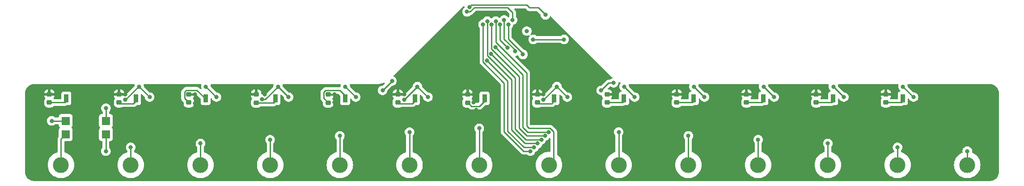
<source format=gbr>
%TF.GenerationSoftware,KiCad,Pcbnew,8.0.2*%
%TF.CreationDate,2024-06-26T21:14:31+03:00*%
%TF.ProjectId,MV_Abnehmerplatine,4d565f41-626e-4656-986d-6572706c6174,rev?*%
%TF.SameCoordinates,Original*%
%TF.FileFunction,Copper,L1,Top*%
%TF.FilePolarity,Positive*%
%FSLAX46Y46*%
G04 Gerber Fmt 4.6, Leading zero omitted, Abs format (unit mm)*
G04 Created by KiCad (PCBNEW 8.0.2) date 2024-06-26 21:14:31*
%MOMM*%
%LPD*%
G01*
G04 APERTURE LIST*
G04 Aperture macros list*
%AMRoundRect*
0 Rectangle with rounded corners*
0 $1 Rounding radius*
0 $2 $3 $4 $5 $6 $7 $8 $9 X,Y pos of 4 corners*
0 Add a 4 corners polygon primitive as box body*
4,1,4,$2,$3,$4,$5,$6,$7,$8,$9,$2,$3,0*
0 Add four circle primitives for the rounded corners*
1,1,$1+$1,$2,$3*
1,1,$1+$1,$4,$5*
1,1,$1+$1,$6,$7*
1,1,$1+$1,$8,$9*
0 Add four rect primitives between the rounded corners*
20,1,$1+$1,$2,$3,$4,$5,0*
20,1,$1+$1,$4,$5,$6,$7,0*
20,1,$1+$1,$6,$7,$8,$9,0*
20,1,$1+$1,$8,$9,$2,$3,0*%
G04 Aperture macros list end*
%TA.AperFunction,SMDPad,CuDef*%
%ADD10RoundRect,0.225000X-0.250000X0.225000X-0.250000X-0.225000X0.250000X-0.225000X0.250000X0.225000X0*%
%TD*%
%TA.AperFunction,SMDPad,CuDef*%
%ADD11R,1.600000X1.600000*%
%TD*%
%TA.AperFunction,ComponentPad*%
%ADD12C,0.600000*%
%TD*%
%TA.AperFunction,SMDPad,CuDef*%
%ADD13R,0.900000X1.600000*%
%TD*%
%TA.AperFunction,ComponentPad*%
%ADD14C,3.000000*%
%TD*%
%TA.AperFunction,ViaPad*%
%ADD15C,0.800000*%
%TD*%
%TA.AperFunction,Conductor*%
%ADD16C,0.250000*%
%TD*%
G04 APERTURE END LIST*
D10*
%TO.P,C1,1*%
%TO.N,+3V3*%
X76090000Y-90585000D03*
%TO.P,C1,2*%
%TO.N,GND*%
X76090000Y-92135000D03*
%TD*%
%TO.P,C3,1*%
%TO.N,+3V3*%
X102060000Y-90615000D03*
%TO.P,C3,2*%
%TO.N,GND*%
X102060000Y-92165000D03*
%TD*%
%TO.P,C4,1*%
%TO.N,+3V3*%
X115680000Y-90625000D03*
%TO.P,C4,2*%
%TO.N,GND*%
X115680000Y-92175000D03*
%TD*%
%TO.P,C2,1*%
%TO.N,+3V3*%
X89290000Y-90585000D03*
%TO.P,C2,2*%
%TO.N,GND*%
X89290000Y-92135000D03*
%TD*%
%TO.P,C7,1*%
%TO.N,+3V3*%
X155290000Y-90585000D03*
%TO.P,C7,2*%
%TO.N,GND*%
X155290000Y-92135000D03*
%TD*%
%TO.P,C5,1*%
%TO.N,+3V3*%
X128880000Y-90600000D03*
%TO.P,C5,2*%
%TO.N,GND*%
X128880000Y-92150000D03*
%TD*%
%TO.P,C10,1*%
%TO.N,+3V3*%
X194890000Y-90585000D03*
%TO.P,C10,2*%
%TO.N,GND*%
X194890000Y-92135000D03*
%TD*%
D11*
%TO.P,SW0,1*%
%TO.N,/SDA_SW*%
X65980000Y-95630000D03*
%TO.P,SW0,2*%
%TO.N,Net-(H0-Pad1)*%
X65980000Y-98170000D03*
%TO.P,SW0,3*%
%TO.N,Net-(J0-Pin_7)*%
X73600000Y-98170000D03*
%TO.P,SW0,4*%
%TO.N,/SDA*%
X73600000Y-95630000D03*
%TD*%
D10*
%TO.P,C6,1*%
%TO.N,+3V3*%
X142080000Y-90625000D03*
%TO.P,C6,2*%
%TO.N,GND*%
X142080000Y-92175000D03*
%TD*%
%TO.P,C11,1*%
%TO.N,+3V3*%
X208090000Y-90585000D03*
%TO.P,C11,2*%
%TO.N,GND*%
X208090000Y-92135000D03*
%TD*%
%TO.P,C0,1*%
%TO.N,+3V3*%
X62890000Y-90585000D03*
%TO.P,C0,2*%
%TO.N,GND*%
X62890000Y-92135000D03*
%TD*%
%TO.P,C12,1*%
%TO.N,+3V3*%
X221290000Y-90585000D03*
%TO.P,C12,2*%
%TO.N,GND*%
X221290000Y-92135000D03*
%TD*%
%TO.P,C9,1*%
%TO.N,+3V3*%
X181690000Y-90585000D03*
%TO.P,C9,2*%
%TO.N,GND*%
X181690000Y-92135000D03*
%TD*%
%TO.P,C8,1*%
%TO.N,+3V3*%
X168490000Y-90585000D03*
%TO.P,C8,2*%
%TO.N,GND*%
X168490000Y-92135000D03*
%TD*%
D12*
%TO.P,U7,9,EP*%
%TO.N,GND*%
X158490000Y-91860000D03*
D13*
X158490000Y-91360000D03*
D12*
X158490000Y-90860000D03*
%TD*%
D14*
%TO.P,H8,1,1*%
%TO.N,Net-(J0-Pin_15)*%
X170690002Y-104015000D03*
%TD*%
D12*
%TO.P,U3,9,EP*%
%TO.N,GND*%
X105690000Y-91860000D03*
D13*
X105690000Y-91360000D03*
D12*
X105690000Y-90860000D03*
%TD*%
D14*
%TO.P,H4,1,1*%
%TO.N,Net-(J0-Pin_11)*%
X117890000Y-104015001D03*
%TD*%
%TO.P,H1,1,1*%
%TO.N,Net-(J0-Pin_8)*%
X78290000Y-104020000D03*
%TD*%
D12*
%TO.P,U2,9,EP*%
%TO.N,GND*%
X92490000Y-91860000D03*
D13*
X92490000Y-91360000D03*
D12*
X92490000Y-90860000D03*
%TD*%
%TO.P,U10,9,EP*%
%TO.N,GND*%
X198090000Y-91860000D03*
D13*
X198090000Y-91360000D03*
D12*
X198090000Y-90860000D03*
%TD*%
%TO.P,U4,9,EP*%
%TO.N,GND*%
X118890000Y-91860000D03*
D13*
X118890000Y-91360000D03*
D12*
X118890000Y-90860000D03*
%TD*%
D14*
%TO.P,H0,1,1*%
%TO.N,Net-(H0-Pad1)*%
X65090000Y-104020000D03*
%TD*%
D12*
%TO.P,U6,9,EP*%
%TO.N,GND*%
X145290000Y-91860000D03*
D13*
X145290000Y-91360000D03*
D12*
X145290000Y-90860000D03*
%TD*%
D14*
%TO.P,H10,1,1*%
%TO.N,Net-(J0-Pin_17)*%
X197090002Y-104015000D03*
%TD*%
%TO.P,H3,1,1*%
%TO.N,Net-(J0-Pin_10)*%
X104700000Y-104015000D03*
%TD*%
D12*
%TO.P,U1,9,EP*%
%TO.N,GND*%
X79290000Y-91860000D03*
D13*
X79290000Y-91360000D03*
D12*
X79290000Y-90860000D03*
%TD*%
D14*
%TO.P,H11,1,1*%
%TO.N,Net-(J0-Pin_18)*%
X210290000Y-104015000D03*
%TD*%
D12*
%TO.P,U12,9,EP*%
%TO.N,GND*%
X224490000Y-91860000D03*
D13*
X224490000Y-91360000D03*
D12*
X224490000Y-90860000D03*
%TD*%
%TO.P,U8,9,EP*%
%TO.N,GND*%
X171690000Y-91860000D03*
D13*
X171690000Y-91360000D03*
D12*
X171690000Y-90860000D03*
%TD*%
D14*
%TO.P,H9,1,1*%
%TO.N,Net-(J0-Pin_16)*%
X183890002Y-104015000D03*
%TD*%
%TO.P,H2,1,1*%
%TO.N,Net-(J0-Pin_9)*%
X91500002Y-104020000D03*
%TD*%
%TO.P,H13,1,1*%
%TO.N,Net-(J0-Pin_20)*%
X236690002Y-104015000D03*
%TD*%
D12*
%TO.P,U5,9,EP*%
%TO.N,GND*%
X132090000Y-91860000D03*
D13*
X132090000Y-91360000D03*
D12*
X132090000Y-90860000D03*
%TD*%
%TO.P,U11,9,EP*%
%TO.N,GND*%
X211290000Y-91860000D03*
D13*
X211290000Y-91360000D03*
D12*
X211290000Y-90860000D03*
%TD*%
%TO.P,U9,9,EP*%
%TO.N,GND*%
X184890000Y-91860000D03*
D13*
X184890000Y-91360000D03*
D12*
X184890000Y-90860000D03*
%TD*%
D14*
%TO.P,H12,1,1*%
%TO.N,Net-(J0-Pin_19)*%
X223490000Y-104015000D03*
%TD*%
D12*
%TO.P,U0,9,EP*%
%TO.N,GND*%
X66090000Y-91860000D03*
D13*
X66090000Y-91360000D03*
D12*
X66090000Y-90860000D03*
%TD*%
D14*
%TO.P,H7,1,1*%
%TO.N,Net-(J0-Pin_14)*%
X157490002Y-104015000D03*
%TD*%
%TO.P,H5,1,1*%
%TO.N,Net-(J0-Pin_12)*%
X131090002Y-104020000D03*
%TD*%
%TO.P,H6,1,1*%
%TO.N,Net-(J0-Pin_13)*%
X144290002Y-104015000D03*
%TD*%
D15*
%TO.N,GND*%
X153300000Y-78545000D03*
%TO.N,/SDA*%
X73610000Y-93220000D03*
X142430000Y-73960000D03*
X169750000Y-88390000D03*
X167360000Y-89840000D03*
X127764999Y-88064999D03*
X125989998Y-89840000D03*
X156825000Y-75465000D03*
%TO.N,+3V3*%
X189999998Y-94761400D03*
X169999998Y-94761400D03*
X224999998Y-94761400D03*
X105000000Y-95000000D03*
X156970000Y-77790000D03*
X209260000Y-90610000D03*
X222460000Y-90610000D03*
X140000000Y-95000000D03*
X174999998Y-94761400D03*
X100000000Y-95000000D03*
X143250000Y-90610000D03*
X230000000Y-95000000D03*
X116860000Y-92110000D03*
X77260000Y-90610000D03*
X196060000Y-90610000D03*
X199999998Y-94761400D03*
X204999998Y-94761400D03*
X164999998Y-94761400D03*
X70000000Y-95000000D03*
X115000000Y-95000000D03*
X110000000Y-95000000D03*
X194999998Y-94761400D03*
X95000000Y-95000000D03*
X90000000Y-95000000D03*
X130000000Y-95000000D03*
X80000000Y-95000000D03*
X184999998Y-94761400D03*
X219999998Y-94761400D03*
X140000000Y-85000000D03*
X235000000Y-95000000D03*
X214999998Y-94761400D03*
X159999998Y-94761400D03*
X90459117Y-90609182D03*
X169660000Y-90610000D03*
X90459117Y-92270000D03*
X64060000Y-90610000D03*
X85000000Y-95000000D03*
X209999998Y-94761400D03*
X130060000Y-90610000D03*
X135000000Y-95000000D03*
X143250000Y-92110000D03*
X156460000Y-90610000D03*
X182860000Y-90610000D03*
X160000000Y-85000000D03*
X120000000Y-95000000D03*
X116860000Y-90610000D03*
X179999998Y-94761400D03*
X125000000Y-95000000D03*
X103660000Y-90610000D03*
X143730000Y-93560000D03*
X154510000Y-75150000D03*
%TO.N,/SCL*%
X94530000Y-91110000D03*
X81885305Y-91110000D03*
X141981258Y-74874046D03*
X154510000Y-80140000D03*
X118925000Y-89115000D03*
X130060000Y-91630000D03*
X103190000Y-91500000D03*
X108175305Y-91110000D03*
X224525000Y-89115000D03*
X106180305Y-89115000D03*
X226520000Y-91110000D03*
X173730000Y-91110000D03*
X132575000Y-89115000D03*
X160354694Y-80140000D03*
X213320000Y-91110000D03*
X120920000Y-91110000D03*
X150610000Y-76440000D03*
X156457652Y-91637652D03*
X211325000Y-89115000D03*
X92535000Y-89115000D03*
X186930000Y-91110000D03*
X79890305Y-89115000D03*
X160970000Y-91110000D03*
X134570000Y-91110000D03*
X184935000Y-89115000D03*
X200120000Y-91110000D03*
X77257652Y-91637652D03*
X158980305Y-89115000D03*
X171735000Y-89115000D03*
X198125000Y-89115000D03*
%TO.N,Net-(J0-Pin_13)*%
X144290002Y-97040000D03*
%TO.N,Net-(J0-Pin_8)*%
X78290000Y-100665000D03*
X149810000Y-77260000D03*
X152555000Y-83003351D03*
%TO.N,Net-(J0-Pin_17)*%
X156042193Y-99211400D03*
X146529999Y-82896700D03*
X197090000Y-99211400D03*
%TO.N,Net-(J0-Pin_7)*%
X73600000Y-101390000D03*
%TO.N,Net-(J0-Pin_15)*%
X147331955Y-81648045D03*
X170690000Y-97761400D03*
X157419690Y-97761400D03*
%TO.N,Net-(J0-Pin_20)*%
X145010000Y-77260000D03*
X153969998Y-101386400D03*
X236688600Y-101386400D03*
%TO.N,Net-(J0-Pin_12)*%
X149655000Y-81722653D03*
X131090002Y-97765000D03*
X148210000Y-77260000D03*
%TO.N,Net-(J0-Pin_9)*%
X91500002Y-99940000D03*
%TO.N,Net-(J0-Pin_11)*%
X117890002Y-98490000D03*
%TO.N,Net-(J0-Pin_10)*%
X149010001Y-76439996D03*
X151105000Y-82372653D03*
X104690002Y-99215000D03*
%TO.N,Net-(J0-Pin_14)*%
X147410001Y-76659998D03*
%TO.N,Net-(J0-Pin_16)*%
X156730941Y-98486400D03*
X183890000Y-98486399D03*
X146610000Y-77260000D03*
%TO.N,Net-(J0-Pin_19)*%
X223489998Y-100661400D03*
X145730000Y-84147309D03*
X154664697Y-100661400D03*
%TO.N,Net-(J0-Pin_18)*%
X210289998Y-99936400D03*
X155353445Y-99936400D03*
X145809998Y-76659998D03*
%TO.N,/SDA_SW*%
X63335000Y-95630000D03*
%TD*%
D16*
%TO.N,GND*%
X90840000Y-89810000D02*
X92490000Y-91460000D01*
X221290000Y-92135000D02*
X224215000Y-92135000D01*
X211015000Y-92135000D02*
X211290000Y-91860000D01*
X62890000Y-92135000D02*
X65815000Y-92135000D01*
X144315000Y-92835000D02*
X145290000Y-91860000D01*
X117870000Y-89840000D02*
X118890000Y-90860000D01*
X142090000Y-92110000D02*
X142815000Y-92835000D01*
X79290000Y-91860000D02*
X78787348Y-92362652D01*
X131595000Y-92355000D02*
X132090000Y-91860000D01*
X88805948Y-89810000D02*
X90840000Y-89810000D01*
X129110000Y-92355000D02*
X131595000Y-92355000D01*
X155517652Y-92362652D02*
X157987348Y-92362652D01*
X88490000Y-91335000D02*
X88490000Y-90125948D01*
X102120000Y-92225000D02*
X105325000Y-92225000D01*
X128890000Y-92135000D02*
X129110000Y-92355000D01*
X105325000Y-92225000D02*
X105690000Y-91860000D01*
X142815000Y-92835000D02*
X144315000Y-92835000D01*
X181690000Y-92135000D02*
X184615000Y-92135000D01*
X157987348Y-92362652D02*
X158490000Y-91860000D01*
X89290000Y-92135000D02*
X88490000Y-91335000D01*
X115205948Y-89840000D02*
X117870000Y-89840000D01*
X76317652Y-92362652D02*
X76090000Y-92135000D01*
X102060000Y-92165000D02*
X102120000Y-92225000D01*
X114880000Y-90165948D02*
X115205948Y-89840000D01*
X118890000Y-90860000D02*
X118890000Y-91860000D01*
X115690000Y-92135000D02*
X114880000Y-91325000D01*
X171415000Y-92135000D02*
X171690000Y-91860000D01*
X78787348Y-92362652D02*
X76317652Y-92362652D01*
X88490000Y-90125948D02*
X88805948Y-89810000D01*
X114880000Y-91325000D02*
X114880000Y-90165948D01*
X92490000Y-91460000D02*
X92490000Y-91860000D01*
X155290000Y-92135000D02*
X155517652Y-92362652D01*
X224215000Y-92135000D02*
X224490000Y-91860000D01*
X194890000Y-92135000D02*
X197815000Y-92135000D01*
X168490000Y-92135000D02*
X171415000Y-92135000D01*
X184615000Y-92135000D02*
X184890000Y-91860000D01*
X197815000Y-92135000D02*
X198090000Y-91860000D01*
X208090000Y-92135000D02*
X211015000Y-92135000D01*
X65815000Y-92135000D02*
X66090000Y-91860000D01*
%TO.N,/SDA*%
X168810000Y-88390000D02*
X169750000Y-88390000D01*
X167360000Y-89840000D02*
X168810000Y-88390000D01*
X73610000Y-93220000D02*
X73610000Y-96125000D01*
X153810000Y-74110000D02*
X153310000Y-73610000D01*
X142780000Y-73610000D02*
X142430000Y-73960000D01*
X156825000Y-75465000D02*
X155470000Y-74110000D01*
X125989998Y-89840000D02*
X127764999Y-88064999D01*
X155470000Y-74110000D02*
X153810000Y-74110000D01*
X153310000Y-73610000D02*
X142780000Y-73610000D01*
X125989998Y-89840000D02*
X125989996Y-89839998D01*
%TO.N,+3V3*%
X116860000Y-90610000D02*
X116860000Y-92110000D01*
X90459117Y-92270000D02*
X90459117Y-90609182D01*
X143250000Y-92110000D02*
X143250000Y-90610000D01*
%TO.N,/SCL*%
X92535000Y-89115000D02*
X94530000Y-91110000D01*
X130305000Y-91385000D02*
X130060000Y-91630000D01*
X224525000Y-89115000D02*
X226520000Y-91110000D01*
X106180305Y-89115000D02*
X103795305Y-91500000D01*
X108175305Y-91110000D02*
X106180305Y-89115000D01*
X198125000Y-89115000D02*
X200120000Y-91110000D01*
X156457653Y-91637652D02*
X156457652Y-91637652D01*
X77257653Y-91637652D02*
X77257652Y-91637652D01*
X158980305Y-89115000D02*
X156457653Y-91637652D01*
X160354694Y-80140000D02*
X154510000Y-80140000D01*
X79780305Y-89115000D02*
X77257653Y-91637652D01*
X132575000Y-89115000D02*
X132575000Y-89120305D01*
X79890305Y-89115000D02*
X79780305Y-89115000D01*
X143355305Y-74060000D02*
X149680000Y-74060000D01*
X134570000Y-91110000D02*
X132575000Y-89115000D01*
X150610000Y-74990000D02*
X150610000Y-76440000D01*
X171735000Y-89115000D02*
X173730000Y-91110000D01*
X130310305Y-91385000D02*
X130305000Y-91385000D01*
X141981258Y-74874046D02*
X142541259Y-74874046D01*
X118925000Y-89115000D02*
X120920000Y-91110000D01*
X184935000Y-89115000D02*
X186930000Y-91110000D01*
X142541259Y-74874046D02*
X143355305Y-74060000D01*
X103795305Y-91500000D02*
X103190000Y-91500000D01*
X160980000Y-91110000D02*
X160970000Y-91110000D01*
X211325000Y-89115000D02*
X213320000Y-91110000D01*
X149680000Y-74060000D02*
X150610000Y-74990000D01*
X79890305Y-89115000D02*
X81885305Y-91110000D01*
X160970000Y-91104695D02*
X158980305Y-89115000D01*
X160970000Y-91110000D02*
X160970000Y-91104695D01*
X132575000Y-89120305D02*
X130310305Y-91385000D01*
%TO.N,Net-(J0-Pin_13)*%
X144290002Y-97040000D02*
X144290002Y-104015000D01*
%TO.N,Net-(J0-Pin_8)*%
X78290000Y-100665000D02*
X78290000Y-104015000D01*
X149810000Y-80050000D02*
X152555000Y-82795000D01*
X152555000Y-82795000D02*
X152555000Y-83003351D01*
X149810000Y-77260000D02*
X149810000Y-80050000D01*
%TO.N,Net-(J0-Pin_17)*%
X153131400Y-99211400D02*
X156042193Y-99211400D01*
X146529999Y-82896700D02*
X146530000Y-82896700D01*
X146530000Y-82896700D02*
X151110000Y-87476700D01*
X151110000Y-97190000D02*
X153131400Y-99211400D01*
X197090000Y-99211400D02*
X197090000Y-104014998D01*
X197090000Y-104014998D02*
X197090002Y-104015000D01*
X151110000Y-87476700D02*
X151110000Y-97190000D01*
%TO.N,Net-(J0-Pin_7)*%
X73600000Y-101390000D02*
X73600000Y-98170000D01*
%TO.N,Net-(J0-Pin_15)*%
X170690000Y-104014998D02*
X170690002Y-104015000D01*
X170690000Y-97761400D02*
X170690000Y-104014998D01*
X152550000Y-86866091D02*
X152550000Y-96821402D01*
X147331955Y-81648046D02*
X152550000Y-86866091D01*
X147331955Y-81648045D02*
X147331955Y-81648046D01*
X152550000Y-96821402D02*
X153489998Y-97761400D01*
X153489998Y-97761400D02*
X157419690Y-97761400D01*
%TO.N,Net-(J0-Pin_20)*%
X236690002Y-101387802D02*
X236690002Y-104015000D01*
X145005000Y-84447616D02*
X148990000Y-88432616D01*
X148990000Y-97708376D02*
X152668024Y-101386400D01*
X152668024Y-101386400D02*
X153969998Y-101386400D01*
X145005000Y-77265000D02*
X145005000Y-84447616D01*
X236688600Y-101386400D02*
X236690002Y-101387802D01*
X145010000Y-77260000D02*
X145005000Y-77265000D01*
X148990000Y-88432616D02*
X148990000Y-97708376D01*
%TO.N,Net-(J0-Pin_12)*%
X148210000Y-77260000D02*
X148210000Y-80277653D01*
X131090002Y-97765000D02*
X131090002Y-104015000D01*
X148210000Y-80277653D02*
X149655000Y-81722653D01*
%TO.N,Net-(J0-Pin_9)*%
X91500002Y-99940000D02*
X91500002Y-104005000D01*
%TO.N,Net-(J0-Pin_11)*%
X117890002Y-98490000D02*
X117890002Y-103995000D01*
%TO.N,Net-(J0-Pin_10)*%
X104690002Y-99215000D02*
X104690002Y-103990002D01*
X149009306Y-76440691D02*
X149009306Y-80049306D01*
X151105000Y-82145000D02*
X151105000Y-82372653D01*
X149010001Y-76439996D02*
X149009306Y-76440691D01*
X104690002Y-103990002D02*
X104700000Y-104000000D01*
X149009306Y-80049306D02*
X151105000Y-82145000D01*
%TO.N,Net-(J0-Pin_14)*%
X158380000Y-103125002D02*
X157490002Y-104015000D01*
X153684998Y-97036400D02*
X157719998Y-97036400D01*
X147410001Y-76659998D02*
X147410000Y-76659999D01*
X158379998Y-97696400D02*
X158379998Y-103125004D01*
X147410000Y-76659999D02*
X147410000Y-80640000D01*
X153270000Y-86500000D02*
X153270000Y-96621402D01*
X157719998Y-97036400D02*
X158379998Y-97696400D01*
X153270000Y-96621402D02*
X153684998Y-97036400D01*
X147410000Y-80640000D02*
X153270000Y-86500000D01*
X158379998Y-103125004D02*
X157490002Y-104015000D01*
%TO.N,Net-(J0-Pin_16)*%
X183890000Y-98486399D02*
X183890002Y-98486401D01*
X146606955Y-81948351D02*
X151830000Y-87171396D01*
X151830000Y-87171396D02*
X151830000Y-97001402D01*
X183890002Y-98486401D02*
X183890002Y-104015000D01*
X153314998Y-98486400D02*
X156730941Y-98486400D01*
X151830000Y-97001402D02*
X153314998Y-98486400D01*
X146606955Y-77263045D02*
X146606955Y-81948351D01*
X183890002Y-104015000D02*
X183890000Y-104014998D01*
X146610000Y-77260000D02*
X146606955Y-77263045D01*
%TO.N,Net-(J0-Pin_19)*%
X152741400Y-100661400D02*
X154664697Y-100661400D01*
X149660000Y-88077309D02*
X149660000Y-97580000D01*
X149660000Y-97580000D02*
X152741400Y-100661400D01*
X223489998Y-100661400D02*
X223489998Y-104014998D01*
X223489998Y-104014998D02*
X223490000Y-104015000D01*
X145730000Y-84147309D02*
X149660000Y-88077309D01*
%TO.N,Net-(J0-Pin_18)*%
X210289998Y-99936400D02*
X210289998Y-103776400D01*
X150380000Y-97370000D02*
X152946400Y-99936400D01*
X145804999Y-83197004D02*
X150380000Y-87772005D01*
X145809998Y-76659998D02*
X145810000Y-76660000D01*
X145804999Y-82596395D02*
X145804999Y-83197004D01*
X150380000Y-87772005D02*
X150380000Y-97370000D01*
X145810000Y-76660000D02*
X145810000Y-82591394D01*
X152946400Y-99936400D02*
X155353445Y-99936400D01*
X145810000Y-82591394D02*
X145804999Y-82596395D01*
%TO.N,Net-(H0-Pad1)*%
X65090000Y-99060000D02*
X65090000Y-104015000D01*
X65980000Y-98170000D02*
X65090000Y-99060000D01*
%TO.N,/SDA_SW*%
X63335000Y-95630000D02*
X65980000Y-95630000D01*
%TD*%
%TA.AperFunction,Conductor*%
%TO.N,+3V3*%
G36*
X141461377Y-73818184D02*
G01*
X141511367Y-73866997D01*
X141527031Y-73935088D01*
X141526571Y-73940676D01*
X141524540Y-73960000D01*
X141530023Y-74012173D01*
X141517453Y-74080903D01*
X141479588Y-74125451D01*
X141375385Y-74201159D01*
X141248724Y-74341831D01*
X141154079Y-74505761D01*
X141154076Y-74505768D01*
X141102562Y-74664313D01*
X141095584Y-74685790D01*
X141075798Y-74874046D01*
X141095584Y-75062302D01*
X141095585Y-75062305D01*
X141154076Y-75242323D01*
X141154079Y-75242330D01*
X141248725Y-75406262D01*
X141354406Y-75523632D01*
X141375387Y-75546934D01*
X141528523Y-75658194D01*
X141528528Y-75658197D01*
X141701450Y-75735188D01*
X141701455Y-75735190D01*
X141886612Y-75774546D01*
X141886613Y-75774546D01*
X142075902Y-75774546D01*
X142075904Y-75774546D01*
X142261061Y-75735190D01*
X142433988Y-75658197D01*
X142587129Y-75546934D01*
X142608111Y-75523630D01*
X142667595Y-75486982D01*
X142676057Y-75484987D01*
X142723711Y-75475509D01*
X142773755Y-75454780D01*
X142837545Y-75428358D01*
X142896845Y-75388734D01*
X142896846Y-75388734D01*
X142925412Y-75369645D01*
X142939992Y-75359904D01*
X143027117Y-75272779D01*
X143027118Y-75272776D01*
X143034184Y-75265711D01*
X143034186Y-75265707D01*
X143578076Y-74721819D01*
X143639399Y-74688334D01*
X143665757Y-74685500D01*
X149369548Y-74685500D01*
X149436587Y-74705185D01*
X149457229Y-74721819D01*
X149948181Y-75212771D01*
X149981666Y-75274094D01*
X149984500Y-75300452D01*
X149984500Y-75741312D01*
X149964815Y-75808351D01*
X149952650Y-75824284D01*
X149902152Y-75880368D01*
X149842666Y-75917017D01*
X149772809Y-75915687D01*
X149717852Y-75880368D01*
X149615871Y-75767107D01*
X149462735Y-75655847D01*
X149462730Y-75655844D01*
X149289808Y-75578853D01*
X149289803Y-75578851D01*
X149139640Y-75546934D01*
X149104647Y-75539496D01*
X148915355Y-75539496D01*
X148882898Y-75546394D01*
X148730198Y-75578851D01*
X148730193Y-75578853D01*
X148557271Y-75655844D01*
X148557266Y-75655847D01*
X148404130Y-75767107D01*
X148277466Y-75907781D01*
X148232692Y-75985333D01*
X148182125Y-76033549D01*
X148113518Y-76046771D01*
X148048653Y-76020803D01*
X148033155Y-76006305D01*
X148024971Y-75997216D01*
X148015872Y-75987110D01*
X148015871Y-75987109D01*
X147862735Y-75875849D01*
X147862730Y-75875846D01*
X147689808Y-75798855D01*
X147689803Y-75798853D01*
X147544002Y-75767863D01*
X147504647Y-75759498D01*
X147315355Y-75759498D01*
X147282898Y-75766396D01*
X147130198Y-75798853D01*
X147130193Y-75798855D01*
X146957271Y-75875846D01*
X146957266Y-75875849D01*
X146804130Y-75987109D01*
X146804129Y-75987110D01*
X146702148Y-76100371D01*
X146642662Y-76137019D01*
X146572805Y-76135688D01*
X146517849Y-76100370D01*
X146457683Y-76033549D01*
X146415869Y-75987110D01*
X146415868Y-75987109D01*
X146262732Y-75875849D01*
X146262727Y-75875846D01*
X146089805Y-75798855D01*
X146089800Y-75798853D01*
X145943999Y-75767863D01*
X145904644Y-75759498D01*
X145715352Y-75759498D01*
X145682895Y-75766396D01*
X145530195Y-75798853D01*
X145530190Y-75798855D01*
X145357268Y-75875846D01*
X145357263Y-75875849D01*
X145204127Y-75987109D01*
X145077464Y-76127783D01*
X144982815Y-76291720D01*
X144982227Y-76293042D01*
X144981683Y-76293681D01*
X144979570Y-76297342D01*
X144978900Y-76296955D01*
X144936970Y-76346273D01*
X144894735Y-76363882D01*
X144730197Y-76398855D01*
X144730192Y-76398857D01*
X144557270Y-76475848D01*
X144557265Y-76475851D01*
X144404129Y-76587111D01*
X144277466Y-76727785D01*
X144182821Y-76891715D01*
X144182818Y-76891722D01*
X144124327Y-77071740D01*
X144124326Y-77071744D01*
X144104540Y-77260000D01*
X144124326Y-77448256D01*
X144124327Y-77448258D01*
X144124327Y-77448259D01*
X144182818Y-77628277D01*
X144182821Y-77628284D01*
X144277467Y-77792216D01*
X144317834Y-77837048D01*
X144347650Y-77870162D01*
X144377880Y-77933153D01*
X144379500Y-77953134D01*
X144379500Y-84509227D01*
X144403535Y-84630060D01*
X144403540Y-84630077D01*
X144450685Y-84743896D01*
X144450690Y-84743905D01*
X144484914Y-84795123D01*
X144484915Y-84795125D01*
X144519141Y-84846349D01*
X144610586Y-84937794D01*
X144610608Y-84937814D01*
X148328181Y-88655387D01*
X148361666Y-88716710D01*
X148364500Y-88743068D01*
X148364500Y-97769985D01*
X148367665Y-97785896D01*
X148367665Y-97785898D01*
X148388535Y-97890820D01*
X148388538Y-97890830D01*
X148402347Y-97924168D01*
X148402347Y-97924169D01*
X148435684Y-98004654D01*
X148435689Y-98004665D01*
X148447318Y-98022066D01*
X148447319Y-98022071D01*
X148447321Y-98022071D01*
X148504140Y-98107107D01*
X148504141Y-98107108D01*
X148504142Y-98107109D01*
X148591267Y-98194234D01*
X148591268Y-98194234D01*
X148598335Y-98201301D01*
X148598334Y-98201301D01*
X148598337Y-98201303D01*
X152182165Y-101785132D01*
X152182166Y-101785133D01*
X152269291Y-101872258D01*
X152269294Y-101872260D01*
X152274677Y-101875857D01*
X152274679Y-101875858D01*
X152371738Y-101940711D01*
X152485572Y-101987863D01*
X152582230Y-102007089D01*
X152606412Y-102011899D01*
X152606416Y-102011900D01*
X152606417Y-102011900D01*
X152606418Y-102011900D01*
X153266250Y-102011900D01*
X153333289Y-102031585D01*
X153358398Y-102052926D01*
X153364124Y-102059285D01*
X153364128Y-102059289D01*
X153517263Y-102170548D01*
X153517268Y-102170551D01*
X153690190Y-102247542D01*
X153690195Y-102247544D01*
X153875352Y-102286900D01*
X153875353Y-102286900D01*
X154064642Y-102286900D01*
X154064644Y-102286900D01*
X154249801Y-102247544D01*
X154422728Y-102170551D01*
X154575869Y-102059288D01*
X154702531Y-101918616D01*
X154797177Y-101754684D01*
X154845147Y-101607045D01*
X154884584Y-101549372D01*
X154937297Y-101524075D01*
X154937804Y-101523967D01*
X154944500Y-101522544D01*
X154944502Y-101522542D01*
X154944505Y-101522542D01*
X155005818Y-101495243D01*
X155117427Y-101445551D01*
X155270568Y-101334288D01*
X155397230Y-101193616D01*
X155491876Y-101029684D01*
X155540288Y-100880687D01*
X155579724Y-100823013D01*
X155627281Y-100800191D01*
X155627073Y-100799550D01*
X155631852Y-100797997D01*
X155632438Y-100797715D01*
X155633248Y-100797544D01*
X155806175Y-100720551D01*
X155959316Y-100609288D01*
X156085978Y-100468616D01*
X156180624Y-100304684D01*
X156229036Y-100155687D01*
X156268472Y-100098013D01*
X156316029Y-100075191D01*
X156315821Y-100074550D01*
X156320600Y-100072997D01*
X156321186Y-100072715D01*
X156321996Y-100072544D01*
X156494923Y-99995551D01*
X156648064Y-99884288D01*
X156774726Y-99743616D01*
X156869372Y-99579684D01*
X156917784Y-99430687D01*
X156957220Y-99373013D01*
X157004777Y-99350191D01*
X157004569Y-99349550D01*
X157009348Y-99347997D01*
X157009934Y-99347715D01*
X157010744Y-99347544D01*
X157183671Y-99270551D01*
X157336812Y-99159288D01*
X157463474Y-99018616D01*
X157463477Y-99018611D01*
X157523111Y-98915322D01*
X157573677Y-98867106D01*
X157642284Y-98853882D01*
X157707149Y-98879850D01*
X157747678Y-98936764D01*
X157754498Y-98977321D01*
X157754498Y-101390500D01*
X157734813Y-101457539D01*
X157682009Y-101503294D01*
X157630498Y-101514500D01*
X157332672Y-101514500D01*
X157020538Y-101553932D01*
X157020525Y-101553934D01*
X156715776Y-101632180D01*
X156715773Y-101632181D01*
X156423244Y-101748001D01*
X156423243Y-101748002D01*
X156147518Y-101899584D01*
X156147506Y-101899591D01*
X155892980Y-102084515D01*
X155892970Y-102084523D01*
X155663610Y-102299907D01*
X155663608Y-102299909D01*
X155463056Y-102542334D01*
X155463053Y-102542338D01*
X155294466Y-102807990D01*
X155294463Y-102807996D01*
X155160501Y-103092678D01*
X155160499Y-103092683D01*
X155063272Y-103391916D01*
X155004313Y-103700988D01*
X155004312Y-103700995D01*
X154984558Y-104014994D01*
X154984558Y-104015005D01*
X155004312Y-104329004D01*
X155004313Y-104329011D01*
X155063272Y-104638083D01*
X155160499Y-104937316D01*
X155160501Y-104937321D01*
X155294463Y-105222003D01*
X155294466Y-105222009D01*
X155463053Y-105487661D01*
X155463056Y-105487665D01*
X155663608Y-105730090D01*
X155663610Y-105730092D01*
X155663612Y-105730094D01*
X155892972Y-105945478D01*
X155892977Y-105945481D01*
X155892980Y-105945484D01*
X156147506Y-106130408D01*
X156147508Y-106130409D01*
X156147518Y-106130416D01*
X156423236Y-106281994D01*
X156423239Y-106281995D01*
X156423243Y-106281997D01*
X156423244Y-106281998D01*
X156715773Y-106397818D01*
X156715776Y-106397819D01*
X156980697Y-106465839D01*
X157020529Y-106476066D01*
X157086012Y-106484338D01*
X157332672Y-106515499D01*
X157332681Y-106515499D01*
X157332684Y-106515500D01*
X157332686Y-106515500D01*
X157647318Y-106515500D01*
X157647320Y-106515500D01*
X157647323Y-106515499D01*
X157647331Y-106515499D01*
X157833595Y-106491968D01*
X157959475Y-106476066D01*
X158264227Y-106397819D01*
X158264230Y-106397818D01*
X158556759Y-106281998D01*
X158556760Y-106281997D01*
X158556758Y-106281997D01*
X158556768Y-106281994D01*
X158832486Y-106130416D01*
X159087032Y-105945478D01*
X159316392Y-105730094D01*
X159516949Y-105487663D01*
X159685539Y-105222007D01*
X159819505Y-104937315D01*
X159916733Y-104638079D01*
X159975690Y-104329015D01*
X159995131Y-104020005D01*
X159995446Y-104015005D01*
X159995446Y-104014994D01*
X168184558Y-104014994D01*
X168184558Y-104015005D01*
X168204312Y-104329004D01*
X168204313Y-104329011D01*
X168263272Y-104638083D01*
X168360499Y-104937316D01*
X168360501Y-104937321D01*
X168494463Y-105222003D01*
X168494466Y-105222009D01*
X168663053Y-105487661D01*
X168663056Y-105487665D01*
X168863608Y-105730090D01*
X168863610Y-105730092D01*
X168863612Y-105730094D01*
X169092972Y-105945478D01*
X169092977Y-105945481D01*
X169092980Y-105945484D01*
X169347506Y-106130408D01*
X169347508Y-106130409D01*
X169347518Y-106130416D01*
X169623236Y-106281994D01*
X169623239Y-106281995D01*
X169623243Y-106281997D01*
X169623244Y-106281998D01*
X169915773Y-106397818D01*
X169915776Y-106397819D01*
X170180697Y-106465839D01*
X170220529Y-106476066D01*
X170286012Y-106484338D01*
X170532672Y-106515499D01*
X170532681Y-106515499D01*
X170532684Y-106515500D01*
X170532686Y-106515500D01*
X170847318Y-106515500D01*
X170847320Y-106515500D01*
X170847323Y-106515499D01*
X170847331Y-106515499D01*
X171033595Y-106491968D01*
X171159475Y-106476066D01*
X171464227Y-106397819D01*
X171464230Y-106397818D01*
X171756759Y-106281998D01*
X171756760Y-106281997D01*
X171756758Y-106281997D01*
X171756768Y-106281994D01*
X172032486Y-106130416D01*
X172287032Y-105945478D01*
X172516392Y-105730094D01*
X172716949Y-105487663D01*
X172885539Y-105222007D01*
X173019505Y-104937315D01*
X173116733Y-104638079D01*
X173175690Y-104329015D01*
X173195131Y-104020005D01*
X173195446Y-104015005D01*
X173195446Y-104014994D01*
X181384558Y-104014994D01*
X181384558Y-104015005D01*
X181404312Y-104329004D01*
X181404313Y-104329011D01*
X181463272Y-104638083D01*
X181560499Y-104937316D01*
X181560501Y-104937321D01*
X181694463Y-105222003D01*
X181694466Y-105222009D01*
X181863053Y-105487661D01*
X181863056Y-105487665D01*
X182063608Y-105730090D01*
X182063610Y-105730092D01*
X182063612Y-105730094D01*
X182292972Y-105945478D01*
X182292977Y-105945481D01*
X182292980Y-105945484D01*
X182547506Y-106130408D01*
X182547508Y-106130409D01*
X182547518Y-106130416D01*
X182823236Y-106281994D01*
X182823239Y-106281995D01*
X182823243Y-106281997D01*
X182823244Y-106281998D01*
X183115773Y-106397818D01*
X183115776Y-106397819D01*
X183380697Y-106465839D01*
X183420529Y-106476066D01*
X183486012Y-106484338D01*
X183732672Y-106515499D01*
X183732681Y-106515499D01*
X183732684Y-106515500D01*
X183732686Y-106515500D01*
X184047318Y-106515500D01*
X184047320Y-106515500D01*
X184047323Y-106515499D01*
X184047331Y-106515499D01*
X184233595Y-106491968D01*
X184359475Y-106476066D01*
X184664227Y-106397819D01*
X184664230Y-106397818D01*
X184956759Y-106281998D01*
X184956760Y-106281997D01*
X184956758Y-106281997D01*
X184956768Y-106281994D01*
X185232486Y-106130416D01*
X185487032Y-105945478D01*
X185716392Y-105730094D01*
X185916949Y-105487663D01*
X186085539Y-105222007D01*
X186219505Y-104937315D01*
X186316733Y-104638079D01*
X186375690Y-104329015D01*
X186395131Y-104020005D01*
X186395446Y-104015005D01*
X186395446Y-104014994D01*
X194584558Y-104014994D01*
X194584558Y-104015005D01*
X194604312Y-104329004D01*
X194604313Y-104329011D01*
X194663272Y-104638083D01*
X194760499Y-104937316D01*
X194760501Y-104937321D01*
X194894463Y-105222003D01*
X194894466Y-105222009D01*
X195063053Y-105487661D01*
X195063056Y-105487665D01*
X195263608Y-105730090D01*
X195263610Y-105730092D01*
X195263612Y-105730094D01*
X195492972Y-105945478D01*
X195492977Y-105945481D01*
X195492980Y-105945484D01*
X195747506Y-106130408D01*
X195747508Y-106130409D01*
X195747518Y-106130416D01*
X196023236Y-106281994D01*
X196023239Y-106281995D01*
X196023243Y-106281997D01*
X196023244Y-106281998D01*
X196315773Y-106397818D01*
X196315776Y-106397819D01*
X196580697Y-106465839D01*
X196620529Y-106476066D01*
X196686012Y-106484338D01*
X196932672Y-106515499D01*
X196932681Y-106515499D01*
X196932684Y-106515500D01*
X196932686Y-106515500D01*
X197247318Y-106515500D01*
X197247320Y-106515500D01*
X197247323Y-106515499D01*
X197247331Y-106515499D01*
X197433595Y-106491968D01*
X197559475Y-106476066D01*
X197864227Y-106397819D01*
X197864230Y-106397818D01*
X198156759Y-106281998D01*
X198156760Y-106281997D01*
X198156758Y-106281997D01*
X198156768Y-106281994D01*
X198432486Y-106130416D01*
X198687032Y-105945478D01*
X198916392Y-105730094D01*
X199116949Y-105487663D01*
X199285539Y-105222007D01*
X199419505Y-104937315D01*
X199516733Y-104638079D01*
X199575690Y-104329015D01*
X199595131Y-104020005D01*
X199595446Y-104015005D01*
X199595446Y-104014994D01*
X207784556Y-104014994D01*
X207784556Y-104015005D01*
X207804310Y-104329004D01*
X207804311Y-104329011D01*
X207863270Y-104638083D01*
X207960497Y-104937316D01*
X207960499Y-104937321D01*
X208094461Y-105222003D01*
X208094464Y-105222009D01*
X208263051Y-105487661D01*
X208263054Y-105487665D01*
X208463606Y-105730090D01*
X208463608Y-105730092D01*
X208463610Y-105730094D01*
X208692970Y-105945478D01*
X208692975Y-105945481D01*
X208692978Y-105945484D01*
X208947504Y-106130408D01*
X208947506Y-106130409D01*
X208947516Y-106130416D01*
X209223234Y-106281994D01*
X209223237Y-106281995D01*
X209223241Y-106281997D01*
X209223242Y-106281998D01*
X209515771Y-106397818D01*
X209515774Y-106397819D01*
X209780695Y-106465839D01*
X209820527Y-106476066D01*
X209886010Y-106484338D01*
X210132670Y-106515499D01*
X210132679Y-106515499D01*
X210132682Y-106515500D01*
X210132684Y-106515500D01*
X210447316Y-106515500D01*
X210447318Y-106515500D01*
X210447321Y-106515499D01*
X210447329Y-106515499D01*
X210633593Y-106491968D01*
X210759473Y-106476066D01*
X211064225Y-106397819D01*
X211064228Y-106397818D01*
X211356757Y-106281998D01*
X211356758Y-106281997D01*
X211356756Y-106281997D01*
X211356766Y-106281994D01*
X211632484Y-106130416D01*
X211887030Y-105945478D01*
X212116390Y-105730094D01*
X212316947Y-105487663D01*
X212485537Y-105222007D01*
X212619503Y-104937315D01*
X212716731Y-104638079D01*
X212775688Y-104329015D01*
X212795129Y-104020005D01*
X212795444Y-104015005D01*
X212795444Y-104014994D01*
X220984556Y-104014994D01*
X220984556Y-104015005D01*
X221004310Y-104329004D01*
X221004311Y-104329011D01*
X221063270Y-104638083D01*
X221160497Y-104937316D01*
X221160499Y-104937321D01*
X221294461Y-105222003D01*
X221294464Y-105222009D01*
X221463051Y-105487661D01*
X221463054Y-105487665D01*
X221663606Y-105730090D01*
X221663608Y-105730092D01*
X221663610Y-105730094D01*
X221892970Y-105945478D01*
X221892975Y-105945481D01*
X221892978Y-105945484D01*
X222147504Y-106130408D01*
X222147506Y-106130409D01*
X222147516Y-106130416D01*
X222423234Y-106281994D01*
X222423237Y-106281995D01*
X222423241Y-106281997D01*
X222423242Y-106281998D01*
X222715771Y-106397818D01*
X222715774Y-106397819D01*
X222980695Y-106465839D01*
X223020527Y-106476066D01*
X223086010Y-106484338D01*
X223332670Y-106515499D01*
X223332679Y-106515499D01*
X223332682Y-106515500D01*
X223332684Y-106515500D01*
X223647316Y-106515500D01*
X223647318Y-106515500D01*
X223647321Y-106515499D01*
X223647329Y-106515499D01*
X223833593Y-106491968D01*
X223959473Y-106476066D01*
X224264225Y-106397819D01*
X224264228Y-106397818D01*
X224556757Y-106281998D01*
X224556758Y-106281997D01*
X224556756Y-106281997D01*
X224556766Y-106281994D01*
X224832484Y-106130416D01*
X225087030Y-105945478D01*
X225316390Y-105730094D01*
X225516947Y-105487663D01*
X225685537Y-105222007D01*
X225819503Y-104937315D01*
X225916731Y-104638079D01*
X225975688Y-104329015D01*
X225995129Y-104020005D01*
X225995444Y-104015005D01*
X225995444Y-104014994D01*
X234184558Y-104014994D01*
X234184558Y-104015005D01*
X234204312Y-104329004D01*
X234204313Y-104329011D01*
X234263272Y-104638083D01*
X234360499Y-104937316D01*
X234360501Y-104937321D01*
X234494463Y-105222003D01*
X234494466Y-105222009D01*
X234663053Y-105487661D01*
X234663056Y-105487665D01*
X234863608Y-105730090D01*
X234863610Y-105730092D01*
X234863612Y-105730094D01*
X235092972Y-105945478D01*
X235092977Y-105945481D01*
X235092980Y-105945484D01*
X235347506Y-106130408D01*
X235347508Y-106130409D01*
X235347518Y-106130416D01*
X235623236Y-106281994D01*
X235623239Y-106281995D01*
X235623243Y-106281997D01*
X235623244Y-106281998D01*
X235915773Y-106397818D01*
X235915776Y-106397819D01*
X236180697Y-106465839D01*
X236220529Y-106476066D01*
X236286012Y-106484338D01*
X236532672Y-106515499D01*
X236532681Y-106515499D01*
X236532684Y-106515500D01*
X236532686Y-106515500D01*
X236847318Y-106515500D01*
X236847320Y-106515500D01*
X236847323Y-106515499D01*
X236847331Y-106515499D01*
X237033595Y-106491968D01*
X237159475Y-106476066D01*
X237464227Y-106397819D01*
X237464230Y-106397818D01*
X237756759Y-106281998D01*
X237756760Y-106281997D01*
X237756758Y-106281997D01*
X237756768Y-106281994D01*
X238032486Y-106130416D01*
X238287032Y-105945478D01*
X238516392Y-105730094D01*
X238716949Y-105487663D01*
X238885539Y-105222007D01*
X239019505Y-104937315D01*
X239116733Y-104638079D01*
X239175690Y-104329015D01*
X239195131Y-104020005D01*
X239195446Y-104015005D01*
X239195446Y-104014994D01*
X239175691Y-103700995D01*
X239175690Y-103700988D01*
X239175690Y-103700986D01*
X239175690Y-103700985D01*
X239116733Y-103391921D01*
X239019505Y-103092685D01*
X238885539Y-102807993D01*
X238720122Y-102547337D01*
X238716950Y-102542338D01*
X238716947Y-102542334D01*
X238516395Y-102299909D01*
X238516393Y-102299907D01*
X238292358Y-102089523D01*
X238287032Y-102084522D01*
X238287024Y-102084516D01*
X238287023Y-102084515D01*
X238032497Y-101899591D01*
X238032487Y-101899585D01*
X238032486Y-101899584D01*
X237756768Y-101748006D01*
X237756765Y-101748004D01*
X237756760Y-101748002D01*
X237756759Y-101748001D01*
X237651584Y-101706360D01*
X237596498Y-101663379D01*
X237573395Y-101597440D01*
X237573910Y-101578106D01*
X237574271Y-101574662D01*
X237574274Y-101574656D01*
X237594060Y-101386400D01*
X237574274Y-101198144D01*
X237515779Y-101018116D01*
X237421133Y-100854184D01*
X237294471Y-100713512D01*
X237294470Y-100713511D01*
X237141334Y-100602251D01*
X237141329Y-100602248D01*
X236968407Y-100525257D01*
X236968402Y-100525255D01*
X236822601Y-100494265D01*
X236783246Y-100485900D01*
X236593954Y-100485900D01*
X236561497Y-100492798D01*
X236408797Y-100525255D01*
X236408792Y-100525257D01*
X236235870Y-100602248D01*
X236235865Y-100602251D01*
X236082729Y-100713511D01*
X235956066Y-100854185D01*
X235861421Y-101018115D01*
X235861418Y-101018122D01*
X235802927Y-101198140D01*
X235802926Y-101198144D01*
X235783140Y-101386400D01*
X235801895Y-101564850D01*
X235803401Y-101579172D01*
X235790831Y-101647902D01*
X235743099Y-101698925D01*
X235725728Y-101707425D01*
X235623241Y-101748003D01*
X235347518Y-101899584D01*
X235347506Y-101899591D01*
X235092980Y-102084515D01*
X235092970Y-102084523D01*
X234863610Y-102299907D01*
X234863608Y-102299909D01*
X234663056Y-102542334D01*
X234663053Y-102542338D01*
X234494466Y-102807990D01*
X234494463Y-102807996D01*
X234360501Y-103092678D01*
X234360499Y-103092683D01*
X234263272Y-103391916D01*
X234204313Y-103700988D01*
X234204312Y-103700995D01*
X234184558Y-104014994D01*
X225995444Y-104014994D01*
X225975689Y-103700995D01*
X225975688Y-103700988D01*
X225975688Y-103700986D01*
X225975688Y-103700985D01*
X225916731Y-103391921D01*
X225819503Y-103092685D01*
X225685537Y-102807993D01*
X225520120Y-102547337D01*
X225516948Y-102542338D01*
X225516945Y-102542334D01*
X225316393Y-102299909D01*
X225316391Y-102299907D01*
X225092356Y-102089523D01*
X225087030Y-102084522D01*
X225087022Y-102084516D01*
X225087021Y-102084515D01*
X224832495Y-101899591D01*
X224832485Y-101899585D01*
X224832484Y-101899584D01*
X224556766Y-101748006D01*
X224556763Y-101748004D01*
X224556758Y-101748002D01*
X224556757Y-101748001D01*
X224264228Y-101632181D01*
X224208660Y-101617914D01*
X224148622Y-101582176D01*
X224117437Y-101519652D01*
X224115498Y-101497810D01*
X224115498Y-101360087D01*
X224135183Y-101293048D01*
X224147348Y-101277115D01*
X224165889Y-101256522D01*
X224222531Y-101193616D01*
X224317177Y-101029684D01*
X224375672Y-100849656D01*
X224395458Y-100661400D01*
X224375672Y-100473144D01*
X224317177Y-100293116D01*
X224222531Y-100129184D01*
X224095869Y-99988512D01*
X224024143Y-99936400D01*
X223942732Y-99877251D01*
X223942727Y-99877248D01*
X223769805Y-99800257D01*
X223769800Y-99800255D01*
X223623999Y-99769265D01*
X223584644Y-99760900D01*
X223395352Y-99760900D01*
X223362895Y-99767798D01*
X223210195Y-99800255D01*
X223210190Y-99800257D01*
X223037268Y-99877248D01*
X223037263Y-99877251D01*
X222884127Y-99988511D01*
X222757464Y-100129185D01*
X222662819Y-100293115D01*
X222662816Y-100293122D01*
X222604325Y-100473140D01*
X222604324Y-100473144D01*
X222584538Y-100661400D01*
X222604324Y-100849656D01*
X222604325Y-100849659D01*
X222662816Y-101029677D01*
X222662819Y-101029684D01*
X222757465Y-101193616D01*
X222764784Y-101201744D01*
X222832648Y-101277115D01*
X222862878Y-101340106D01*
X222864498Y-101360087D01*
X222864498Y-101497811D01*
X222844813Y-101564850D01*
X222792009Y-101610605D01*
X222771336Y-101617915D01*
X222715771Y-101632181D01*
X222423242Y-101748001D01*
X222423241Y-101748002D01*
X222147516Y-101899584D01*
X222147504Y-101899591D01*
X221892978Y-102084515D01*
X221892968Y-102084523D01*
X221663608Y-102299907D01*
X221663606Y-102299909D01*
X221463054Y-102542334D01*
X221463051Y-102542338D01*
X221294464Y-102807990D01*
X221294461Y-102807996D01*
X221160499Y-103092678D01*
X221160497Y-103092683D01*
X221063270Y-103391916D01*
X221004311Y-103700988D01*
X221004310Y-103700995D01*
X220984556Y-104014994D01*
X212795444Y-104014994D01*
X212775689Y-103700995D01*
X212775688Y-103700988D01*
X212775688Y-103700986D01*
X212775688Y-103700985D01*
X212716731Y-103391921D01*
X212619503Y-103092685D01*
X212485537Y-102807993D01*
X212320120Y-102547337D01*
X212316948Y-102542338D01*
X212316945Y-102542334D01*
X212116393Y-102299909D01*
X212116391Y-102299907D01*
X211892356Y-102089523D01*
X211887030Y-102084522D01*
X211887022Y-102084516D01*
X211887021Y-102084515D01*
X211632495Y-101899591D01*
X211632485Y-101899585D01*
X211632484Y-101899584D01*
X211356766Y-101748006D01*
X211356763Y-101748004D01*
X211356758Y-101748002D01*
X211356757Y-101748001D01*
X211064228Y-101632181D01*
X211008660Y-101617914D01*
X210948622Y-101582176D01*
X210917437Y-101519652D01*
X210915498Y-101497810D01*
X210915498Y-100635087D01*
X210935183Y-100568048D01*
X210947348Y-100552115D01*
X210971531Y-100525257D01*
X211022531Y-100468616D01*
X211117177Y-100304684D01*
X211175672Y-100124656D01*
X211195458Y-99936400D01*
X211175672Y-99748144D01*
X211117177Y-99568116D01*
X211022531Y-99404184D01*
X210895869Y-99263512D01*
X210825430Y-99212335D01*
X210742732Y-99152251D01*
X210742727Y-99152248D01*
X210569805Y-99075257D01*
X210569800Y-99075255D01*
X210423999Y-99044265D01*
X210384644Y-99035900D01*
X210195352Y-99035900D01*
X210162895Y-99042798D01*
X210010195Y-99075255D01*
X210010190Y-99075257D01*
X209837268Y-99152248D01*
X209837263Y-99152251D01*
X209684127Y-99263511D01*
X209557464Y-99404185D01*
X209462819Y-99568115D01*
X209462816Y-99568122D01*
X209404325Y-99748140D01*
X209404324Y-99748144D01*
X209384538Y-99936400D01*
X209404324Y-100124656D01*
X209404325Y-100124659D01*
X209462816Y-100304677D01*
X209462819Y-100304684D01*
X209557465Y-100468616D01*
X209564784Y-100476744D01*
X209632648Y-100552115D01*
X209662878Y-100615106D01*
X209664498Y-100635087D01*
X209664498Y-101497811D01*
X209644813Y-101564850D01*
X209592009Y-101610605D01*
X209571336Y-101617915D01*
X209515771Y-101632181D01*
X209223242Y-101748001D01*
X209223241Y-101748002D01*
X208947516Y-101899584D01*
X208947504Y-101899591D01*
X208692978Y-102084515D01*
X208692968Y-102084523D01*
X208463608Y-102299907D01*
X208463606Y-102299909D01*
X208263054Y-102542334D01*
X208263051Y-102542338D01*
X208094464Y-102807990D01*
X208094461Y-102807996D01*
X207960499Y-103092678D01*
X207960497Y-103092683D01*
X207863270Y-103391916D01*
X207804311Y-103700988D01*
X207804310Y-103700995D01*
X207784556Y-104014994D01*
X199595446Y-104014994D01*
X199575691Y-103700995D01*
X199575690Y-103700988D01*
X199575690Y-103700986D01*
X199575690Y-103700985D01*
X199516733Y-103391921D01*
X199419505Y-103092685D01*
X199285539Y-102807993D01*
X199120122Y-102547337D01*
X199116950Y-102542338D01*
X199116947Y-102542334D01*
X198916395Y-102299909D01*
X198916393Y-102299907D01*
X198692358Y-102089523D01*
X198687032Y-102084522D01*
X198687024Y-102084516D01*
X198687023Y-102084515D01*
X198432497Y-101899591D01*
X198432487Y-101899585D01*
X198432486Y-101899584D01*
X198156768Y-101748006D01*
X198156765Y-101748004D01*
X198156760Y-101748002D01*
X198156759Y-101748001D01*
X197864230Y-101632181D01*
X197808662Y-101617914D01*
X197748624Y-101582176D01*
X197717439Y-101519652D01*
X197715500Y-101497810D01*
X197715500Y-99910087D01*
X197735185Y-99843048D01*
X197747350Y-99827115D01*
X197771533Y-99800257D01*
X197822533Y-99743616D01*
X197917179Y-99579684D01*
X197975674Y-99399656D01*
X197995460Y-99211400D01*
X197975674Y-99023144D01*
X197917179Y-98843116D01*
X197822533Y-98679184D01*
X197695871Y-98538512D01*
X197629100Y-98490000D01*
X197542734Y-98427251D01*
X197542729Y-98427248D01*
X197369807Y-98350257D01*
X197369802Y-98350255D01*
X197224001Y-98319265D01*
X197184646Y-98310900D01*
X196995354Y-98310900D01*
X196962897Y-98317798D01*
X196810197Y-98350255D01*
X196810192Y-98350257D01*
X196637270Y-98427248D01*
X196637265Y-98427251D01*
X196484129Y-98538511D01*
X196357466Y-98679185D01*
X196262821Y-98843115D01*
X196262818Y-98843122D01*
X196204327Y-99023140D01*
X196204326Y-99023144D01*
X196184540Y-99211400D01*
X196204326Y-99399656D01*
X196204327Y-99399659D01*
X196262818Y-99579677D01*
X196262821Y-99579684D01*
X196357467Y-99743616D01*
X196400772Y-99791710D01*
X196432650Y-99827115D01*
X196462880Y-99890106D01*
X196464500Y-99910087D01*
X196464500Y-101497811D01*
X196444815Y-101564850D01*
X196392011Y-101610605D01*
X196371338Y-101617915D01*
X196315773Y-101632181D01*
X196023244Y-101748001D01*
X196023243Y-101748002D01*
X195747518Y-101899584D01*
X195747506Y-101899591D01*
X195492980Y-102084515D01*
X195492970Y-102084523D01*
X195263610Y-102299907D01*
X195263608Y-102299909D01*
X195063056Y-102542334D01*
X195063053Y-102542338D01*
X194894466Y-102807990D01*
X194894463Y-102807996D01*
X194760501Y-103092678D01*
X194760499Y-103092683D01*
X194663272Y-103391916D01*
X194604313Y-103700988D01*
X194604312Y-103700995D01*
X194584558Y-104014994D01*
X186395446Y-104014994D01*
X186375691Y-103700995D01*
X186375690Y-103700988D01*
X186375690Y-103700986D01*
X186375690Y-103700985D01*
X186316733Y-103391921D01*
X186219505Y-103092685D01*
X186085539Y-102807993D01*
X185920122Y-102547337D01*
X185916950Y-102542338D01*
X185916947Y-102542334D01*
X185716395Y-102299909D01*
X185716393Y-102299907D01*
X185492358Y-102089523D01*
X185487032Y-102084522D01*
X185487024Y-102084516D01*
X185487023Y-102084515D01*
X185232497Y-101899591D01*
X185232487Y-101899585D01*
X185232486Y-101899584D01*
X184956768Y-101748006D01*
X184956765Y-101748004D01*
X184956760Y-101748002D01*
X184956759Y-101748001D01*
X184664232Y-101632182D01*
X184608663Y-101617914D01*
X184548625Y-101582175D01*
X184517441Y-101519651D01*
X184515502Y-101497810D01*
X184515502Y-99185083D01*
X184535187Y-99118044D01*
X184547345Y-99102118D01*
X184622533Y-99018615D01*
X184717179Y-98854683D01*
X184775674Y-98674655D01*
X184795460Y-98486399D01*
X184775674Y-98298143D01*
X184717179Y-98118115D01*
X184622533Y-97954183D01*
X184495871Y-97813511D01*
X184495870Y-97813510D01*
X184342734Y-97702250D01*
X184342729Y-97702247D01*
X184169807Y-97625256D01*
X184169802Y-97625254D01*
X184024001Y-97594264D01*
X183984646Y-97585899D01*
X183795354Y-97585899D01*
X183762897Y-97592797D01*
X183610197Y-97625254D01*
X183610192Y-97625256D01*
X183437270Y-97702247D01*
X183437265Y-97702250D01*
X183284129Y-97813510D01*
X183157466Y-97954184D01*
X183062821Y-98118114D01*
X183062818Y-98118121D01*
X183005797Y-98293616D01*
X183004326Y-98298143D01*
X182984540Y-98486399D01*
X183004326Y-98674655D01*
X183004327Y-98674658D01*
X183062818Y-98854676D01*
X183062821Y-98854683D01*
X183157467Y-99018615D01*
X183232652Y-99102116D01*
X183262882Y-99165107D01*
X183264502Y-99185088D01*
X183264502Y-101497810D01*
X183244817Y-101564849D01*
X183192013Y-101610604D01*
X183171341Y-101617914D01*
X183115771Y-101632182D01*
X182823244Y-101748001D01*
X182823243Y-101748002D01*
X182547518Y-101899584D01*
X182547506Y-101899591D01*
X182292980Y-102084515D01*
X182292970Y-102084523D01*
X182063610Y-102299907D01*
X182063608Y-102299909D01*
X181863056Y-102542334D01*
X181863053Y-102542338D01*
X181694466Y-102807990D01*
X181694463Y-102807996D01*
X181560501Y-103092678D01*
X181560499Y-103092683D01*
X181463272Y-103391916D01*
X181404313Y-103700988D01*
X181404312Y-103700995D01*
X181384558Y-104014994D01*
X173195446Y-104014994D01*
X173175691Y-103700995D01*
X173175690Y-103700988D01*
X173175690Y-103700986D01*
X173175690Y-103700985D01*
X173116733Y-103391921D01*
X173019505Y-103092685D01*
X172885539Y-102807993D01*
X172720122Y-102547337D01*
X172716950Y-102542338D01*
X172716947Y-102542334D01*
X172516395Y-102299909D01*
X172516393Y-102299907D01*
X172292358Y-102089523D01*
X172287032Y-102084522D01*
X172287024Y-102084516D01*
X172287023Y-102084515D01*
X172032497Y-101899591D01*
X172032487Y-101899585D01*
X172032486Y-101899584D01*
X171756768Y-101748006D01*
X171756765Y-101748004D01*
X171756760Y-101748002D01*
X171756759Y-101748001D01*
X171464230Y-101632181D01*
X171408662Y-101617914D01*
X171348624Y-101582176D01*
X171317439Y-101519652D01*
X171315500Y-101497810D01*
X171315500Y-98460087D01*
X171335185Y-98393048D01*
X171347350Y-98377115D01*
X171371533Y-98350257D01*
X171422533Y-98293616D01*
X171517179Y-98129684D01*
X171575674Y-97949656D01*
X171595460Y-97761400D01*
X171575674Y-97573144D01*
X171517179Y-97393116D01*
X171422533Y-97229184D01*
X171295871Y-97088512D01*
X171229100Y-97040000D01*
X171142734Y-96977251D01*
X171142729Y-96977248D01*
X170969807Y-96900257D01*
X170969802Y-96900255D01*
X170824001Y-96869265D01*
X170784646Y-96860900D01*
X170595354Y-96860900D01*
X170562897Y-96867798D01*
X170410197Y-96900255D01*
X170410192Y-96900257D01*
X170237270Y-96977248D01*
X170237265Y-96977251D01*
X170084129Y-97088511D01*
X169957466Y-97229185D01*
X169862821Y-97393115D01*
X169862818Y-97393122D01*
X169804327Y-97573140D01*
X169804326Y-97573144D01*
X169784540Y-97761400D01*
X169804326Y-97949656D01*
X169804327Y-97949659D01*
X169862818Y-98129677D01*
X169862821Y-98129684D01*
X169957467Y-98293616D01*
X170000772Y-98341710D01*
X170032650Y-98377115D01*
X170062880Y-98440106D01*
X170064500Y-98460087D01*
X170064500Y-101497811D01*
X170044815Y-101564850D01*
X169992011Y-101610605D01*
X169971338Y-101617915D01*
X169915773Y-101632181D01*
X169623244Y-101748001D01*
X169623243Y-101748002D01*
X169347518Y-101899584D01*
X169347506Y-101899591D01*
X169092980Y-102084515D01*
X169092970Y-102084523D01*
X168863610Y-102299907D01*
X168863608Y-102299909D01*
X168663056Y-102542334D01*
X168663053Y-102542338D01*
X168494466Y-102807990D01*
X168494463Y-102807996D01*
X168360501Y-103092678D01*
X168360499Y-103092683D01*
X168263272Y-103391916D01*
X168204313Y-103700988D01*
X168204312Y-103700995D01*
X168184558Y-104014994D01*
X159995446Y-104014994D01*
X159975691Y-103700995D01*
X159975690Y-103700988D01*
X159975690Y-103700986D01*
X159975690Y-103700985D01*
X159916733Y-103391921D01*
X159819505Y-103092685D01*
X159685539Y-102807993D01*
X159520122Y-102547337D01*
X159516950Y-102542338D01*
X159516947Y-102542334D01*
X159316395Y-102299909D01*
X159316393Y-102299907D01*
X159092358Y-102089523D01*
X159087032Y-102084522D01*
X159087030Y-102084521D01*
X159087020Y-102084512D01*
X159056612Y-102062419D01*
X159013946Y-102007089D01*
X159005498Y-101962102D01*
X159005498Y-97634794D01*
X159004317Y-97628856D01*
X159002701Y-97620734D01*
X158981461Y-97513949D01*
X158978967Y-97507929D01*
X158961233Y-97465114D01*
X158934310Y-97400115D01*
X158934308Y-97400112D01*
X158934307Y-97400109D01*
X158909289Y-97362668D01*
X158909288Y-97362667D01*
X158865856Y-97297667D01*
X158865853Y-97297663D01*
X158775635Y-97207445D01*
X158775604Y-97207416D01*
X158210196Y-96642008D01*
X158210176Y-96641986D01*
X158118733Y-96550543D01*
X158088736Y-96530500D01*
X158066354Y-96515545D01*
X158066355Y-96515545D01*
X158066353Y-96515543D01*
X158016288Y-96482090D01*
X158016284Y-96482088D01*
X158006108Y-96477873D01*
X157931790Y-96447090D01*
X157931788Y-96447088D01*
X157902456Y-96434939D01*
X157902450Y-96434937D01*
X157833820Y-96421286D01*
X157807712Y-96416093D01*
X157781606Y-96410900D01*
X157781605Y-96410900D01*
X157781604Y-96410900D01*
X154019500Y-96410900D01*
X153952461Y-96391215D01*
X153906706Y-96338411D01*
X153895500Y-96286900D01*
X153895500Y-91861647D01*
X154314500Y-91861647D01*
X154314500Y-92408337D01*
X154314501Y-92408355D01*
X154324650Y-92507707D01*
X154324651Y-92507710D01*
X154377996Y-92668694D01*
X154378001Y-92668705D01*
X154467029Y-92813040D01*
X154467032Y-92813044D01*
X154586955Y-92932967D01*
X154586959Y-92932970D01*
X154731294Y-93021998D01*
X154731297Y-93021999D01*
X154731303Y-93022003D01*
X154892292Y-93075349D01*
X154991655Y-93085500D01*
X155588344Y-93085499D01*
X155588352Y-93085498D01*
X155588355Y-93085498D01*
X155642760Y-93079940D01*
X155687708Y-93075349D01*
X155848697Y-93022003D01*
X155865994Y-93011333D01*
X155873649Y-93006613D01*
X155938745Y-92988152D01*
X158048955Y-92988152D01*
X158109377Y-92976133D01*
X158169800Y-92964115D01*
X158208782Y-92947968D01*
X158283634Y-92916964D01*
X158334857Y-92882736D01*
X158386081Y-92848510D01*
X158473206Y-92761385D01*
X158473207Y-92761383D01*
X158480273Y-92754317D01*
X158480276Y-92754312D01*
X158537772Y-92696817D01*
X158599095Y-92663333D01*
X158625452Y-92660499D01*
X158987871Y-92660499D01*
X158987872Y-92660499D01*
X159047483Y-92654091D01*
X159182331Y-92603796D01*
X159297546Y-92517546D01*
X159383796Y-92402331D01*
X159434091Y-92267483D01*
X159440500Y-92207873D01*
X159440499Y-90759145D01*
X159460184Y-90692107D01*
X159512987Y-90646352D01*
X159582146Y-90636408D01*
X159645702Y-90665433D01*
X159652174Y-90671460D01*
X159845714Y-90865000D01*
X160030415Y-91049701D01*
X160063900Y-91111024D01*
X160066055Y-91124420D01*
X160072370Y-91184500D01*
X160084326Y-91298256D01*
X160084327Y-91298259D01*
X160142818Y-91478277D01*
X160142821Y-91478284D01*
X160237467Y-91642216D01*
X160345584Y-91762292D01*
X160364129Y-91782888D01*
X160517265Y-91894148D01*
X160517270Y-91894151D01*
X160690192Y-91971142D01*
X160690197Y-91971144D01*
X160875354Y-92010500D01*
X160875355Y-92010500D01*
X161064644Y-92010500D01*
X161064646Y-92010500D01*
X161249803Y-91971144D01*
X161422730Y-91894151D01*
X161575871Y-91782888D01*
X161702533Y-91642216D01*
X161797179Y-91478284D01*
X161855674Y-91298256D01*
X161875460Y-91110000D01*
X161855674Y-90921744D01*
X161797179Y-90741716D01*
X161702533Y-90577784D01*
X161575871Y-90437112D01*
X161575870Y-90437111D01*
X161422734Y-90325851D01*
X161422729Y-90325848D01*
X161249807Y-90248857D01*
X161249802Y-90248855D01*
X161104001Y-90217865D01*
X161064646Y-90209500D01*
X161064645Y-90209500D01*
X161010758Y-90209500D01*
X160943719Y-90189815D01*
X160923077Y-90173181D01*
X159919265Y-89169369D01*
X159885780Y-89108046D01*
X159883628Y-89094668D01*
X159865979Y-88926744D01*
X159807484Y-88746716D01*
X159712838Y-88582784D01*
X159586176Y-88442112D01*
X159586175Y-88442111D01*
X159433039Y-88330851D01*
X159433034Y-88330848D01*
X159260112Y-88253857D01*
X159260107Y-88253855D01*
X159114306Y-88222865D01*
X159074951Y-88214500D01*
X158885659Y-88214500D01*
X158853202Y-88221398D01*
X158700502Y-88253855D01*
X158700497Y-88253857D01*
X158527575Y-88330848D01*
X158527570Y-88330851D01*
X158374434Y-88442111D01*
X158247771Y-88582785D01*
X158153126Y-88746715D01*
X158153123Y-88746722D01*
X158094827Y-88926141D01*
X158094631Y-88926744D01*
X158078327Y-89081874D01*
X158076984Y-89094649D01*
X158050399Y-89159263D01*
X158041344Y-89169368D01*
X156509882Y-90700833D01*
X156448559Y-90734318D01*
X156422201Y-90737152D01*
X156363006Y-90737152D01*
X156341539Y-90741715D01*
X156177849Y-90776507D01*
X156177844Y-90776509D01*
X156070554Y-90824279D01*
X156020118Y-90835000D01*
X154315001Y-90835000D01*
X154315001Y-90858322D01*
X154325144Y-90957607D01*
X154378452Y-91118481D01*
X154378457Y-91118492D01*
X154467424Y-91262728D01*
X154467427Y-91262732D01*
X154476660Y-91271965D01*
X154510145Y-91333288D01*
X154505161Y-91402980D01*
X154476663Y-91447324D01*
X154467033Y-91456953D01*
X154467029Y-91456959D01*
X154378001Y-91601294D01*
X154377996Y-91601305D01*
X154324651Y-91762290D01*
X154314500Y-91861647D01*
X153895500Y-91861647D01*
X153895500Y-90311677D01*
X154315000Y-90311677D01*
X154315000Y-90335000D01*
X155040000Y-90335000D01*
X155540000Y-90335000D01*
X156264999Y-90335000D01*
X156264999Y-90311692D01*
X156264998Y-90311677D01*
X156254855Y-90212392D01*
X156201547Y-90051518D01*
X156201542Y-90051507D01*
X156112575Y-89907271D01*
X156112572Y-89907267D01*
X155992732Y-89787427D01*
X155992728Y-89787424D01*
X155848492Y-89698457D01*
X155848481Y-89698452D01*
X155687606Y-89645144D01*
X155588322Y-89635000D01*
X155540000Y-89635000D01*
X155540000Y-90335000D01*
X155040000Y-90335000D01*
X155040000Y-89635000D01*
X155039999Y-89634999D01*
X154991693Y-89635000D01*
X154991675Y-89635001D01*
X154892392Y-89645144D01*
X154731518Y-89698452D01*
X154731507Y-89698457D01*
X154587271Y-89787424D01*
X154587267Y-89787427D01*
X154467427Y-89907267D01*
X154467424Y-89907271D01*
X154378457Y-90051507D01*
X154378452Y-90051518D01*
X154325144Y-90212393D01*
X154315000Y-90311677D01*
X153895500Y-90311677D01*
X153895500Y-86438392D01*
X153890872Y-86415129D01*
X153883931Y-86380233D01*
X153871463Y-86317548D01*
X153824311Y-86203714D01*
X153801390Y-86169411D01*
X153755857Y-86101265D01*
X153755854Y-86101262D01*
X151136895Y-83482304D01*
X151103410Y-83420981D01*
X151108394Y-83351289D01*
X151150266Y-83295356D01*
X151198796Y-83273333D01*
X151199643Y-83273153D01*
X151199646Y-83273153D01*
X151384803Y-83233797D01*
X151473842Y-83194154D01*
X151519533Y-83173811D01*
X151588783Y-83164526D01*
X151652060Y-83194154D01*
X151687900Y-83248772D01*
X151727818Y-83371628D01*
X151727821Y-83371635D01*
X151822467Y-83535567D01*
X151949129Y-83676239D01*
X152102265Y-83787499D01*
X152102270Y-83787502D01*
X152275192Y-83864493D01*
X152275197Y-83864495D01*
X152460354Y-83903851D01*
X152460355Y-83903851D01*
X152649644Y-83903851D01*
X152649646Y-83903851D01*
X152834803Y-83864495D01*
X153007730Y-83787502D01*
X153160871Y-83676239D01*
X153287533Y-83535567D01*
X153382179Y-83371635D01*
X153440674Y-83191607D01*
X153460460Y-83003351D01*
X153440674Y-82815095D01*
X153382179Y-82635067D01*
X153287533Y-82471135D01*
X153160871Y-82330463D01*
X153160870Y-82330462D01*
X153007734Y-82219202D01*
X153007729Y-82219199D01*
X152834806Y-82142208D01*
X152834804Y-82142207D01*
X152834803Y-82142207D01*
X152817766Y-82138585D01*
X152809762Y-82136884D01*
X152748281Y-82103690D01*
X152747865Y-82103275D01*
X150471819Y-79827229D01*
X150438334Y-79765906D01*
X150435500Y-79739548D01*
X150435500Y-78545000D01*
X152394540Y-78545000D01*
X152414326Y-78733256D01*
X152414327Y-78733259D01*
X152472818Y-78913277D01*
X152472821Y-78913284D01*
X152567467Y-79077216D01*
X152612420Y-79127141D01*
X152694129Y-79217888D01*
X152847265Y-79329148D01*
X152847270Y-79329151D01*
X153020192Y-79406142D01*
X153020197Y-79406144D01*
X153205354Y-79445500D01*
X153205355Y-79445500D01*
X153394644Y-79445500D01*
X153394646Y-79445500D01*
X153579803Y-79406144D01*
X153679836Y-79361605D01*
X153749084Y-79352320D01*
X153812361Y-79381948D01*
X153849575Y-79441083D01*
X153848911Y-79510949D01*
X153822421Y-79557857D01*
X153777466Y-79607784D01*
X153682821Y-79771715D01*
X153682818Y-79771722D01*
X153624327Y-79951740D01*
X153624326Y-79951744D01*
X153604540Y-80140000D01*
X153624326Y-80328256D01*
X153624327Y-80328259D01*
X153682818Y-80508277D01*
X153682821Y-80508284D01*
X153777467Y-80672216D01*
X153879185Y-80785185D01*
X153904129Y-80812888D01*
X154057265Y-80924148D01*
X154057270Y-80924151D01*
X154230192Y-81001142D01*
X154230197Y-81001144D01*
X154415354Y-81040500D01*
X154415355Y-81040500D01*
X154604644Y-81040500D01*
X154604646Y-81040500D01*
X154789803Y-81001144D01*
X154962730Y-80924151D01*
X155115871Y-80812888D01*
X155118788Y-80809647D01*
X155121600Y-80806526D01*
X155181087Y-80769879D01*
X155213748Y-80765500D01*
X159650946Y-80765500D01*
X159717985Y-80785185D01*
X159743094Y-80806526D01*
X159748820Y-80812885D01*
X159748824Y-80812889D01*
X159901959Y-80924148D01*
X159901964Y-80924151D01*
X160074886Y-81001142D01*
X160074891Y-81001144D01*
X160260048Y-81040500D01*
X160260049Y-81040500D01*
X160449338Y-81040500D01*
X160449340Y-81040500D01*
X160634497Y-81001144D01*
X160807424Y-80924151D01*
X160960565Y-80812888D01*
X161087227Y-80672216D01*
X161181873Y-80508284D01*
X161240368Y-80328256D01*
X161260154Y-80140000D01*
X161240368Y-79951744D01*
X161181873Y-79771716D01*
X161087227Y-79607784D01*
X160960565Y-79467112D01*
X160960564Y-79467111D01*
X160807428Y-79355851D01*
X160807423Y-79355848D01*
X160634501Y-79278857D01*
X160634496Y-79278855D01*
X160470111Y-79243915D01*
X160449340Y-79239500D01*
X160260048Y-79239500D01*
X160239277Y-79243915D01*
X160074891Y-79278855D01*
X160074886Y-79278857D01*
X159901964Y-79355848D01*
X159901959Y-79355851D01*
X159748824Y-79467110D01*
X159748820Y-79467114D01*
X159743094Y-79473474D01*
X159683607Y-79510121D01*
X159650946Y-79514500D01*
X155213748Y-79514500D01*
X155146709Y-79494815D01*
X155121600Y-79473474D01*
X155115873Y-79467114D01*
X155115869Y-79467110D01*
X154962734Y-79355851D01*
X154962729Y-79355848D01*
X154789807Y-79278857D01*
X154789802Y-79278855D01*
X154625417Y-79243915D01*
X154604646Y-79239500D01*
X154415354Y-79239500D01*
X154394583Y-79243915D01*
X154230197Y-79278855D01*
X154130163Y-79323394D01*
X154060913Y-79332678D01*
X153997637Y-79303050D01*
X153960424Y-79243915D01*
X153961089Y-79174048D01*
X153987576Y-79127144D01*
X154032533Y-79077216D01*
X154127179Y-78913284D01*
X154185674Y-78733256D01*
X154205460Y-78545000D01*
X154185674Y-78356744D01*
X154127179Y-78176716D01*
X154032533Y-78012784D01*
X153905871Y-77872112D01*
X153903187Y-77870162D01*
X153752734Y-77760851D01*
X153752729Y-77760848D01*
X153579807Y-77683857D01*
X153579802Y-77683855D01*
X153434001Y-77652865D01*
X153394646Y-77644500D01*
X153205354Y-77644500D01*
X153172897Y-77651398D01*
X153020197Y-77683855D01*
X153020192Y-77683857D01*
X152847270Y-77760848D01*
X152847265Y-77760851D01*
X152694129Y-77872111D01*
X152567466Y-78012785D01*
X152472821Y-78176715D01*
X152472818Y-78176722D01*
X152414327Y-78356740D01*
X152414326Y-78356744D01*
X152394540Y-78545000D01*
X150435500Y-78545000D01*
X150435500Y-77958687D01*
X150455185Y-77891648D01*
X150467350Y-77875715D01*
X150485891Y-77855122D01*
X150542533Y-77792216D01*
X150637179Y-77628284D01*
X150695674Y-77448256D01*
X150697636Y-77429584D01*
X150724218Y-77364973D01*
X150781514Y-77324987D01*
X150795155Y-77321261D01*
X150889803Y-77301144D01*
X151062730Y-77224151D01*
X151215871Y-77112888D01*
X151342533Y-76972216D01*
X151437179Y-76808284D01*
X151495674Y-76628256D01*
X151515460Y-76440000D01*
X151495674Y-76251744D01*
X151437179Y-76071716D01*
X151342533Y-75907784D01*
X151342529Y-75907780D01*
X151267350Y-75824284D01*
X151237120Y-75761292D01*
X151235500Y-75741312D01*
X151235500Y-75057741D01*
X151235501Y-75057720D01*
X151235501Y-74928391D01*
X151235500Y-74928389D01*
X151211465Y-74807557D01*
X151211463Y-74807549D01*
X151210499Y-74805223D01*
X151210491Y-74805203D01*
X151185203Y-74744151D01*
X151171663Y-74711462D01*
X151164312Y-74693715D01*
X151095858Y-74591267D01*
X151095855Y-74591263D01*
X150951773Y-74447181D01*
X150918288Y-74385858D01*
X150923272Y-74316166D01*
X150965144Y-74260233D01*
X151030608Y-74235816D01*
X151039454Y-74235500D01*
X152999548Y-74235500D01*
X153066587Y-74255185D01*
X153087229Y-74271819D01*
X153321016Y-74505606D01*
X153321045Y-74505637D01*
X153411264Y-74595856D01*
X153411267Y-74595858D01*
X153488190Y-74647256D01*
X153513710Y-74664309D01*
X153513713Y-74664311D01*
X153513715Y-74664312D01*
X153564866Y-74685499D01*
X153564867Y-74685500D01*
X153599146Y-74699698D01*
X153627548Y-74711463D01*
X153687971Y-74723481D01*
X153748393Y-74735500D01*
X153748394Y-74735500D01*
X155159548Y-74735500D01*
X155226587Y-74755185D01*
X155247229Y-74771819D01*
X155886038Y-75410629D01*
X155919523Y-75471952D01*
X155921678Y-75485348D01*
X155928151Y-75546934D01*
X155939326Y-75653256D01*
X155939327Y-75653259D01*
X155997818Y-75833277D01*
X155997821Y-75833284D01*
X156092467Y-75997216D01*
X156210030Y-76127783D01*
X156219129Y-76137888D01*
X156372265Y-76249148D01*
X156372270Y-76249151D01*
X156545192Y-76326142D01*
X156545197Y-76326144D01*
X156730354Y-76365500D01*
X156730355Y-76365500D01*
X156919644Y-76365500D01*
X156919646Y-76365500D01*
X157104803Y-76326144D01*
X157277730Y-76249151D01*
X157430871Y-76137888D01*
X157557533Y-75997216D01*
X157652179Y-75833284D01*
X157670167Y-75777923D01*
X157709604Y-75720247D01*
X157773962Y-75693048D01*
X157842809Y-75704962D01*
X157875779Y-75728559D01*
X169485075Y-87337854D01*
X169518560Y-87399177D01*
X169513576Y-87468869D01*
X169471704Y-87524802D01*
X169447830Y-87538814D01*
X169297270Y-87605848D01*
X169297265Y-87605851D01*
X169144130Y-87717110D01*
X169144126Y-87717114D01*
X169138400Y-87723474D01*
X169078913Y-87760121D01*
X169046252Y-87764500D01*
X168877741Y-87764500D01*
X168877721Y-87764499D01*
X168871607Y-87764499D01*
X168748394Y-87764499D01*
X168647597Y-87784548D01*
X168647592Y-87784548D01*
X168627553Y-87788535D01*
X168627546Y-87788537D01*
X168607366Y-87796895D01*
X168607367Y-87796896D01*
X168513717Y-87835686D01*
X168513708Y-87835691D01*
X168411267Y-87904141D01*
X168411263Y-87904144D01*
X167412229Y-88903181D01*
X167350906Y-88936666D01*
X167324548Y-88939500D01*
X167265354Y-88939500D01*
X167232897Y-88946398D01*
X167080197Y-88978855D01*
X167080192Y-88978857D01*
X166907270Y-89055848D01*
X166907265Y-89055851D01*
X166754129Y-89167111D01*
X166627466Y-89307785D01*
X166532821Y-89471715D01*
X166532818Y-89471722D01*
X166474892Y-89650001D01*
X166474326Y-89651744D01*
X166454540Y-89840000D01*
X166474326Y-90028256D01*
X166474327Y-90028259D01*
X166532818Y-90208277D01*
X166532821Y-90208284D01*
X166627467Y-90372216D01*
X166744162Y-90501819D01*
X166754129Y-90512888D01*
X166907265Y-90624148D01*
X166907270Y-90624151D01*
X167080192Y-90701142D01*
X167080197Y-90701144D01*
X167265354Y-90740500D01*
X167265355Y-90740500D01*
X167391155Y-90740500D01*
X167458194Y-90760185D01*
X167503949Y-90812989D01*
X167514268Y-90855216D01*
X167514680Y-90855174D01*
X167514983Y-90858143D01*
X167514994Y-90858187D01*
X167515000Y-90858308D01*
X167525144Y-90957607D01*
X167578452Y-91118481D01*
X167578457Y-91118492D01*
X167667424Y-91262728D01*
X167667427Y-91262732D01*
X167676660Y-91271965D01*
X167710145Y-91333288D01*
X167705161Y-91402980D01*
X167676663Y-91447324D01*
X167667033Y-91456953D01*
X167667029Y-91456959D01*
X167578001Y-91601294D01*
X167577996Y-91601305D01*
X167524651Y-91762290D01*
X167514500Y-91861647D01*
X167514500Y-92408337D01*
X167514501Y-92408355D01*
X167524650Y-92507707D01*
X167524651Y-92507710D01*
X167577996Y-92668694D01*
X167578001Y-92668705D01*
X167667029Y-92813040D01*
X167667032Y-92813044D01*
X167786955Y-92932967D01*
X167786959Y-92932970D01*
X167931294Y-93021998D01*
X167931297Y-93021999D01*
X167931303Y-93022003D01*
X168092292Y-93075349D01*
X168191655Y-93085500D01*
X168788344Y-93085499D01*
X168788352Y-93085498D01*
X168788355Y-93085498D01*
X168842760Y-93079940D01*
X168887708Y-93075349D01*
X169048697Y-93022003D01*
X169193044Y-92932968D01*
X169312968Y-92813044D01*
X169312971Y-92813038D01*
X169317276Y-92807595D01*
X169374296Y-92767215D01*
X169414547Y-92760500D01*
X171476607Y-92760500D01*
X171537029Y-92748481D01*
X171597452Y-92736463D01*
X171597455Y-92736461D01*
X171597458Y-92736461D01*
X171630787Y-92722654D01*
X171630786Y-92722654D01*
X171630792Y-92722652D01*
X171711286Y-92689312D01*
X171723128Y-92681399D01*
X171789805Y-92660519D01*
X171792022Y-92660499D01*
X172187871Y-92660499D01*
X172187872Y-92660499D01*
X172247483Y-92654091D01*
X172382331Y-92603796D01*
X172497546Y-92517546D01*
X172583796Y-92402331D01*
X172634091Y-92267483D01*
X172640500Y-92207873D01*
X172640499Y-91453845D01*
X172660183Y-91386808D01*
X172712987Y-91341053D01*
X172782146Y-91331109D01*
X172845702Y-91360134D01*
X172882430Y-91415528D01*
X172902819Y-91478280D01*
X172902821Y-91478284D01*
X172997467Y-91642216D01*
X173105584Y-91762292D01*
X173124129Y-91782888D01*
X173277265Y-91894148D01*
X173277270Y-91894151D01*
X173450192Y-91971142D01*
X173450197Y-91971144D01*
X173635354Y-92010500D01*
X173635355Y-92010500D01*
X173824644Y-92010500D01*
X173824646Y-92010500D01*
X174009803Y-91971144D01*
X174182730Y-91894151D01*
X174335871Y-91782888D01*
X174462533Y-91642216D01*
X174557179Y-91478284D01*
X174615674Y-91298256D01*
X174635460Y-91110000D01*
X174615674Y-90921744D01*
X174557179Y-90741716D01*
X174462533Y-90577784D01*
X174335871Y-90437112D01*
X174335870Y-90437111D01*
X174182734Y-90325851D01*
X174182729Y-90325848D01*
X174150901Y-90311677D01*
X180715000Y-90311677D01*
X180715000Y-90335000D01*
X181440000Y-90335000D01*
X181940000Y-90335000D01*
X182664999Y-90335000D01*
X182664999Y-90311692D01*
X182664998Y-90311677D01*
X182654855Y-90212392D01*
X182601547Y-90051518D01*
X182601542Y-90051507D01*
X182512575Y-89907271D01*
X182512572Y-89907267D01*
X182392732Y-89787427D01*
X182392728Y-89787424D01*
X182248492Y-89698457D01*
X182248481Y-89698452D01*
X182087606Y-89645144D01*
X181988322Y-89635000D01*
X181940000Y-89635000D01*
X181940000Y-90335000D01*
X181440000Y-90335000D01*
X181440000Y-89635000D01*
X181439999Y-89634999D01*
X181391693Y-89635000D01*
X181391675Y-89635001D01*
X181292392Y-89645144D01*
X181131518Y-89698452D01*
X181131507Y-89698457D01*
X180987271Y-89787424D01*
X180987267Y-89787427D01*
X180867427Y-89907267D01*
X180867424Y-89907271D01*
X180778457Y-90051507D01*
X180778452Y-90051518D01*
X180725144Y-90212393D01*
X180715000Y-90311677D01*
X174150901Y-90311677D01*
X174009807Y-90248857D01*
X174009802Y-90248855D01*
X173864001Y-90217865D01*
X173824646Y-90209500D01*
X173824645Y-90209500D01*
X173765452Y-90209500D01*
X173698413Y-90189815D01*
X173677771Y-90173181D01*
X172673960Y-89169370D01*
X172640475Y-89108047D01*
X172638323Y-89094671D01*
X172620674Y-88926744D01*
X172586905Y-88822817D01*
X172584911Y-88752977D01*
X172620991Y-88693144D01*
X172683692Y-88662316D01*
X172704837Y-88660500D01*
X183965163Y-88660500D01*
X184032202Y-88680185D01*
X184077957Y-88732989D01*
X184087901Y-88802147D01*
X184083094Y-88822818D01*
X184049555Y-88926040D01*
X184049326Y-88926744D01*
X184029540Y-89115000D01*
X184049326Y-89303256D01*
X184049327Y-89303259D01*
X184107818Y-89483277D01*
X184107821Y-89483284D01*
X184202467Y-89647216D01*
X184329129Y-89787888D01*
X184386632Y-89829666D01*
X184402492Y-89841189D01*
X184445157Y-89896519D01*
X184451136Y-89966132D01*
X184418530Y-90027927D01*
X184357691Y-90062285D01*
X184342860Y-90064797D01*
X184332516Y-90065908D01*
X184197671Y-90116202D01*
X184197664Y-90116206D01*
X184082455Y-90202452D01*
X184082452Y-90202455D01*
X183996206Y-90317664D01*
X183996202Y-90317671D01*
X183945908Y-90452517D01*
X183941614Y-90492461D01*
X183939500Y-90512127D01*
X183939500Y-90997607D01*
X183939501Y-91385500D01*
X183919817Y-91452539D01*
X183867013Y-91498294D01*
X183815501Y-91509500D01*
X182614547Y-91509500D01*
X182547508Y-91489815D01*
X182517276Y-91462405D01*
X182512963Y-91456950D01*
X182503340Y-91447327D01*
X182469855Y-91386004D01*
X182474839Y-91316312D01*
X182503343Y-91271962D01*
X182512572Y-91262732D01*
X182512573Y-91262731D01*
X182601542Y-91118492D01*
X182601547Y-91118481D01*
X182654855Y-90957606D01*
X182664999Y-90858322D01*
X182665000Y-90858309D01*
X182665000Y-90835000D01*
X180715001Y-90835000D01*
X180715001Y-90858322D01*
X180725144Y-90957607D01*
X180778452Y-91118481D01*
X180778457Y-91118492D01*
X180867424Y-91262728D01*
X180867427Y-91262732D01*
X180876660Y-91271965D01*
X180910145Y-91333288D01*
X180905161Y-91402980D01*
X180876663Y-91447324D01*
X180867033Y-91456953D01*
X180867029Y-91456959D01*
X180778001Y-91601294D01*
X180777996Y-91601305D01*
X180724651Y-91762290D01*
X180714500Y-91861647D01*
X180714500Y-92408337D01*
X180714501Y-92408355D01*
X180724650Y-92507707D01*
X180724651Y-92507710D01*
X180777996Y-92668694D01*
X180778001Y-92668705D01*
X180867029Y-92813040D01*
X180867032Y-92813044D01*
X180986955Y-92932967D01*
X180986959Y-92932970D01*
X181131294Y-93021998D01*
X181131297Y-93021999D01*
X181131303Y-93022003D01*
X181292292Y-93075349D01*
X181391655Y-93085500D01*
X181988344Y-93085499D01*
X181988352Y-93085498D01*
X181988355Y-93085498D01*
X182042760Y-93079940D01*
X182087708Y-93075349D01*
X182248697Y-93022003D01*
X182393044Y-92932968D01*
X182512968Y-92813044D01*
X182512971Y-92813038D01*
X182517276Y-92807595D01*
X182574296Y-92767215D01*
X182614547Y-92760500D01*
X184676607Y-92760500D01*
X184737029Y-92748481D01*
X184797452Y-92736463D01*
X184797455Y-92736461D01*
X184797458Y-92736461D01*
X184830787Y-92722654D01*
X184830786Y-92722654D01*
X184830792Y-92722652D01*
X184911286Y-92689312D01*
X184923128Y-92681399D01*
X184989805Y-92660519D01*
X184992022Y-92660499D01*
X185387871Y-92660499D01*
X185387872Y-92660499D01*
X185447483Y-92654091D01*
X185582331Y-92603796D01*
X185697546Y-92517546D01*
X185783796Y-92402331D01*
X185834091Y-92267483D01*
X185840500Y-92207873D01*
X185840499Y-91453845D01*
X185860183Y-91386808D01*
X185912987Y-91341053D01*
X185982146Y-91331109D01*
X186045702Y-91360134D01*
X186082430Y-91415528D01*
X186102819Y-91478280D01*
X186102821Y-91478284D01*
X186197467Y-91642216D01*
X186305584Y-91762292D01*
X186324129Y-91782888D01*
X186477265Y-91894148D01*
X186477270Y-91894151D01*
X186650192Y-91971142D01*
X186650197Y-91971144D01*
X186835354Y-92010500D01*
X186835355Y-92010500D01*
X187024644Y-92010500D01*
X187024646Y-92010500D01*
X187209803Y-91971144D01*
X187382730Y-91894151D01*
X187535871Y-91782888D01*
X187662533Y-91642216D01*
X187757179Y-91478284D01*
X187815674Y-91298256D01*
X187835460Y-91110000D01*
X187815674Y-90921744D01*
X187757179Y-90741716D01*
X187662533Y-90577784D01*
X187535871Y-90437112D01*
X187535870Y-90437111D01*
X187382734Y-90325851D01*
X187382729Y-90325848D01*
X187350901Y-90311677D01*
X193915000Y-90311677D01*
X193915000Y-90335000D01*
X194640000Y-90335000D01*
X195140000Y-90335000D01*
X195864999Y-90335000D01*
X195864999Y-90311692D01*
X195864998Y-90311677D01*
X195854855Y-90212392D01*
X195801547Y-90051518D01*
X195801542Y-90051507D01*
X195712575Y-89907271D01*
X195712572Y-89907267D01*
X195592732Y-89787427D01*
X195592728Y-89787424D01*
X195448492Y-89698457D01*
X195448481Y-89698452D01*
X195287606Y-89645144D01*
X195188322Y-89635000D01*
X195140000Y-89635000D01*
X195140000Y-90335000D01*
X194640000Y-90335000D01*
X194640000Y-89635000D01*
X194639999Y-89634999D01*
X194591693Y-89635000D01*
X194591675Y-89635001D01*
X194492392Y-89645144D01*
X194331518Y-89698452D01*
X194331507Y-89698457D01*
X194187271Y-89787424D01*
X194187267Y-89787427D01*
X194067427Y-89907267D01*
X194067424Y-89907271D01*
X193978457Y-90051507D01*
X193978452Y-90051518D01*
X193925144Y-90212393D01*
X193915000Y-90311677D01*
X187350901Y-90311677D01*
X187209807Y-90248857D01*
X187209802Y-90248855D01*
X187064001Y-90217865D01*
X187024646Y-90209500D01*
X187024645Y-90209500D01*
X186965452Y-90209500D01*
X186898413Y-90189815D01*
X186877771Y-90173181D01*
X185873960Y-89169370D01*
X185840475Y-89108047D01*
X185838323Y-89094671D01*
X185820674Y-88926744D01*
X185786905Y-88822817D01*
X185784911Y-88752977D01*
X185820991Y-88693144D01*
X185883692Y-88662316D01*
X185904837Y-88660500D01*
X197155163Y-88660500D01*
X197222202Y-88680185D01*
X197267957Y-88732989D01*
X197277901Y-88802147D01*
X197273094Y-88822818D01*
X197239555Y-88926040D01*
X197239326Y-88926744D01*
X197219540Y-89115000D01*
X197239326Y-89303256D01*
X197239327Y-89303259D01*
X197297818Y-89483277D01*
X197297821Y-89483284D01*
X197392467Y-89647216D01*
X197483569Y-89748395D01*
X197519129Y-89787888D01*
X197593780Y-89842125D01*
X197636446Y-89897455D01*
X197642425Y-89967068D01*
X197609820Y-90028863D01*
X197548981Y-90063220D01*
X197534155Y-90065732D01*
X197532519Y-90065907D01*
X197397671Y-90116202D01*
X197397664Y-90116206D01*
X197282455Y-90202452D01*
X197282452Y-90202455D01*
X197196206Y-90317664D01*
X197196202Y-90317671D01*
X197145908Y-90452517D01*
X197141614Y-90492461D01*
X197139500Y-90512127D01*
X197139500Y-90997607D01*
X197139501Y-91385500D01*
X197119817Y-91452539D01*
X197067013Y-91498294D01*
X197015501Y-91509500D01*
X195814547Y-91509500D01*
X195747508Y-91489815D01*
X195717276Y-91462405D01*
X195712963Y-91456950D01*
X195703340Y-91447327D01*
X195669855Y-91386004D01*
X195674839Y-91316312D01*
X195703343Y-91271962D01*
X195712572Y-91262732D01*
X195712573Y-91262731D01*
X195801542Y-91118492D01*
X195801547Y-91118481D01*
X195854855Y-90957606D01*
X195864999Y-90858322D01*
X195865000Y-90858309D01*
X195865000Y-90835000D01*
X193915001Y-90835000D01*
X193915001Y-90858322D01*
X193925144Y-90957607D01*
X193978452Y-91118481D01*
X193978457Y-91118492D01*
X194067424Y-91262728D01*
X194067427Y-91262732D01*
X194076660Y-91271965D01*
X194110145Y-91333288D01*
X194105161Y-91402980D01*
X194076663Y-91447324D01*
X194067033Y-91456953D01*
X194067029Y-91456959D01*
X193978001Y-91601294D01*
X193977996Y-91601305D01*
X193924651Y-91762290D01*
X193914500Y-91861647D01*
X193914500Y-92408337D01*
X193914501Y-92408355D01*
X193924650Y-92507707D01*
X193924651Y-92507710D01*
X193977996Y-92668694D01*
X193978001Y-92668705D01*
X194067029Y-92813040D01*
X194067032Y-92813044D01*
X194186955Y-92932967D01*
X194186959Y-92932970D01*
X194331294Y-93021998D01*
X194331297Y-93021999D01*
X194331303Y-93022003D01*
X194492292Y-93075349D01*
X194591655Y-93085500D01*
X195188344Y-93085499D01*
X195188352Y-93085498D01*
X195188355Y-93085498D01*
X195242760Y-93079940D01*
X195287708Y-93075349D01*
X195448697Y-93022003D01*
X195593044Y-92932968D01*
X195712968Y-92813044D01*
X195712971Y-92813038D01*
X195717276Y-92807595D01*
X195774296Y-92767215D01*
X195814547Y-92760500D01*
X197876607Y-92760500D01*
X197937029Y-92748481D01*
X197997452Y-92736463D01*
X197997455Y-92736461D01*
X197997458Y-92736461D01*
X198030787Y-92722654D01*
X198030786Y-92722654D01*
X198030792Y-92722652D01*
X198111286Y-92689312D01*
X198123128Y-92681399D01*
X198189805Y-92660519D01*
X198192022Y-92660499D01*
X198587871Y-92660499D01*
X198587872Y-92660499D01*
X198647483Y-92654091D01*
X198782331Y-92603796D01*
X198897546Y-92517546D01*
X198983796Y-92402331D01*
X199034091Y-92267483D01*
X199040500Y-92207873D01*
X199040499Y-91484622D01*
X199060183Y-91417585D01*
X199112987Y-91371830D01*
X199182146Y-91361886D01*
X199245702Y-91390911D01*
X199282430Y-91446305D01*
X199292819Y-91478280D01*
X199292821Y-91478284D01*
X199387467Y-91642216D01*
X199495584Y-91762292D01*
X199514129Y-91782888D01*
X199667265Y-91894148D01*
X199667270Y-91894151D01*
X199840192Y-91971142D01*
X199840197Y-91971144D01*
X200025354Y-92010500D01*
X200025355Y-92010500D01*
X200214644Y-92010500D01*
X200214646Y-92010500D01*
X200399803Y-91971144D01*
X200572730Y-91894151D01*
X200725871Y-91782888D01*
X200852533Y-91642216D01*
X200947179Y-91478284D01*
X201005674Y-91298256D01*
X201025460Y-91110000D01*
X201005674Y-90921744D01*
X200947179Y-90741716D01*
X200852533Y-90577784D01*
X200725871Y-90437112D01*
X200725870Y-90437111D01*
X200572734Y-90325851D01*
X200572729Y-90325848D01*
X200540901Y-90311677D01*
X207115000Y-90311677D01*
X207115000Y-90335000D01*
X207840000Y-90335000D01*
X208340000Y-90335000D01*
X209064999Y-90335000D01*
X209064999Y-90311692D01*
X209064998Y-90311677D01*
X209054855Y-90212392D01*
X209001547Y-90051518D01*
X209001542Y-90051507D01*
X208912575Y-89907271D01*
X208912572Y-89907267D01*
X208792732Y-89787427D01*
X208792728Y-89787424D01*
X208648492Y-89698457D01*
X208648481Y-89698452D01*
X208487606Y-89645144D01*
X208388322Y-89635000D01*
X208340000Y-89635000D01*
X208340000Y-90335000D01*
X207840000Y-90335000D01*
X207840000Y-89635000D01*
X207839999Y-89634999D01*
X207791693Y-89635000D01*
X207791675Y-89635001D01*
X207692392Y-89645144D01*
X207531518Y-89698452D01*
X207531507Y-89698457D01*
X207387271Y-89787424D01*
X207387267Y-89787427D01*
X207267427Y-89907267D01*
X207267424Y-89907271D01*
X207178457Y-90051507D01*
X207178452Y-90051518D01*
X207125144Y-90212393D01*
X207115000Y-90311677D01*
X200540901Y-90311677D01*
X200399807Y-90248857D01*
X200399802Y-90248855D01*
X200254001Y-90217865D01*
X200214646Y-90209500D01*
X200214645Y-90209500D01*
X200155452Y-90209500D01*
X200088413Y-90189815D01*
X200067771Y-90173181D01*
X199063960Y-89169370D01*
X199030475Y-89108047D01*
X199028323Y-89094671D01*
X199010674Y-88926744D01*
X198976905Y-88822817D01*
X198974911Y-88752977D01*
X199010991Y-88693144D01*
X199073692Y-88662316D01*
X199094837Y-88660500D01*
X210355163Y-88660500D01*
X210422202Y-88680185D01*
X210467957Y-88732989D01*
X210477901Y-88802147D01*
X210473094Y-88822818D01*
X210439555Y-88926040D01*
X210439326Y-88926744D01*
X210419540Y-89115000D01*
X210439326Y-89303256D01*
X210439327Y-89303259D01*
X210497818Y-89483277D01*
X210497821Y-89483284D01*
X210592467Y-89647216D01*
X210683569Y-89748395D01*
X210719129Y-89787888D01*
X210793780Y-89842125D01*
X210836446Y-89897455D01*
X210842425Y-89967068D01*
X210809820Y-90028863D01*
X210748981Y-90063220D01*
X210734155Y-90065732D01*
X210732519Y-90065907D01*
X210597671Y-90116202D01*
X210597664Y-90116206D01*
X210482455Y-90202452D01*
X210482452Y-90202455D01*
X210396206Y-90317664D01*
X210396202Y-90317671D01*
X210345908Y-90452517D01*
X210341614Y-90492461D01*
X210339500Y-90512127D01*
X210339500Y-90997607D01*
X210339501Y-91385500D01*
X210319817Y-91452539D01*
X210267013Y-91498294D01*
X210215501Y-91509500D01*
X209014547Y-91509500D01*
X208947508Y-91489815D01*
X208917276Y-91462405D01*
X208912963Y-91456950D01*
X208903340Y-91447327D01*
X208869855Y-91386004D01*
X208874839Y-91316312D01*
X208903343Y-91271962D01*
X208912572Y-91262732D01*
X208912573Y-91262731D01*
X209001542Y-91118492D01*
X209001547Y-91118481D01*
X209054855Y-90957606D01*
X209064999Y-90858322D01*
X209065000Y-90858309D01*
X209065000Y-90835000D01*
X207115001Y-90835000D01*
X207115001Y-90858322D01*
X207125144Y-90957607D01*
X207178452Y-91118481D01*
X207178457Y-91118492D01*
X207267424Y-91262728D01*
X207267427Y-91262732D01*
X207276660Y-91271965D01*
X207310145Y-91333288D01*
X207305161Y-91402980D01*
X207276663Y-91447324D01*
X207267033Y-91456953D01*
X207267029Y-91456959D01*
X207178001Y-91601294D01*
X207177996Y-91601305D01*
X207124651Y-91762290D01*
X207114500Y-91861647D01*
X207114500Y-92408337D01*
X207114501Y-92408355D01*
X207124650Y-92507707D01*
X207124651Y-92507710D01*
X207177996Y-92668694D01*
X207178001Y-92668705D01*
X207267029Y-92813040D01*
X207267032Y-92813044D01*
X207386955Y-92932967D01*
X207386959Y-92932970D01*
X207531294Y-93021998D01*
X207531297Y-93021999D01*
X207531303Y-93022003D01*
X207692292Y-93075349D01*
X207791655Y-93085500D01*
X208388344Y-93085499D01*
X208388352Y-93085498D01*
X208388355Y-93085498D01*
X208442760Y-93079940D01*
X208487708Y-93075349D01*
X208648697Y-93022003D01*
X208793044Y-92932968D01*
X208912968Y-92813044D01*
X208912971Y-92813038D01*
X208917276Y-92807595D01*
X208974296Y-92767215D01*
X209014547Y-92760500D01*
X211076607Y-92760500D01*
X211137029Y-92748481D01*
X211197452Y-92736463D01*
X211197455Y-92736461D01*
X211197458Y-92736461D01*
X211230787Y-92722654D01*
X211230786Y-92722654D01*
X211230792Y-92722652D01*
X211311286Y-92689312D01*
X211323128Y-92681399D01*
X211389805Y-92660519D01*
X211392022Y-92660499D01*
X211787871Y-92660499D01*
X211787872Y-92660499D01*
X211847483Y-92654091D01*
X211982331Y-92603796D01*
X212097546Y-92517546D01*
X212183796Y-92402331D01*
X212234091Y-92267483D01*
X212240500Y-92207873D01*
X212240499Y-91484622D01*
X212260183Y-91417585D01*
X212312987Y-91371830D01*
X212382146Y-91361886D01*
X212445702Y-91390911D01*
X212482430Y-91446305D01*
X212492819Y-91478280D01*
X212492821Y-91478284D01*
X212587467Y-91642216D01*
X212695584Y-91762292D01*
X212714129Y-91782888D01*
X212867265Y-91894148D01*
X212867270Y-91894151D01*
X213040192Y-91971142D01*
X213040197Y-91971144D01*
X213225354Y-92010500D01*
X213225355Y-92010500D01*
X213414644Y-92010500D01*
X213414646Y-92010500D01*
X213599803Y-91971144D01*
X213772730Y-91894151D01*
X213925871Y-91782888D01*
X214052533Y-91642216D01*
X214147179Y-91478284D01*
X214205674Y-91298256D01*
X214225460Y-91110000D01*
X214205674Y-90921744D01*
X214147179Y-90741716D01*
X214052533Y-90577784D01*
X213925871Y-90437112D01*
X213925870Y-90437111D01*
X213772734Y-90325851D01*
X213772729Y-90325848D01*
X213740901Y-90311677D01*
X220315000Y-90311677D01*
X220315000Y-90335000D01*
X221040000Y-90335000D01*
X221540000Y-90335000D01*
X222264999Y-90335000D01*
X222264999Y-90311692D01*
X222264998Y-90311677D01*
X222254855Y-90212392D01*
X222201547Y-90051518D01*
X222201542Y-90051507D01*
X222112575Y-89907271D01*
X222112572Y-89907267D01*
X221992732Y-89787427D01*
X221992728Y-89787424D01*
X221848492Y-89698457D01*
X221848481Y-89698452D01*
X221687606Y-89645144D01*
X221588322Y-89635000D01*
X221540000Y-89635000D01*
X221540000Y-90335000D01*
X221040000Y-90335000D01*
X221040000Y-89635000D01*
X221039999Y-89634999D01*
X220991693Y-89635000D01*
X220991675Y-89635001D01*
X220892392Y-89645144D01*
X220731518Y-89698452D01*
X220731507Y-89698457D01*
X220587271Y-89787424D01*
X220587267Y-89787427D01*
X220467427Y-89907267D01*
X220467424Y-89907271D01*
X220378457Y-90051507D01*
X220378452Y-90051518D01*
X220325144Y-90212393D01*
X220315000Y-90311677D01*
X213740901Y-90311677D01*
X213599807Y-90248857D01*
X213599802Y-90248855D01*
X213454001Y-90217865D01*
X213414646Y-90209500D01*
X213414645Y-90209500D01*
X213355452Y-90209500D01*
X213288413Y-90189815D01*
X213267771Y-90173181D01*
X212263960Y-89169370D01*
X212230475Y-89108047D01*
X212228323Y-89094671D01*
X212210674Y-88926744D01*
X212176905Y-88822817D01*
X212174911Y-88752977D01*
X212210991Y-88693144D01*
X212273692Y-88662316D01*
X212294837Y-88660500D01*
X223555163Y-88660500D01*
X223622202Y-88680185D01*
X223667957Y-88732989D01*
X223677901Y-88802147D01*
X223673094Y-88822818D01*
X223639555Y-88926040D01*
X223639326Y-88926744D01*
X223619540Y-89115000D01*
X223639326Y-89303256D01*
X223639327Y-89303259D01*
X223697818Y-89483277D01*
X223697821Y-89483284D01*
X223792467Y-89647216D01*
X223883569Y-89748395D01*
X223919129Y-89787888D01*
X223993780Y-89842125D01*
X224036446Y-89897455D01*
X224042425Y-89967068D01*
X224009820Y-90028863D01*
X223948981Y-90063220D01*
X223934155Y-90065732D01*
X223932519Y-90065907D01*
X223797671Y-90116202D01*
X223797664Y-90116206D01*
X223682455Y-90202452D01*
X223682452Y-90202455D01*
X223596206Y-90317664D01*
X223596202Y-90317671D01*
X223545908Y-90452517D01*
X223541614Y-90492461D01*
X223539500Y-90512127D01*
X223539500Y-90997607D01*
X223539501Y-91385500D01*
X223519817Y-91452539D01*
X223467013Y-91498294D01*
X223415501Y-91509500D01*
X222214547Y-91509500D01*
X222147508Y-91489815D01*
X222117276Y-91462405D01*
X222112963Y-91456950D01*
X222103340Y-91447327D01*
X222069855Y-91386004D01*
X222074839Y-91316312D01*
X222103343Y-91271962D01*
X222112572Y-91262732D01*
X222112573Y-91262731D01*
X222201542Y-91118492D01*
X222201547Y-91118481D01*
X222254855Y-90957606D01*
X222264999Y-90858322D01*
X222265000Y-90858309D01*
X222265000Y-90835000D01*
X220315001Y-90835000D01*
X220315001Y-90858322D01*
X220325144Y-90957607D01*
X220378452Y-91118481D01*
X220378457Y-91118492D01*
X220467424Y-91262728D01*
X220467427Y-91262732D01*
X220476660Y-91271965D01*
X220510145Y-91333288D01*
X220505161Y-91402980D01*
X220476663Y-91447324D01*
X220467033Y-91456953D01*
X220467029Y-91456959D01*
X220378001Y-91601294D01*
X220377996Y-91601305D01*
X220324651Y-91762290D01*
X220314500Y-91861647D01*
X220314500Y-92408337D01*
X220314501Y-92408355D01*
X220324650Y-92507707D01*
X220324651Y-92507710D01*
X220377996Y-92668694D01*
X220378001Y-92668705D01*
X220467029Y-92813040D01*
X220467032Y-92813044D01*
X220586955Y-92932967D01*
X220586959Y-92932970D01*
X220731294Y-93021998D01*
X220731297Y-93021999D01*
X220731303Y-93022003D01*
X220892292Y-93075349D01*
X220991655Y-93085500D01*
X221588344Y-93085499D01*
X221588352Y-93085498D01*
X221588355Y-93085498D01*
X221642760Y-93079940D01*
X221687708Y-93075349D01*
X221848697Y-93022003D01*
X221993044Y-92932968D01*
X222112968Y-92813044D01*
X222112971Y-92813038D01*
X222117276Y-92807595D01*
X222174296Y-92767215D01*
X222214547Y-92760500D01*
X224276607Y-92760500D01*
X224337029Y-92748481D01*
X224397452Y-92736463D01*
X224397455Y-92736461D01*
X224397458Y-92736461D01*
X224430787Y-92722654D01*
X224430786Y-92722654D01*
X224430792Y-92722652D01*
X224511286Y-92689312D01*
X224523128Y-92681399D01*
X224589805Y-92660519D01*
X224592022Y-92660499D01*
X224987871Y-92660499D01*
X224987872Y-92660499D01*
X225047483Y-92654091D01*
X225182331Y-92603796D01*
X225297546Y-92517546D01*
X225383796Y-92402331D01*
X225434091Y-92267483D01*
X225440500Y-92207873D01*
X225440499Y-91484622D01*
X225460183Y-91417585D01*
X225512987Y-91371830D01*
X225582146Y-91361886D01*
X225645702Y-91390911D01*
X225682430Y-91446305D01*
X225692819Y-91478280D01*
X225692821Y-91478284D01*
X225787467Y-91642216D01*
X225895584Y-91762292D01*
X225914129Y-91782888D01*
X226067265Y-91894148D01*
X226067270Y-91894151D01*
X226240192Y-91971142D01*
X226240197Y-91971144D01*
X226425354Y-92010500D01*
X226425355Y-92010500D01*
X226614644Y-92010500D01*
X226614646Y-92010500D01*
X226799803Y-91971144D01*
X226972730Y-91894151D01*
X227125871Y-91782888D01*
X227252533Y-91642216D01*
X227347179Y-91478284D01*
X227405674Y-91298256D01*
X227425460Y-91110000D01*
X227405674Y-90921744D01*
X227347179Y-90741716D01*
X227252533Y-90577784D01*
X227125871Y-90437112D01*
X227125870Y-90437111D01*
X226972734Y-90325851D01*
X226972729Y-90325848D01*
X226799807Y-90248857D01*
X226799802Y-90248855D01*
X226654001Y-90217865D01*
X226614646Y-90209500D01*
X226614645Y-90209500D01*
X226555452Y-90209500D01*
X226488413Y-90189815D01*
X226467771Y-90173181D01*
X225463960Y-89169370D01*
X225430475Y-89108047D01*
X225428323Y-89094671D01*
X225410674Y-88926744D01*
X225376905Y-88822817D01*
X225374911Y-88752977D01*
X225410991Y-88693144D01*
X225473692Y-88662316D01*
X225494837Y-88660500D01*
X240917741Y-88660500D01*
X240917745Y-88660501D01*
X240942408Y-88660501D01*
X240985575Y-88660501D01*
X240994421Y-88660817D01*
X241223024Y-88677167D01*
X241240529Y-88679684D01*
X241460144Y-88727458D01*
X241477103Y-88732437D01*
X241687699Y-88810986D01*
X241703779Y-88818330D01*
X241901039Y-88926042D01*
X241915913Y-88935600D01*
X242095839Y-89070292D01*
X242109209Y-89081878D01*
X242268124Y-89240793D01*
X242279710Y-89254164D01*
X242414394Y-89434081D01*
X242423959Y-89448964D01*
X242531668Y-89646218D01*
X242539018Y-89662312D01*
X242617558Y-89872888D01*
X242622542Y-89889863D01*
X242670314Y-90109469D01*
X242672832Y-90126980D01*
X242681803Y-90252393D01*
X242688512Y-90346206D01*
X242689186Y-90355617D01*
X242689502Y-90364464D01*
X242689502Y-105355573D01*
X242689186Y-105364420D01*
X242672835Y-105593020D01*
X242670317Y-105610531D01*
X242622546Y-105830134D01*
X242617562Y-105847110D01*
X242539018Y-106057692D01*
X242531668Y-106073785D01*
X242423961Y-106271037D01*
X242414396Y-106285920D01*
X242279712Y-106465837D01*
X242268127Y-106479208D01*
X242109209Y-106638127D01*
X242095837Y-106649713D01*
X241915921Y-106784396D01*
X241901038Y-106793961D01*
X241703786Y-106901668D01*
X241687693Y-106909018D01*
X241477111Y-106987562D01*
X241460135Y-106992546D01*
X241240533Y-107040317D01*
X241223021Y-107042835D01*
X240994433Y-107059184D01*
X240985587Y-107059500D01*
X59994430Y-107059500D01*
X59985584Y-107059184D01*
X59756981Y-107042834D01*
X59739469Y-107040316D01*
X59519867Y-106992545D01*
X59502891Y-106987561D01*
X59292309Y-106909017D01*
X59276216Y-106901667D01*
X59078964Y-106793960D01*
X59064081Y-106784395D01*
X58884164Y-106649711D01*
X58870793Y-106638125D01*
X58711877Y-106479209D01*
X58700291Y-106465839D01*
X58653114Y-106402818D01*
X58565599Y-106285913D01*
X58556038Y-106271033D01*
X58448333Y-106073784D01*
X58440983Y-106057692D01*
X58362436Y-105847102D01*
X58357457Y-105830143D01*
X58309682Y-105610527D01*
X58307165Y-105593018D01*
X58299630Y-105487666D01*
X58290816Y-105364418D01*
X58290500Y-105355572D01*
X58290500Y-97890820D01*
X58290500Y-95630000D01*
X62429540Y-95630000D01*
X62449326Y-95818256D01*
X62449327Y-95818259D01*
X62507818Y-95998277D01*
X62507821Y-95998284D01*
X62602467Y-96162216D01*
X62704185Y-96275185D01*
X62729129Y-96302888D01*
X62882265Y-96414148D01*
X62882270Y-96414151D01*
X63055192Y-96491142D01*
X63055197Y-96491144D01*
X63240354Y-96530500D01*
X63240355Y-96530500D01*
X63429644Y-96530500D01*
X63429646Y-96530500D01*
X63614803Y-96491144D01*
X63787730Y-96414151D01*
X63940871Y-96302888D01*
X63943788Y-96299647D01*
X63946600Y-96296526D01*
X64006087Y-96259879D01*
X64038748Y-96255500D01*
X64555501Y-96255500D01*
X64622540Y-96275185D01*
X64668295Y-96327989D01*
X64679501Y-96379500D01*
X64679501Y-96477876D01*
X64685908Y-96537483D01*
X64736202Y-96672328D01*
X64736206Y-96672335D01*
X64822452Y-96787544D01*
X64822453Y-96787544D01*
X64822454Y-96787546D01*
X64840070Y-96800733D01*
X64840071Y-96800734D01*
X64881941Y-96856668D01*
X64886925Y-96926360D01*
X64853439Y-96987683D01*
X64840071Y-96999266D01*
X64822452Y-97012455D01*
X64736206Y-97127664D01*
X64736202Y-97127671D01*
X64685908Y-97262517D01*
X64679501Y-97322116D01*
X64679501Y-97322123D01*
X64679500Y-97322135D01*
X64679500Y-98534545D01*
X64659815Y-98601584D01*
X64643183Y-98622224D01*
X64604145Y-98661263D01*
X64604139Y-98661270D01*
X64589763Y-98682784D01*
X64589764Y-98682785D01*
X64535688Y-98763713D01*
X64535688Y-98763714D01*
X64502799Y-98843116D01*
X64496519Y-98858277D01*
X64488537Y-98877547D01*
X64487028Y-98885130D01*
X64487028Y-98885133D01*
X64476759Y-98936764D01*
X64469699Y-98972258D01*
X64469698Y-98972260D01*
X64464500Y-98998391D01*
X64464500Y-101502810D01*
X64444815Y-101569849D01*
X64392011Y-101615604D01*
X64371339Y-101622914D01*
X64315769Y-101637182D01*
X64023242Y-101753001D01*
X64023241Y-101753002D01*
X63747516Y-101904584D01*
X63747504Y-101904591D01*
X63492978Y-102089515D01*
X63492968Y-102089523D01*
X63263608Y-102304907D01*
X63263606Y-102304909D01*
X63063054Y-102547334D01*
X63063051Y-102547338D01*
X62894464Y-102812990D01*
X62894461Y-102812996D01*
X62760499Y-103097678D01*
X62760497Y-103097683D01*
X62663270Y-103396916D01*
X62604311Y-103705988D01*
X62604310Y-103705995D01*
X62584556Y-104019994D01*
X62584556Y-104020005D01*
X62604310Y-104334004D01*
X62604311Y-104334011D01*
X62604312Y-104334015D01*
X62662315Y-104638080D01*
X62663270Y-104643083D01*
X62760497Y-104942316D01*
X62760499Y-104942321D01*
X62894461Y-105227003D01*
X62894464Y-105227009D01*
X63063051Y-105492661D01*
X63063054Y-105492665D01*
X63263606Y-105735090D01*
X63263608Y-105735092D01*
X63263610Y-105735094D01*
X63487645Y-105945477D01*
X63492968Y-105950476D01*
X63492978Y-105950484D01*
X63747504Y-106135408D01*
X63747509Y-106135410D01*
X63747516Y-106135416D01*
X64023234Y-106286994D01*
X64023239Y-106286996D01*
X64023241Y-106286997D01*
X64023242Y-106286998D01*
X64315771Y-106402818D01*
X64315774Y-106402819D01*
X64613294Y-106479209D01*
X64620527Y-106481066D01*
X64686010Y-106489338D01*
X64932670Y-106520499D01*
X64932679Y-106520499D01*
X64932682Y-106520500D01*
X64932684Y-106520500D01*
X65247316Y-106520500D01*
X65247318Y-106520500D01*
X65247321Y-106520499D01*
X65247329Y-106520499D01*
X65433593Y-106496968D01*
X65559473Y-106481066D01*
X65864225Y-106402819D01*
X65864228Y-106402818D01*
X66156757Y-106286998D01*
X66156758Y-106286997D01*
X66156756Y-106286997D01*
X66156766Y-106286994D01*
X66432484Y-106135416D01*
X66687030Y-105950478D01*
X66916390Y-105735094D01*
X67116947Y-105492663D01*
X67285537Y-105227007D01*
X67419503Y-104942315D01*
X67516731Y-104643079D01*
X67575688Y-104334015D01*
X67576003Y-104329011D01*
X67595444Y-104020005D01*
X67595444Y-104019994D01*
X75784556Y-104019994D01*
X75784556Y-104020005D01*
X75804310Y-104334004D01*
X75804311Y-104334011D01*
X75804312Y-104334015D01*
X75862315Y-104638080D01*
X75863270Y-104643083D01*
X75960497Y-104942316D01*
X75960499Y-104942321D01*
X76094461Y-105227003D01*
X76094464Y-105227009D01*
X76263051Y-105492661D01*
X76263054Y-105492665D01*
X76463606Y-105735090D01*
X76463608Y-105735092D01*
X76463610Y-105735094D01*
X76687645Y-105945477D01*
X76692968Y-105950476D01*
X76692978Y-105950484D01*
X76947504Y-106135408D01*
X76947509Y-106135410D01*
X76947516Y-106135416D01*
X77223234Y-106286994D01*
X77223239Y-106286996D01*
X77223241Y-106286997D01*
X77223242Y-106286998D01*
X77515771Y-106402818D01*
X77515774Y-106402819D01*
X77813294Y-106479209D01*
X77820527Y-106481066D01*
X77886010Y-106489338D01*
X78132670Y-106520499D01*
X78132679Y-106520499D01*
X78132682Y-106520500D01*
X78132684Y-106520500D01*
X78447316Y-106520500D01*
X78447318Y-106520500D01*
X78447321Y-106520499D01*
X78447329Y-106520499D01*
X78633593Y-106496968D01*
X78759473Y-106481066D01*
X79064225Y-106402819D01*
X79064228Y-106402818D01*
X79356757Y-106286998D01*
X79356758Y-106286997D01*
X79356756Y-106286997D01*
X79356766Y-106286994D01*
X79632484Y-106135416D01*
X79887030Y-105950478D01*
X80116390Y-105735094D01*
X80316947Y-105492663D01*
X80485537Y-105227007D01*
X80619503Y-104942315D01*
X80716731Y-104643079D01*
X80775688Y-104334015D01*
X80776003Y-104329011D01*
X80795444Y-104020005D01*
X80795444Y-104019994D01*
X88994558Y-104019994D01*
X88994558Y-104020005D01*
X89014312Y-104334004D01*
X89014313Y-104334011D01*
X89014314Y-104334015D01*
X89072317Y-104638080D01*
X89073272Y-104643083D01*
X89170499Y-104942316D01*
X89170501Y-104942321D01*
X89304463Y-105227003D01*
X89304466Y-105227009D01*
X89473053Y-105492661D01*
X89473056Y-105492665D01*
X89673608Y-105735090D01*
X89673610Y-105735092D01*
X89673612Y-105735094D01*
X89897647Y-105945477D01*
X89902970Y-105950476D01*
X89902980Y-105950484D01*
X90157506Y-106135408D01*
X90157511Y-106135410D01*
X90157518Y-106135416D01*
X90433236Y-106286994D01*
X90433241Y-106286996D01*
X90433243Y-106286997D01*
X90433244Y-106286998D01*
X90725773Y-106402818D01*
X90725776Y-106402819D01*
X91023296Y-106479209D01*
X91030529Y-106481066D01*
X91096012Y-106489338D01*
X91342672Y-106520499D01*
X91342681Y-106520499D01*
X91342684Y-106520500D01*
X91342686Y-106520500D01*
X91657318Y-106520500D01*
X91657320Y-106520500D01*
X91657323Y-106520499D01*
X91657331Y-106520499D01*
X91843595Y-106496968D01*
X91969475Y-106481066D01*
X92274227Y-106402819D01*
X92274230Y-106402818D01*
X92566759Y-106286998D01*
X92566760Y-106286997D01*
X92566758Y-106286997D01*
X92566768Y-106286994D01*
X92842486Y-106135416D01*
X93097032Y-105950478D01*
X93326392Y-105735094D01*
X93526949Y-105492663D01*
X93695539Y-105227007D01*
X93829505Y-104942315D01*
X93926733Y-104643079D01*
X93985690Y-104334015D01*
X93986005Y-104329011D01*
X94005446Y-104020005D01*
X94005446Y-104019994D01*
X94005131Y-104014994D01*
X102194556Y-104014994D01*
X102194556Y-104015005D01*
X102214310Y-104329004D01*
X102214311Y-104329011D01*
X102273270Y-104638083D01*
X102370497Y-104937316D01*
X102370499Y-104937321D01*
X102504461Y-105222003D01*
X102504464Y-105222009D01*
X102673051Y-105487661D01*
X102673054Y-105487665D01*
X102873606Y-105730090D01*
X102873608Y-105730092D01*
X102873610Y-105730094D01*
X103102970Y-105945478D01*
X103102975Y-105945481D01*
X103102978Y-105945484D01*
X103357504Y-106130408D01*
X103357506Y-106130409D01*
X103357516Y-106130416D01*
X103633234Y-106281994D01*
X103633237Y-106281995D01*
X103633241Y-106281997D01*
X103633242Y-106281998D01*
X103925771Y-106397818D01*
X103925774Y-106397819D01*
X104190695Y-106465839D01*
X104230527Y-106476066D01*
X104296010Y-106484338D01*
X104542670Y-106515499D01*
X104542679Y-106515499D01*
X104542682Y-106515500D01*
X104542684Y-106515500D01*
X104857316Y-106515500D01*
X104857318Y-106515500D01*
X104857321Y-106515499D01*
X104857329Y-106515499D01*
X105043593Y-106491968D01*
X105169473Y-106476066D01*
X105474225Y-106397819D01*
X105474228Y-106397818D01*
X105766757Y-106281998D01*
X105766758Y-106281997D01*
X105766756Y-106281997D01*
X105766766Y-106281994D01*
X106042484Y-106130416D01*
X106297030Y-105945478D01*
X106526390Y-105730094D01*
X106726947Y-105487663D01*
X106895537Y-105222007D01*
X107029503Y-104937315D01*
X107126731Y-104638079D01*
X107185688Y-104329015D01*
X107205129Y-104020005D01*
X107205444Y-104015005D01*
X107205444Y-104014995D01*
X115384556Y-104014995D01*
X115384556Y-104015006D01*
X115404310Y-104329005D01*
X115404311Y-104329012D01*
X115463270Y-104638084D01*
X115560497Y-104937317D01*
X115560499Y-104937322D01*
X115694461Y-105222004D01*
X115694464Y-105222010D01*
X115863051Y-105487662D01*
X115863054Y-105487666D01*
X116063606Y-105730091D01*
X116063608Y-105730093D01*
X116063610Y-105730095D01*
X116170141Y-105830134D01*
X116292968Y-105945477D01*
X116292978Y-105945485D01*
X116547504Y-106130409D01*
X116547509Y-106130411D01*
X116547516Y-106130417D01*
X116823234Y-106281995D01*
X116823239Y-106281997D01*
X116823241Y-106281998D01*
X116823242Y-106281999D01*
X117115771Y-106397819D01*
X117115774Y-106397820D01*
X117408336Y-106472937D01*
X117420527Y-106476067D01*
X117486010Y-106484339D01*
X117732670Y-106515500D01*
X117732679Y-106515500D01*
X117732682Y-106515501D01*
X117732684Y-106515501D01*
X118047316Y-106515501D01*
X118047318Y-106515501D01*
X118047321Y-106515500D01*
X118047329Y-106515500D01*
X118233593Y-106491969D01*
X118359473Y-106476067D01*
X118664225Y-106397820D01*
X118664228Y-106397819D01*
X118956757Y-106281999D01*
X118956758Y-106281998D01*
X118956756Y-106281998D01*
X118956766Y-106281995D01*
X119232484Y-106130417D01*
X119487030Y-105945479D01*
X119716390Y-105730095D01*
X119916947Y-105487664D01*
X120085537Y-105222008D01*
X120219503Y-104937316D01*
X120316731Y-104638080D01*
X120375688Y-104329016D01*
X120395129Y-104020005D01*
X120395130Y-104019994D01*
X128584558Y-104019994D01*
X128584558Y-104020005D01*
X128604312Y-104334004D01*
X128604313Y-104334011D01*
X128604314Y-104334015D01*
X128662317Y-104638080D01*
X128663272Y-104643083D01*
X128760499Y-104942316D01*
X128760501Y-104942321D01*
X128894463Y-105227003D01*
X128894466Y-105227009D01*
X129063053Y-105492661D01*
X129063056Y-105492665D01*
X129263608Y-105735090D01*
X129263610Y-105735092D01*
X129263612Y-105735094D01*
X129487647Y-105945477D01*
X129492970Y-105950476D01*
X129492980Y-105950484D01*
X129747506Y-106135408D01*
X129747511Y-106135410D01*
X129747518Y-106135416D01*
X130023236Y-106286994D01*
X130023241Y-106286996D01*
X130023243Y-106286997D01*
X130023244Y-106286998D01*
X130315773Y-106402818D01*
X130315776Y-106402819D01*
X130613296Y-106479209D01*
X130620529Y-106481066D01*
X130686012Y-106489338D01*
X130932672Y-106520499D01*
X130932681Y-106520499D01*
X130932684Y-106520500D01*
X130932686Y-106520500D01*
X131247318Y-106520500D01*
X131247320Y-106520500D01*
X131247323Y-106520499D01*
X131247331Y-106520499D01*
X131433595Y-106496968D01*
X131559475Y-106481066D01*
X131864227Y-106402819D01*
X131864230Y-106402818D01*
X132156759Y-106286998D01*
X132156760Y-106286997D01*
X132156758Y-106286997D01*
X132156768Y-106286994D01*
X132432486Y-106135416D01*
X132687032Y-105950478D01*
X132916392Y-105735094D01*
X133116949Y-105492663D01*
X133285539Y-105227007D01*
X133419505Y-104942315D01*
X133516733Y-104643079D01*
X133575690Y-104334015D01*
X133576005Y-104329011D01*
X133595446Y-104020005D01*
X133595446Y-104019994D01*
X133595131Y-104014994D01*
X141784558Y-104014994D01*
X141784558Y-104015005D01*
X141804312Y-104329004D01*
X141804313Y-104329011D01*
X141863272Y-104638083D01*
X141960499Y-104937316D01*
X141960501Y-104937321D01*
X142094463Y-105222003D01*
X142094466Y-105222009D01*
X142263053Y-105487661D01*
X142263056Y-105487665D01*
X142463608Y-105730090D01*
X142463610Y-105730092D01*
X142463612Y-105730094D01*
X142692972Y-105945478D01*
X142692977Y-105945481D01*
X142692980Y-105945484D01*
X142947506Y-106130408D01*
X142947508Y-106130409D01*
X142947518Y-106130416D01*
X143223236Y-106281994D01*
X143223239Y-106281995D01*
X143223243Y-106281997D01*
X143223244Y-106281998D01*
X143515773Y-106397818D01*
X143515776Y-106397819D01*
X143780697Y-106465839D01*
X143820529Y-106476066D01*
X143886012Y-106484338D01*
X144132672Y-106515499D01*
X144132681Y-106515499D01*
X144132684Y-106515500D01*
X144132686Y-106515500D01*
X144447318Y-106515500D01*
X144447320Y-106515500D01*
X144447323Y-106515499D01*
X144447331Y-106515499D01*
X144633595Y-106491968D01*
X144759475Y-106476066D01*
X145064227Y-106397819D01*
X145064230Y-106397818D01*
X145356759Y-106281998D01*
X145356760Y-106281997D01*
X145356758Y-106281997D01*
X145356768Y-106281994D01*
X145632486Y-106130416D01*
X145887032Y-105945478D01*
X146116392Y-105730094D01*
X146316949Y-105487663D01*
X146485539Y-105222007D01*
X146619505Y-104937315D01*
X146716733Y-104638079D01*
X146775690Y-104329015D01*
X146795131Y-104020005D01*
X146795446Y-104015005D01*
X146795446Y-104014994D01*
X146775691Y-103700995D01*
X146775690Y-103700988D01*
X146775690Y-103700986D01*
X146775690Y-103700985D01*
X146716733Y-103391921D01*
X146619505Y-103092685D01*
X146485539Y-102807993D01*
X146320122Y-102547337D01*
X146316950Y-102542338D01*
X146316947Y-102542334D01*
X146116395Y-102299909D01*
X146116393Y-102299907D01*
X145892358Y-102089523D01*
X145887032Y-102084522D01*
X145887024Y-102084516D01*
X145887023Y-102084515D01*
X145632497Y-101899591D01*
X145632487Y-101899585D01*
X145632486Y-101899584D01*
X145356768Y-101748006D01*
X145356765Y-101748004D01*
X145356760Y-101748002D01*
X145356759Y-101748001D01*
X145064232Y-101632182D01*
X145008663Y-101617914D01*
X144948625Y-101582175D01*
X144917441Y-101519651D01*
X144915502Y-101497810D01*
X144915502Y-97738687D01*
X144935187Y-97671648D01*
X144947352Y-97655715D01*
X144971535Y-97628857D01*
X145022535Y-97572216D01*
X145117181Y-97408284D01*
X145175676Y-97228256D01*
X145195462Y-97040000D01*
X145175676Y-96851744D01*
X145117181Y-96671716D01*
X145022535Y-96507784D01*
X144895873Y-96367112D01*
X144895872Y-96367111D01*
X144742736Y-96255851D01*
X144742731Y-96255848D01*
X144569809Y-96178857D01*
X144569804Y-96178855D01*
X144424003Y-96147865D01*
X144384648Y-96139500D01*
X144195356Y-96139500D01*
X144162899Y-96146398D01*
X144010199Y-96178855D01*
X144010194Y-96178857D01*
X143837272Y-96255848D01*
X143837267Y-96255851D01*
X143684131Y-96367111D01*
X143557468Y-96507785D01*
X143462823Y-96671715D01*
X143462820Y-96671722D01*
X143420902Y-96800734D01*
X143404328Y-96851744D01*
X143384542Y-97040000D01*
X143404328Y-97228256D01*
X143404329Y-97228259D01*
X143462820Y-97408277D01*
X143462823Y-97408284D01*
X143557469Y-97572216D01*
X143573032Y-97589500D01*
X143632652Y-97655715D01*
X143662882Y-97718706D01*
X143664502Y-97738687D01*
X143664502Y-101497810D01*
X143644817Y-101564849D01*
X143592013Y-101610604D01*
X143571341Y-101617914D01*
X143515771Y-101632182D01*
X143223244Y-101748001D01*
X143223243Y-101748002D01*
X142947518Y-101899584D01*
X142947506Y-101899591D01*
X142692980Y-102084515D01*
X142692970Y-102084523D01*
X142463610Y-102299907D01*
X142463608Y-102299909D01*
X142263056Y-102542334D01*
X142263053Y-102542338D01*
X142094466Y-102807990D01*
X142094463Y-102807996D01*
X141960501Y-103092678D01*
X141960499Y-103092683D01*
X141863272Y-103391916D01*
X141804313Y-103700988D01*
X141804312Y-103700995D01*
X141784558Y-104014994D01*
X133595131Y-104014994D01*
X133575691Y-103705995D01*
X133575690Y-103705988D01*
X133575690Y-103705985D01*
X133516733Y-103396921D01*
X133419505Y-103097685D01*
X133417151Y-103092683D01*
X133285540Y-102812996D01*
X133285539Y-102812993D01*
X133116949Y-102547337D01*
X133116947Y-102547334D01*
X132916395Y-102304909D01*
X132916393Y-102304907D01*
X132911068Y-102299906D01*
X132687032Y-102089522D01*
X132687029Y-102089520D01*
X132687023Y-102089515D01*
X132432497Y-101904591D01*
X132432490Y-101904586D01*
X132432486Y-101904584D01*
X132156768Y-101753006D01*
X132156765Y-101753004D01*
X132156760Y-101753002D01*
X132156759Y-101753001D01*
X131864232Y-101637182D01*
X131808663Y-101622914D01*
X131748625Y-101587175D01*
X131717441Y-101524651D01*
X131715502Y-101502810D01*
X131715502Y-98463687D01*
X131735187Y-98396648D01*
X131747352Y-98380715D01*
X131771535Y-98353857D01*
X131822535Y-98297216D01*
X131917181Y-98133284D01*
X131975676Y-97953256D01*
X131995462Y-97765000D01*
X131975676Y-97576744D01*
X131917181Y-97396716D01*
X131822535Y-97232784D01*
X131695873Y-97092112D01*
X131624147Y-97040000D01*
X131542736Y-96980851D01*
X131542731Y-96980848D01*
X131369809Y-96903857D01*
X131369804Y-96903855D01*
X131224003Y-96872865D01*
X131184648Y-96864500D01*
X130995356Y-96864500D01*
X130962899Y-96871398D01*
X130810199Y-96903855D01*
X130810194Y-96903857D01*
X130637272Y-96980848D01*
X130637267Y-96980851D01*
X130484131Y-97092111D01*
X130357468Y-97232785D01*
X130262823Y-97396715D01*
X130262820Y-97396722D01*
X130204329Y-97576740D01*
X130204328Y-97576744D01*
X130184542Y-97765000D01*
X130204328Y-97953256D01*
X130204329Y-97953259D01*
X130262820Y-98133277D01*
X130262823Y-98133284D01*
X130357469Y-98297216D01*
X130373032Y-98314500D01*
X130432652Y-98380715D01*
X130462882Y-98443706D01*
X130464502Y-98463687D01*
X130464502Y-101502810D01*
X130444817Y-101569849D01*
X130392013Y-101615604D01*
X130371341Y-101622914D01*
X130315771Y-101637182D01*
X130023244Y-101753001D01*
X130023243Y-101753002D01*
X129747518Y-101904584D01*
X129747506Y-101904591D01*
X129492980Y-102089515D01*
X129492970Y-102089523D01*
X129263610Y-102304907D01*
X129263608Y-102304909D01*
X129063056Y-102547334D01*
X129063053Y-102547338D01*
X128894466Y-102812990D01*
X128894463Y-102812996D01*
X128760501Y-103097678D01*
X128760499Y-103097683D01*
X128663272Y-103396916D01*
X128604313Y-103705988D01*
X128604312Y-103705995D01*
X128584558Y-104019994D01*
X120395130Y-104019994D01*
X120395444Y-104015006D01*
X120395444Y-104014995D01*
X120375689Y-103700996D01*
X120375688Y-103700989D01*
X120375688Y-103700988D01*
X120375688Y-103700986D01*
X120316731Y-103391922D01*
X120219503Y-103092686D01*
X120219499Y-103092678D01*
X120163695Y-102974088D01*
X120085537Y-102807994D01*
X119920120Y-102547338D01*
X119916948Y-102542339D01*
X119916945Y-102542335D01*
X119716393Y-102299910D01*
X119716391Y-102299908D01*
X119487031Y-102084524D01*
X119487021Y-102084516D01*
X119232495Y-101899592D01*
X119232488Y-101899587D01*
X119232484Y-101899585D01*
X118956766Y-101748007D01*
X118956763Y-101748005D01*
X118956758Y-101748003D01*
X118956757Y-101748002D01*
X118664228Y-101632182D01*
X118608664Y-101617916D01*
X118548626Y-101582178D01*
X118517441Y-101519654D01*
X118515502Y-101497812D01*
X118515502Y-99188687D01*
X118535187Y-99121648D01*
X118547352Y-99105715D01*
X118571535Y-99078857D01*
X118622535Y-99022216D01*
X118717181Y-98858284D01*
X118775676Y-98678256D01*
X118795462Y-98490000D01*
X118775676Y-98301744D01*
X118717181Y-98121716D01*
X118622535Y-97957784D01*
X118495873Y-97817112D01*
X118490917Y-97813511D01*
X118342736Y-97705851D01*
X118342731Y-97705848D01*
X118169809Y-97628857D01*
X118169804Y-97628855D01*
X118024003Y-97597865D01*
X117984648Y-97589500D01*
X117795356Y-97589500D01*
X117762899Y-97596398D01*
X117610199Y-97628855D01*
X117610194Y-97628857D01*
X117437272Y-97705848D01*
X117437267Y-97705851D01*
X117284131Y-97817111D01*
X117157468Y-97957785D01*
X117062823Y-98121715D01*
X117062820Y-98121722D01*
X117006969Y-98293616D01*
X117004328Y-98301744D01*
X116984542Y-98490000D01*
X117004328Y-98678256D01*
X117004329Y-98678259D01*
X117062820Y-98858277D01*
X117062823Y-98858284D01*
X117157469Y-99022216D01*
X117173032Y-99039500D01*
X117232652Y-99105715D01*
X117262882Y-99168706D01*
X117264502Y-99188687D01*
X117264502Y-101497811D01*
X117244817Y-101564850D01*
X117192013Y-101610605D01*
X117171340Y-101617915D01*
X117115771Y-101632182D01*
X116823242Y-101748002D01*
X116823241Y-101748003D01*
X116547516Y-101899585D01*
X116547504Y-101899592D01*
X116292978Y-102084516D01*
X116292968Y-102084524D01*
X116063608Y-102299908D01*
X116063606Y-102299910D01*
X115863054Y-102542335D01*
X115863051Y-102542339D01*
X115694464Y-102807991D01*
X115694461Y-102807997D01*
X115560499Y-103092679D01*
X115560497Y-103092684D01*
X115463270Y-103391917D01*
X115404311Y-103700989D01*
X115404310Y-103700996D01*
X115384556Y-104014995D01*
X107205444Y-104014995D01*
X107205444Y-104014994D01*
X107185689Y-103700995D01*
X107185688Y-103700988D01*
X107185688Y-103700986D01*
X107185688Y-103700985D01*
X107126731Y-103391921D01*
X107029503Y-103092685D01*
X106895537Y-102807993D01*
X106730120Y-102547337D01*
X106726948Y-102542338D01*
X106726945Y-102542334D01*
X106526393Y-102299909D01*
X106526391Y-102299907D01*
X106302356Y-102089523D01*
X106297030Y-102084522D01*
X106297022Y-102084516D01*
X106297021Y-102084515D01*
X106042495Y-101899591D01*
X106042485Y-101899585D01*
X106042484Y-101899584D01*
X105766766Y-101748006D01*
X105766763Y-101748004D01*
X105766758Y-101748002D01*
X105766757Y-101748001D01*
X105474230Y-101632182D01*
X105408663Y-101615347D01*
X105348626Y-101579608D01*
X105317441Y-101517084D01*
X105315502Y-101495243D01*
X105315502Y-99913687D01*
X105335187Y-99846648D01*
X105347352Y-99830715D01*
X105371535Y-99803857D01*
X105422535Y-99747216D01*
X105517181Y-99583284D01*
X105575676Y-99403256D01*
X105595462Y-99215000D01*
X105575676Y-99026744D01*
X105517181Y-98846716D01*
X105422535Y-98682784D01*
X105295873Y-98542112D01*
X105224147Y-98490000D01*
X105142736Y-98430851D01*
X105142731Y-98430848D01*
X104969809Y-98353857D01*
X104969804Y-98353855D01*
X104824003Y-98322865D01*
X104784648Y-98314500D01*
X104595356Y-98314500D01*
X104562899Y-98321398D01*
X104410199Y-98353855D01*
X104410194Y-98353857D01*
X104237272Y-98430848D01*
X104237267Y-98430851D01*
X104084131Y-98542111D01*
X103957468Y-98682785D01*
X103862823Y-98846715D01*
X103862820Y-98846722D01*
X103804329Y-99026740D01*
X103804328Y-99026744D01*
X103784542Y-99215000D01*
X103804328Y-99403256D01*
X103804329Y-99403259D01*
X103862820Y-99583277D01*
X103862823Y-99583284D01*
X103957469Y-99747216D01*
X103973032Y-99764500D01*
X104032652Y-99830715D01*
X104062882Y-99893706D01*
X104064502Y-99913687D01*
X104064502Y-101500377D01*
X104044817Y-101567416D01*
X103992013Y-101613171D01*
X103971341Y-101620481D01*
X103925773Y-101632181D01*
X103925769Y-101632182D01*
X103633242Y-101748001D01*
X103633241Y-101748002D01*
X103357516Y-101899584D01*
X103357504Y-101899591D01*
X103102978Y-102084515D01*
X103102968Y-102084523D01*
X102873608Y-102299907D01*
X102873606Y-102299909D01*
X102673054Y-102542334D01*
X102673051Y-102542338D01*
X102504464Y-102807990D01*
X102504461Y-102807996D01*
X102370499Y-103092678D01*
X102370497Y-103092683D01*
X102273270Y-103391916D01*
X102214311Y-103700988D01*
X102214310Y-103700995D01*
X102194556Y-104014994D01*
X94005131Y-104014994D01*
X93985691Y-103705995D01*
X93985690Y-103705988D01*
X93985690Y-103705985D01*
X93926733Y-103396921D01*
X93829505Y-103097685D01*
X93827151Y-103092683D01*
X93695540Y-102812996D01*
X93695539Y-102812993D01*
X93526949Y-102547337D01*
X93526947Y-102547334D01*
X93326395Y-102304909D01*
X93326393Y-102304907D01*
X93321068Y-102299906D01*
X93097032Y-102089522D01*
X93097029Y-102089520D01*
X93097023Y-102089515D01*
X92842497Y-101904591D01*
X92842490Y-101904586D01*
X92842486Y-101904584D01*
X92566768Y-101753006D01*
X92566765Y-101753004D01*
X92566760Y-101753002D01*
X92566759Y-101753001D01*
X92274232Y-101637182D01*
X92218663Y-101622914D01*
X92158625Y-101587175D01*
X92127441Y-101524651D01*
X92125502Y-101502810D01*
X92125502Y-100638687D01*
X92145187Y-100571648D01*
X92157352Y-100555715D01*
X92184778Y-100525255D01*
X92232535Y-100472216D01*
X92327181Y-100308284D01*
X92385676Y-100128256D01*
X92405462Y-99940000D01*
X92385676Y-99751744D01*
X92327181Y-99571716D01*
X92232535Y-99407784D01*
X92105873Y-99267112D01*
X92030479Y-99212335D01*
X91952736Y-99155851D01*
X91952731Y-99155848D01*
X91779809Y-99078857D01*
X91779804Y-99078855D01*
X91634003Y-99047865D01*
X91594648Y-99039500D01*
X91405356Y-99039500D01*
X91372899Y-99046398D01*
X91220199Y-99078855D01*
X91220194Y-99078857D01*
X91047272Y-99155848D01*
X91047267Y-99155851D01*
X90894131Y-99267111D01*
X90767468Y-99407785D01*
X90672823Y-99571715D01*
X90672820Y-99571722D01*
X90614329Y-99751740D01*
X90614328Y-99751744D01*
X90594542Y-99940000D01*
X90614328Y-100128256D01*
X90614329Y-100128259D01*
X90672820Y-100308277D01*
X90672823Y-100308284D01*
X90767469Y-100472216D01*
X90810774Y-100520310D01*
X90842652Y-100555715D01*
X90872882Y-100618706D01*
X90874502Y-100638687D01*
X90874502Y-101502810D01*
X90854817Y-101569849D01*
X90802013Y-101615604D01*
X90781341Y-101622914D01*
X90725771Y-101637182D01*
X90433244Y-101753001D01*
X90433243Y-101753002D01*
X90157518Y-101904584D01*
X90157506Y-101904591D01*
X89902980Y-102089515D01*
X89902970Y-102089523D01*
X89673610Y-102304907D01*
X89673608Y-102304909D01*
X89473056Y-102547334D01*
X89473053Y-102547338D01*
X89304466Y-102812990D01*
X89304463Y-102812996D01*
X89170501Y-103097678D01*
X89170499Y-103097683D01*
X89073272Y-103396916D01*
X89014313Y-103705988D01*
X89014312Y-103705995D01*
X88994558Y-104019994D01*
X80795444Y-104019994D01*
X80775689Y-103705995D01*
X80775688Y-103705988D01*
X80775688Y-103705985D01*
X80716731Y-103396921D01*
X80619503Y-103097685D01*
X80617149Y-103092683D01*
X80485538Y-102812996D01*
X80485537Y-102812993D01*
X80316947Y-102547337D01*
X80316945Y-102547334D01*
X80116393Y-102304909D01*
X80116391Y-102304907D01*
X80111066Y-102299906D01*
X79887030Y-102089522D01*
X79887027Y-102089520D01*
X79887021Y-102089515D01*
X79632495Y-101904591D01*
X79632488Y-101904586D01*
X79632484Y-101904584D01*
X79356766Y-101753006D01*
X79356763Y-101753004D01*
X79356758Y-101753002D01*
X79356757Y-101753001D01*
X79064230Y-101637182D01*
X79008661Y-101622914D01*
X78948623Y-101587175D01*
X78917439Y-101524651D01*
X78915500Y-101502810D01*
X78915500Y-101363687D01*
X78935185Y-101296648D01*
X78947350Y-101280715D01*
X78965891Y-101260122D01*
X79022533Y-101197216D01*
X79117179Y-101033284D01*
X79175674Y-100853256D01*
X79195460Y-100665000D01*
X79175674Y-100476744D01*
X79117179Y-100296716D01*
X79022533Y-100132784D01*
X78895871Y-99992112D01*
X78824145Y-99940000D01*
X78742734Y-99880851D01*
X78742729Y-99880848D01*
X78569807Y-99803857D01*
X78569802Y-99803855D01*
X78424001Y-99772865D01*
X78384646Y-99764500D01*
X78195354Y-99764500D01*
X78162897Y-99771398D01*
X78010197Y-99803855D01*
X78010192Y-99803857D01*
X77837270Y-99880848D01*
X77837265Y-99880851D01*
X77684129Y-99992111D01*
X77557466Y-100132785D01*
X77462821Y-100296715D01*
X77462818Y-100296722D01*
X77404327Y-100476740D01*
X77404326Y-100476744D01*
X77384540Y-100665000D01*
X77404326Y-100853256D01*
X77404327Y-100853259D01*
X77462818Y-101033277D01*
X77462821Y-101033284D01*
X77557467Y-101197216D01*
X77600772Y-101245310D01*
X77632650Y-101280715D01*
X77662880Y-101343706D01*
X77664500Y-101363687D01*
X77664500Y-101502810D01*
X77644815Y-101569849D01*
X77592011Y-101615604D01*
X77571339Y-101622914D01*
X77515769Y-101637182D01*
X77223242Y-101753001D01*
X77223241Y-101753002D01*
X76947516Y-101904584D01*
X76947504Y-101904591D01*
X76692978Y-102089515D01*
X76692968Y-102089523D01*
X76463608Y-102304907D01*
X76463606Y-102304909D01*
X76263054Y-102547334D01*
X76263051Y-102547338D01*
X76094464Y-102812990D01*
X76094461Y-102812996D01*
X75960499Y-103097678D01*
X75960497Y-103097683D01*
X75863270Y-103396916D01*
X75804311Y-103705988D01*
X75804310Y-103705995D01*
X75784556Y-104019994D01*
X67595444Y-104019994D01*
X67575689Y-103705995D01*
X67575688Y-103705988D01*
X67575688Y-103705985D01*
X67516731Y-103396921D01*
X67419503Y-103097685D01*
X67417149Y-103092683D01*
X67285538Y-102812996D01*
X67285537Y-102812993D01*
X67116947Y-102547337D01*
X67116945Y-102547334D01*
X66916393Y-102304909D01*
X66916391Y-102304907D01*
X66911066Y-102299906D01*
X66687030Y-102089522D01*
X66687027Y-102089520D01*
X66687021Y-102089515D01*
X66432495Y-101904591D01*
X66432488Y-101904586D01*
X66432484Y-101904584D01*
X66156766Y-101753006D01*
X66156763Y-101753004D01*
X66156758Y-101753002D01*
X66156757Y-101753001D01*
X65864230Y-101637182D01*
X65808661Y-101622914D01*
X65748623Y-101587175D01*
X65717439Y-101524651D01*
X65715500Y-101502810D01*
X65715500Y-99594499D01*
X65735185Y-99527460D01*
X65787989Y-99481705D01*
X65839500Y-99470499D01*
X66827871Y-99470499D01*
X66827872Y-99470499D01*
X66887483Y-99464091D01*
X67022331Y-99413796D01*
X67137546Y-99327546D01*
X67223796Y-99212331D01*
X67274091Y-99077483D01*
X67280500Y-99017873D01*
X67280499Y-97322128D01*
X67274091Y-97262517D01*
X67263001Y-97232784D01*
X67223797Y-97127671D01*
X67223793Y-97127664D01*
X67137547Y-97012455D01*
X67137546Y-97012454D01*
X67119930Y-96999267D01*
X67078058Y-96943334D01*
X67073074Y-96873642D01*
X67106558Y-96812319D01*
X67119930Y-96800733D01*
X67137546Y-96787546D01*
X67223796Y-96672331D01*
X67274091Y-96537483D01*
X67280500Y-96477873D01*
X67280499Y-94782135D01*
X72299500Y-94782135D01*
X72299500Y-96477870D01*
X72299501Y-96477876D01*
X72305908Y-96537483D01*
X72356202Y-96672328D01*
X72356206Y-96672335D01*
X72442452Y-96787544D01*
X72442453Y-96787544D01*
X72442454Y-96787546D01*
X72460070Y-96800733D01*
X72460071Y-96800734D01*
X72501941Y-96856668D01*
X72506925Y-96926360D01*
X72473439Y-96987683D01*
X72460071Y-96999266D01*
X72442452Y-97012455D01*
X72356206Y-97127664D01*
X72356202Y-97127671D01*
X72305908Y-97262517D01*
X72299501Y-97322116D01*
X72299501Y-97322123D01*
X72299500Y-97322135D01*
X72299500Y-99017870D01*
X72299501Y-99017876D01*
X72305908Y-99077483D01*
X72356202Y-99212328D01*
X72356206Y-99212335D01*
X72442452Y-99327544D01*
X72442455Y-99327547D01*
X72557664Y-99413793D01*
X72557671Y-99413797D01*
X72602618Y-99430561D01*
X72692517Y-99464091D01*
X72752127Y-99470500D01*
X72850500Y-99470499D01*
X72917538Y-99490183D01*
X72963294Y-99542986D01*
X72974500Y-99594499D01*
X72974500Y-100691312D01*
X72954815Y-100758351D01*
X72942650Y-100774284D01*
X72867466Y-100857784D01*
X72772821Y-101021715D01*
X72772818Y-101021722D01*
X72714327Y-101201740D01*
X72714326Y-101201744D01*
X72694540Y-101390000D01*
X72714326Y-101578256D01*
X72714327Y-101578259D01*
X72772818Y-101758277D01*
X72772821Y-101758284D01*
X72867467Y-101922216D01*
X72948218Y-102011899D01*
X72994129Y-102062888D01*
X73147265Y-102174148D01*
X73147270Y-102174151D01*
X73320192Y-102251142D01*
X73320197Y-102251144D01*
X73505354Y-102290500D01*
X73505355Y-102290500D01*
X73694644Y-102290500D01*
X73694646Y-102290500D01*
X73879803Y-102251144D01*
X74052730Y-102174151D01*
X74205871Y-102062888D01*
X74332533Y-101922216D01*
X74427179Y-101758284D01*
X74485674Y-101578256D01*
X74505460Y-101390000D01*
X74485674Y-101201744D01*
X74427179Y-101021716D01*
X74332533Y-100857784D01*
X74293444Y-100814371D01*
X74257350Y-100774284D01*
X74227120Y-100711292D01*
X74225500Y-100691312D01*
X74225500Y-99594499D01*
X74245185Y-99527460D01*
X74297989Y-99481705D01*
X74349500Y-99470499D01*
X74447871Y-99470499D01*
X74447872Y-99470499D01*
X74507483Y-99464091D01*
X74642331Y-99413796D01*
X74757546Y-99327546D01*
X74843796Y-99212331D01*
X74894091Y-99077483D01*
X74900500Y-99017873D01*
X74900499Y-97322128D01*
X74894091Y-97262517D01*
X74883001Y-97232784D01*
X74843797Y-97127671D01*
X74843793Y-97127664D01*
X74757547Y-97012455D01*
X74757546Y-97012454D01*
X74739930Y-96999267D01*
X74698058Y-96943334D01*
X74693074Y-96873642D01*
X74726558Y-96812319D01*
X74739930Y-96800733D01*
X74757546Y-96787546D01*
X74843796Y-96672331D01*
X74894091Y-96537483D01*
X74900500Y-96477873D01*
X74900499Y-94782128D01*
X74894091Y-94722517D01*
X74843796Y-94587669D01*
X74843795Y-94587668D01*
X74843793Y-94587664D01*
X74757547Y-94472455D01*
X74757544Y-94472452D01*
X74642335Y-94386206D01*
X74642328Y-94386202D01*
X74507482Y-94335908D01*
X74507483Y-94335908D01*
X74447883Y-94329501D01*
X74447881Y-94329500D01*
X74447873Y-94329500D01*
X74447865Y-94329500D01*
X74359500Y-94329500D01*
X74292461Y-94309815D01*
X74246706Y-94257011D01*
X74235500Y-94205500D01*
X74235500Y-93918687D01*
X74255185Y-93851648D01*
X74267350Y-93835715D01*
X74285891Y-93815122D01*
X74342533Y-93752216D01*
X74437179Y-93588284D01*
X74495674Y-93408256D01*
X74515460Y-93220000D01*
X74495674Y-93031744D01*
X74437705Y-92853334D01*
X74437181Y-92851722D01*
X74437180Y-92851721D01*
X74437179Y-92851716D01*
X74342533Y-92687784D01*
X74215871Y-92547112D01*
X74215870Y-92547111D01*
X74062734Y-92435851D01*
X74062729Y-92435848D01*
X73889807Y-92358857D01*
X73889802Y-92358855D01*
X73744001Y-92327865D01*
X73704646Y-92319500D01*
X73515354Y-92319500D01*
X73482897Y-92326398D01*
X73330197Y-92358855D01*
X73330192Y-92358857D01*
X73157270Y-92435848D01*
X73157265Y-92435851D01*
X73004129Y-92547111D01*
X72877466Y-92687785D01*
X72782821Y-92851715D01*
X72782818Y-92851722D01*
X72727491Y-93022003D01*
X72724326Y-93031744D01*
X72704540Y-93220000D01*
X72724326Y-93408256D01*
X72724327Y-93408259D01*
X72782818Y-93588277D01*
X72782821Y-93588284D01*
X72877467Y-93752216D01*
X72920772Y-93800310D01*
X72952650Y-93835715D01*
X72982880Y-93898706D01*
X72984500Y-93918687D01*
X72984500Y-94205500D01*
X72964815Y-94272539D01*
X72912011Y-94318294D01*
X72860501Y-94329500D01*
X72752130Y-94329500D01*
X72752123Y-94329501D01*
X72692516Y-94335908D01*
X72557671Y-94386202D01*
X72557664Y-94386206D01*
X72442455Y-94472452D01*
X72442452Y-94472455D01*
X72356206Y-94587664D01*
X72356202Y-94587671D01*
X72305908Y-94722517D01*
X72299501Y-94782116D01*
X72299501Y-94782123D01*
X72299500Y-94782135D01*
X67280499Y-94782135D01*
X67280499Y-94782128D01*
X67274091Y-94722517D01*
X67223796Y-94587669D01*
X67223795Y-94587668D01*
X67223793Y-94587664D01*
X67137547Y-94472455D01*
X67137544Y-94472452D01*
X67022335Y-94386206D01*
X67022328Y-94386202D01*
X66887482Y-94335908D01*
X66887483Y-94335908D01*
X66827883Y-94329501D01*
X66827881Y-94329500D01*
X66827873Y-94329500D01*
X66827864Y-94329500D01*
X65132129Y-94329500D01*
X65132123Y-94329501D01*
X65072516Y-94335908D01*
X64937671Y-94386202D01*
X64937664Y-94386206D01*
X64822455Y-94472452D01*
X64822452Y-94472455D01*
X64736206Y-94587664D01*
X64736202Y-94587671D01*
X64685908Y-94722517D01*
X64679501Y-94782116D01*
X64679501Y-94782123D01*
X64679500Y-94782135D01*
X64679500Y-94880500D01*
X64659815Y-94947539D01*
X64607011Y-94993294D01*
X64555500Y-95004500D01*
X64038748Y-95004500D01*
X63971709Y-94984815D01*
X63946600Y-94963474D01*
X63940873Y-94957114D01*
X63940869Y-94957110D01*
X63787734Y-94845851D01*
X63787729Y-94845848D01*
X63614807Y-94768857D01*
X63614802Y-94768855D01*
X63469001Y-94737865D01*
X63429646Y-94729500D01*
X63240354Y-94729500D01*
X63207897Y-94736398D01*
X63055197Y-94768855D01*
X63055192Y-94768857D01*
X62882270Y-94845848D01*
X62882265Y-94845851D01*
X62729129Y-94957111D01*
X62602466Y-95097785D01*
X62507821Y-95261715D01*
X62507818Y-95261722D01*
X62449327Y-95441740D01*
X62449326Y-95441744D01*
X62429540Y-95630000D01*
X58290500Y-95630000D01*
X58290500Y-91861647D01*
X61914500Y-91861647D01*
X61914500Y-92408337D01*
X61914501Y-92408355D01*
X61924650Y-92507707D01*
X61924651Y-92507710D01*
X61977996Y-92668694D01*
X61978001Y-92668705D01*
X62067029Y-92813040D01*
X62067032Y-92813044D01*
X62186955Y-92932967D01*
X62186959Y-92932970D01*
X62331294Y-93021998D01*
X62331297Y-93021999D01*
X62331303Y-93022003D01*
X62492292Y-93075349D01*
X62591655Y-93085500D01*
X63188344Y-93085499D01*
X63188352Y-93085498D01*
X63188355Y-93085498D01*
X63242760Y-93079940D01*
X63287708Y-93075349D01*
X63448697Y-93022003D01*
X63593044Y-92932968D01*
X63712968Y-92813044D01*
X63712971Y-92813038D01*
X63717276Y-92807595D01*
X63774296Y-92767215D01*
X63814547Y-92760500D01*
X65876607Y-92760500D01*
X65937029Y-92748481D01*
X65997452Y-92736463D01*
X65997455Y-92736461D01*
X65997458Y-92736461D01*
X66030787Y-92722654D01*
X66030786Y-92722654D01*
X66030792Y-92722652D01*
X66111286Y-92689312D01*
X66123128Y-92681399D01*
X66189805Y-92660519D01*
X66192022Y-92660499D01*
X66587871Y-92660499D01*
X66587872Y-92660499D01*
X66647483Y-92654091D01*
X66782331Y-92603796D01*
X66897546Y-92517546D01*
X66983796Y-92402331D01*
X67034091Y-92267483D01*
X67040500Y-92207873D01*
X67040499Y-90512128D01*
X67034378Y-90455185D01*
X67034091Y-90452516D01*
X66983797Y-90317671D01*
X66983793Y-90317664D01*
X66979311Y-90311677D01*
X75115000Y-90311677D01*
X75115000Y-90335000D01*
X75840000Y-90335000D01*
X76340000Y-90335000D01*
X77064999Y-90335000D01*
X77064999Y-90311692D01*
X77064998Y-90311677D01*
X77054855Y-90212392D01*
X77001547Y-90051518D01*
X77001542Y-90051507D01*
X76912575Y-89907271D01*
X76912572Y-89907267D01*
X76792732Y-89787427D01*
X76792728Y-89787424D01*
X76648492Y-89698457D01*
X76648481Y-89698452D01*
X76487606Y-89645144D01*
X76388322Y-89635000D01*
X76340000Y-89635000D01*
X76340000Y-90335000D01*
X75840000Y-90335000D01*
X75840000Y-89635000D01*
X75839999Y-89634999D01*
X75791693Y-89635000D01*
X75791675Y-89635001D01*
X75692392Y-89645144D01*
X75531518Y-89698452D01*
X75531507Y-89698457D01*
X75387271Y-89787424D01*
X75387267Y-89787427D01*
X75267427Y-89907267D01*
X75267424Y-89907271D01*
X75178457Y-90051507D01*
X75178452Y-90051518D01*
X75125144Y-90212393D01*
X75115000Y-90311677D01*
X66979311Y-90311677D01*
X66897547Y-90202455D01*
X66897544Y-90202452D01*
X66782335Y-90116206D01*
X66782328Y-90116202D01*
X66647482Y-90065908D01*
X66647483Y-90065908D01*
X66587883Y-90059501D01*
X66587881Y-90059500D01*
X66587873Y-90059500D01*
X66587865Y-90059500D01*
X66141916Y-90059500D01*
X66128035Y-90058720D01*
X66110499Y-90056744D01*
X66090002Y-90054435D01*
X66090000Y-90054435D01*
X66062034Y-90057585D01*
X66051955Y-90058721D01*
X66038074Y-90059500D01*
X65592129Y-90059500D01*
X65592123Y-90059501D01*
X65532516Y-90065908D01*
X65397671Y-90116202D01*
X65397664Y-90116206D01*
X65282455Y-90202452D01*
X65282452Y-90202455D01*
X65196206Y-90317664D01*
X65196202Y-90317671D01*
X65145908Y-90452517D01*
X65141614Y-90492461D01*
X65139500Y-90512127D01*
X65139500Y-90997607D01*
X65139501Y-91385500D01*
X65119817Y-91452539D01*
X65067013Y-91498294D01*
X65015501Y-91509500D01*
X63814547Y-91509500D01*
X63747508Y-91489815D01*
X63717276Y-91462405D01*
X63712963Y-91456950D01*
X63703340Y-91447327D01*
X63669855Y-91386004D01*
X63674839Y-91316312D01*
X63703343Y-91271962D01*
X63712572Y-91262732D01*
X63712573Y-91262731D01*
X63801542Y-91118492D01*
X63801547Y-91118481D01*
X63854855Y-90957606D01*
X63864999Y-90858322D01*
X63865000Y-90858309D01*
X63865000Y-90835000D01*
X61915001Y-90835000D01*
X61915001Y-90858322D01*
X61925144Y-90957607D01*
X61978452Y-91118481D01*
X61978457Y-91118492D01*
X62067424Y-91262728D01*
X62067427Y-91262732D01*
X62076660Y-91271965D01*
X62110145Y-91333288D01*
X62105161Y-91402980D01*
X62076663Y-91447324D01*
X62067033Y-91456953D01*
X62067029Y-91456959D01*
X61978001Y-91601294D01*
X61977996Y-91601305D01*
X61924651Y-91762290D01*
X61914500Y-91861647D01*
X58290500Y-91861647D01*
X58290500Y-90364398D01*
X58290814Y-90355609D01*
X58293956Y-90311677D01*
X61915000Y-90311677D01*
X61915000Y-90335000D01*
X62640000Y-90335000D01*
X63140000Y-90335000D01*
X63864999Y-90335000D01*
X63864999Y-90311692D01*
X63864998Y-90311677D01*
X63854855Y-90212392D01*
X63801547Y-90051518D01*
X63801542Y-90051507D01*
X63712575Y-89907271D01*
X63712572Y-89907267D01*
X63592732Y-89787427D01*
X63592728Y-89787424D01*
X63448492Y-89698457D01*
X63448481Y-89698452D01*
X63287606Y-89645144D01*
X63188322Y-89635000D01*
X63140000Y-89635000D01*
X63140000Y-90335000D01*
X62640000Y-90335000D01*
X62640000Y-89635000D01*
X62639999Y-89634999D01*
X62591693Y-89635000D01*
X62591675Y-89635001D01*
X62492392Y-89645144D01*
X62331518Y-89698452D01*
X62331507Y-89698457D01*
X62187271Y-89787424D01*
X62187267Y-89787427D01*
X62067427Y-89907267D01*
X62067424Y-89907271D01*
X61978457Y-90051507D01*
X61978452Y-90051518D01*
X61925144Y-90212393D01*
X61915000Y-90311677D01*
X58293956Y-90311677D01*
X58307166Y-90126976D01*
X58309684Y-90109470D01*
X58357459Y-89889855D01*
X58362438Y-89872896D01*
X58440986Y-89662300D01*
X58448326Y-89646228D01*
X58556042Y-89448961D01*
X58565600Y-89434087D01*
X58700298Y-89254153D01*
X58711865Y-89240804D01*
X58870808Y-89081860D01*
X58884156Y-89070295D01*
X59064087Y-88935600D01*
X59078956Y-88926044D01*
X59276222Y-88818330D01*
X59292304Y-88810985D01*
X59502903Y-88732435D01*
X59519854Y-88727458D01*
X59739478Y-88679682D01*
X59756977Y-88677166D01*
X59874765Y-88668742D01*
X59985603Y-88660816D01*
X59994448Y-88660500D01*
X60037596Y-88660500D01*
X78920468Y-88660500D01*
X78987507Y-88680185D01*
X79033262Y-88732989D01*
X79043206Y-88802147D01*
X79038399Y-88822818D01*
X79004632Y-88926740D01*
X79004630Y-88926749D01*
X78999901Y-88971734D01*
X78973315Y-89036348D01*
X78964262Y-89046450D01*
X77309882Y-90700833D01*
X77248559Y-90734318D01*
X77222201Y-90737152D01*
X77163006Y-90737152D01*
X77141539Y-90741715D01*
X76977849Y-90776507D01*
X76977844Y-90776509D01*
X76870554Y-90824279D01*
X76820118Y-90835000D01*
X75115001Y-90835000D01*
X75115001Y-90858322D01*
X75125144Y-90957607D01*
X75178452Y-91118481D01*
X75178457Y-91118492D01*
X75267424Y-91262728D01*
X75267427Y-91262732D01*
X75276660Y-91271965D01*
X75310145Y-91333288D01*
X75305161Y-91402980D01*
X75276663Y-91447324D01*
X75267033Y-91456953D01*
X75267029Y-91456959D01*
X75178001Y-91601294D01*
X75177996Y-91601305D01*
X75124651Y-91762290D01*
X75114500Y-91861647D01*
X75114500Y-92408337D01*
X75114501Y-92408355D01*
X75124650Y-92507707D01*
X75124651Y-92507710D01*
X75177996Y-92668694D01*
X75178001Y-92668705D01*
X75267029Y-92813040D01*
X75267032Y-92813044D01*
X75386955Y-92932967D01*
X75386959Y-92932970D01*
X75531294Y-93021998D01*
X75531297Y-93021999D01*
X75531303Y-93022003D01*
X75692292Y-93075349D01*
X75791655Y-93085500D01*
X76388344Y-93085499D01*
X76388352Y-93085498D01*
X76388355Y-93085498D01*
X76442760Y-93079940D01*
X76487708Y-93075349D01*
X76648697Y-93022003D01*
X76665994Y-93011333D01*
X76673649Y-93006613D01*
X76738745Y-92988152D01*
X78848955Y-92988152D01*
X78909377Y-92976133D01*
X78969800Y-92964115D01*
X79008782Y-92947968D01*
X79083634Y-92916964D01*
X79134857Y-92882736D01*
X79186081Y-92848510D01*
X79273206Y-92761385D01*
X79273207Y-92761383D01*
X79280273Y-92754317D01*
X79280276Y-92754312D01*
X79337772Y-92696817D01*
X79399095Y-92663333D01*
X79425452Y-92660499D01*
X79787871Y-92660499D01*
X79787872Y-92660499D01*
X79847483Y-92654091D01*
X79982331Y-92603796D01*
X80097546Y-92517546D01*
X80183796Y-92402331D01*
X80234091Y-92267483D01*
X80240500Y-92207873D01*
X80240499Y-90649145D01*
X80260184Y-90582107D01*
X80312987Y-90536352D01*
X80382146Y-90526408D01*
X80445702Y-90555433D01*
X80452180Y-90561465D01*
X80946343Y-91055628D01*
X80979828Y-91116951D01*
X80981983Y-91130347D01*
X80987675Y-91184500D01*
X80999631Y-91298256D01*
X80999632Y-91298259D01*
X81058123Y-91478277D01*
X81058126Y-91478284D01*
X81152772Y-91642216D01*
X81260889Y-91762292D01*
X81279434Y-91782888D01*
X81432570Y-91894148D01*
X81432575Y-91894151D01*
X81605497Y-91971142D01*
X81605502Y-91971144D01*
X81790659Y-92010500D01*
X81790660Y-92010500D01*
X81979949Y-92010500D01*
X81979951Y-92010500D01*
X82165108Y-91971144D01*
X82338035Y-91894151D01*
X82491176Y-91782888D01*
X82617838Y-91642216D01*
X82712484Y-91478284D01*
X82770979Y-91298256D01*
X82790765Y-91110000D01*
X82770979Y-90921744D01*
X82712484Y-90741716D01*
X82617838Y-90577784D01*
X82491176Y-90437112D01*
X82491175Y-90437111D01*
X82338039Y-90325851D01*
X82338034Y-90325848D01*
X82165112Y-90248857D01*
X82165107Y-90248855D01*
X82019306Y-90217865D01*
X81979951Y-90209500D01*
X81979950Y-90209500D01*
X81920757Y-90209500D01*
X81853718Y-90189815D01*
X81833076Y-90173181D01*
X80829265Y-89169370D01*
X80795780Y-89108047D01*
X80793628Y-89094671D01*
X80775979Y-88926744D01*
X80742210Y-88822817D01*
X80740216Y-88752977D01*
X80776296Y-88693144D01*
X80838997Y-88662316D01*
X80860142Y-88660500D01*
X91565163Y-88660500D01*
X91632202Y-88680185D01*
X91677957Y-88732989D01*
X91687901Y-88802147D01*
X91683094Y-88822818D01*
X91649555Y-88926040D01*
X91649326Y-88926744D01*
X91629540Y-89115000D01*
X91649326Y-89303256D01*
X91649327Y-89303259D01*
X91697393Y-89451192D01*
X91699388Y-89521033D01*
X91663308Y-89580866D01*
X91600607Y-89611694D01*
X91531192Y-89603729D01*
X91491781Y-89577191D01*
X91332928Y-89418338D01*
X91332925Y-89418334D01*
X91332925Y-89418335D01*
X91325858Y-89411268D01*
X91325858Y-89411267D01*
X91238733Y-89324142D01*
X91238732Y-89324141D01*
X91238731Y-89324140D01*
X91178465Y-89283872D01*
X91136286Y-89255688D01*
X91136287Y-89255688D01*
X91136285Y-89255687D01*
X91094879Y-89238537D01*
X91055792Y-89222347D01*
X91036848Y-89214500D01*
X91022453Y-89208537D01*
X91012427Y-89206543D01*
X90962029Y-89196518D01*
X90901610Y-89184500D01*
X90901607Y-89184500D01*
X90901606Y-89184500D01*
X88867555Y-89184500D01*
X88744341Y-89184500D01*
X88744337Y-89184500D01*
X88683919Y-89196518D01*
X88625889Y-89208061D01*
X88623491Y-89208538D01*
X88590155Y-89222347D01*
X88576345Y-89228067D01*
X88509666Y-89255685D01*
X88490519Y-89268479D01*
X88484138Y-89272743D01*
X88484137Y-89272744D01*
X88484136Y-89272743D01*
X88407214Y-89324142D01*
X88407213Y-89324143D01*
X88377219Y-89354138D01*
X88320090Y-89411267D01*
X88004141Y-89727215D01*
X88004137Y-89727220D01*
X87989991Y-89748393D01*
X87989990Y-89748395D01*
X87935686Y-89829665D01*
X87935685Y-89829666D01*
X87905888Y-89901606D01*
X87905888Y-89901608D01*
X87888537Y-89943493D01*
X87888536Y-89943497D01*
X87888325Y-89944556D01*
X87888324Y-89944566D01*
X87866471Y-90054435D01*
X87864724Y-90063220D01*
X87864500Y-90064344D01*
X87864500Y-91396611D01*
X87888535Y-91517444D01*
X87888540Y-91517461D01*
X87935685Y-91631281D01*
X87935688Y-91631286D01*
X87960801Y-91668869D01*
X87960802Y-91668872D01*
X87960803Y-91668872D01*
X88004141Y-91733733D01*
X88095586Y-91825178D01*
X88095608Y-91825198D01*
X88278181Y-92007771D01*
X88311666Y-92069094D01*
X88314500Y-92095452D01*
X88314500Y-92408336D01*
X88314501Y-92408355D01*
X88324650Y-92507707D01*
X88324651Y-92507710D01*
X88377996Y-92668694D01*
X88378001Y-92668705D01*
X88467029Y-92813040D01*
X88467032Y-92813044D01*
X88586955Y-92932967D01*
X88586959Y-92932970D01*
X88731294Y-93021998D01*
X88731297Y-93021999D01*
X88731303Y-93022003D01*
X88892292Y-93075349D01*
X88991655Y-93085500D01*
X89588344Y-93085499D01*
X89588352Y-93085498D01*
X89588355Y-93085498D01*
X89642760Y-93079940D01*
X89687708Y-93075349D01*
X89848697Y-93022003D01*
X89993044Y-92932968D01*
X90112968Y-92813044D01*
X90202003Y-92668697D01*
X90255349Y-92507708D01*
X90265500Y-92408345D01*
X90265499Y-91861656D01*
X90261331Y-91820858D01*
X90255349Y-91762292D01*
X90255348Y-91762289D01*
X90202003Y-91601303D01*
X90201999Y-91601297D01*
X90201998Y-91601294D01*
X90112970Y-91456959D01*
X90112967Y-91456955D01*
X90103339Y-91447327D01*
X90069854Y-91386004D01*
X90074838Y-91316312D01*
X90103345Y-91271959D01*
X90112573Y-91262731D01*
X90201542Y-91118492D01*
X90201547Y-91118481D01*
X90254855Y-90957606D01*
X90264999Y-90858322D01*
X90265000Y-90858309D01*
X90265000Y-90835000D01*
X89239500Y-90835000D01*
X89172461Y-90815315D01*
X89126706Y-90762511D01*
X89115500Y-90711000D01*
X89115500Y-90559500D01*
X89135185Y-90492461D01*
X89187989Y-90446706D01*
X89239500Y-90435500D01*
X90529548Y-90435500D01*
X90596587Y-90455185D01*
X90617229Y-90471819D01*
X91503181Y-91357772D01*
X91536666Y-91419095D01*
X91539500Y-91445453D01*
X91539500Y-92207870D01*
X91539501Y-92207876D01*
X91545908Y-92267483D01*
X91596202Y-92402328D01*
X91596206Y-92402335D01*
X91682452Y-92517544D01*
X91682455Y-92517547D01*
X91797664Y-92603793D01*
X91797671Y-92603797D01*
X91842618Y-92620561D01*
X91932517Y-92654091D01*
X91992127Y-92660500D01*
X92438079Y-92660499D01*
X92451964Y-92661279D01*
X92489999Y-92665565D01*
X92490000Y-92665565D01*
X92490001Y-92665565D01*
X92528036Y-92661279D01*
X92541921Y-92660499D01*
X92987871Y-92660499D01*
X92987872Y-92660499D01*
X93047483Y-92654091D01*
X93182331Y-92603796D01*
X93297546Y-92517546D01*
X93383796Y-92402331D01*
X93434091Y-92267483D01*
X93440500Y-92207873D01*
X93440499Y-91453845D01*
X93460183Y-91386808D01*
X93512987Y-91341053D01*
X93582146Y-91331109D01*
X93645702Y-91360134D01*
X93682430Y-91415528D01*
X93702819Y-91478280D01*
X93702821Y-91478284D01*
X93797467Y-91642216D01*
X93905584Y-91762292D01*
X93924129Y-91782888D01*
X94077265Y-91894148D01*
X94077270Y-91894151D01*
X94250192Y-91971142D01*
X94250197Y-91971144D01*
X94435354Y-92010500D01*
X94435355Y-92010500D01*
X94624644Y-92010500D01*
X94624646Y-92010500D01*
X94809803Y-91971144D01*
X94982730Y-91894151D01*
X95135871Y-91782888D01*
X95262533Y-91642216D01*
X95357179Y-91478284D01*
X95415674Y-91298256D01*
X95435460Y-91110000D01*
X95415674Y-90921744D01*
X95357179Y-90741716D01*
X95262533Y-90577784D01*
X95135871Y-90437112D01*
X95135870Y-90437111D01*
X95004517Y-90341677D01*
X101085000Y-90341677D01*
X101085000Y-90365000D01*
X101810000Y-90365000D01*
X101810000Y-89665000D01*
X101809999Y-89664999D01*
X101761693Y-89665000D01*
X101761675Y-89665001D01*
X101662392Y-89675144D01*
X101501518Y-89728452D01*
X101501507Y-89728457D01*
X101357271Y-89817424D01*
X101357267Y-89817427D01*
X101237427Y-89937267D01*
X101237424Y-89937271D01*
X101148457Y-90081507D01*
X101148452Y-90081518D01*
X101095144Y-90242393D01*
X101085000Y-90341677D01*
X95004517Y-90341677D01*
X94982734Y-90325851D01*
X94982729Y-90325848D01*
X94809807Y-90248857D01*
X94809802Y-90248855D01*
X94664001Y-90217865D01*
X94624646Y-90209500D01*
X94624645Y-90209500D01*
X94565452Y-90209500D01*
X94498413Y-90189815D01*
X94477771Y-90173181D01*
X93473960Y-89169370D01*
X93440475Y-89108047D01*
X93438323Y-89094671D01*
X93420674Y-88926744D01*
X93386905Y-88822817D01*
X93384911Y-88752977D01*
X93420991Y-88693144D01*
X93483692Y-88662316D01*
X93504837Y-88660500D01*
X105210468Y-88660500D01*
X105277507Y-88680185D01*
X105323262Y-88732989D01*
X105333206Y-88802147D01*
X105328399Y-88822818D01*
X105294860Y-88926040D01*
X105294631Y-88926744D01*
X105278327Y-89081874D01*
X105276984Y-89094649D01*
X105250399Y-89159263D01*
X105241344Y-89169368D01*
X103739065Y-90671648D01*
X103677742Y-90705133D01*
X103608050Y-90700149D01*
X103600948Y-90697246D01*
X103469807Y-90638857D01*
X103469802Y-90638855D01*
X103324001Y-90607865D01*
X103284646Y-90599500D01*
X103158999Y-90599500D01*
X103091960Y-90579815D01*
X103046205Y-90527011D01*
X103034999Y-90475500D01*
X103034999Y-90341692D01*
X103034998Y-90341677D01*
X103024855Y-90242392D01*
X102971547Y-90081518D01*
X102971542Y-90081507D01*
X102882575Y-89937271D01*
X102882572Y-89937267D01*
X102762732Y-89817427D01*
X102762728Y-89817424D01*
X102618492Y-89728457D01*
X102618481Y-89728452D01*
X102457606Y-89675144D01*
X102358322Y-89665000D01*
X102310000Y-89665000D01*
X102310000Y-90741000D01*
X102290315Y-90808039D01*
X102237511Y-90853794D01*
X102186000Y-90865000D01*
X101085001Y-90865000D01*
X101085001Y-90888322D01*
X101095144Y-90987607D01*
X101148452Y-91148481D01*
X101148457Y-91148492D01*
X101237424Y-91292728D01*
X101237427Y-91292732D01*
X101246660Y-91301965D01*
X101280145Y-91363288D01*
X101275161Y-91432980D01*
X101246663Y-91477324D01*
X101237033Y-91486953D01*
X101237029Y-91486959D01*
X101148001Y-91631294D01*
X101147996Y-91631305D01*
X101094651Y-91792290D01*
X101084500Y-91891647D01*
X101084500Y-92438337D01*
X101084501Y-92438355D01*
X101094650Y-92537707D01*
X101094651Y-92537710D01*
X101147996Y-92698694D01*
X101148001Y-92698705D01*
X101237029Y-92843040D01*
X101237032Y-92843044D01*
X101356955Y-92962967D01*
X101356959Y-92962970D01*
X101501294Y-93051998D01*
X101501297Y-93051999D01*
X101501303Y-93052003D01*
X101662292Y-93105349D01*
X101761655Y-93115500D01*
X102358344Y-93115499D01*
X102358352Y-93115498D01*
X102358355Y-93115498D01*
X102412760Y-93109940D01*
X102457708Y-93105349D01*
X102618697Y-93052003D01*
X102763044Y-92962968D01*
X102839193Y-92886819D01*
X102900516Y-92853334D01*
X102926874Y-92850500D01*
X105386607Y-92850500D01*
X105447029Y-92838481D01*
X105507452Y-92826463D01*
X105507455Y-92826461D01*
X105507458Y-92826461D01*
X105540787Y-92812654D01*
X105540786Y-92812654D01*
X105540792Y-92812652D01*
X105621286Y-92779312D01*
X105688886Y-92734142D01*
X105723733Y-92710858D01*
X105737773Y-92696818D01*
X105799096Y-92663333D01*
X105825454Y-92660499D01*
X106187871Y-92660499D01*
X106187872Y-92660499D01*
X106247483Y-92654091D01*
X106382331Y-92603796D01*
X106497546Y-92517546D01*
X106583796Y-92402331D01*
X106634091Y-92267483D01*
X106640500Y-92207873D01*
X106640499Y-90759145D01*
X106660184Y-90692107D01*
X106712987Y-90646352D01*
X106782146Y-90636408D01*
X106845702Y-90665433D01*
X106852180Y-90671465D01*
X107236343Y-91055628D01*
X107269828Y-91116951D01*
X107271983Y-91130347D01*
X107277675Y-91184500D01*
X107289631Y-91298256D01*
X107289632Y-91298259D01*
X107348123Y-91478277D01*
X107348126Y-91478284D01*
X107442772Y-91642216D01*
X107550889Y-91762292D01*
X107569434Y-91782888D01*
X107722570Y-91894148D01*
X107722575Y-91894151D01*
X107895497Y-91971142D01*
X107895502Y-91971144D01*
X108080659Y-92010500D01*
X108080660Y-92010500D01*
X108269949Y-92010500D01*
X108269951Y-92010500D01*
X108455108Y-91971144D01*
X108628035Y-91894151D01*
X108781176Y-91782888D01*
X108907838Y-91642216D01*
X109002484Y-91478284D01*
X109060979Y-91298256D01*
X109080765Y-91110000D01*
X109060979Y-90921744D01*
X109002484Y-90741716D01*
X108907838Y-90577784D01*
X108781176Y-90437112D01*
X108781175Y-90437111D01*
X108628039Y-90325851D01*
X108628034Y-90325848D01*
X108455112Y-90248857D01*
X108455107Y-90248855D01*
X108309306Y-90217865D01*
X108269951Y-90209500D01*
X108269950Y-90209500D01*
X108210757Y-90209500D01*
X108143718Y-90189815D01*
X108123076Y-90173181D01*
X107119265Y-89169370D01*
X107085780Y-89108047D01*
X107083628Y-89094671D01*
X107065979Y-88926744D01*
X107032210Y-88822817D01*
X107030216Y-88752977D01*
X107066296Y-88693144D01*
X107128997Y-88662316D01*
X107150142Y-88660500D01*
X117955163Y-88660500D01*
X118022202Y-88680185D01*
X118067957Y-88732989D01*
X118077901Y-88802147D01*
X118073094Y-88822818D01*
X118039555Y-88926040D01*
X118039326Y-88926744D01*
X118022561Y-89086256D01*
X118020753Y-89103462D01*
X117994168Y-89168076D01*
X117936871Y-89208061D01*
X117897432Y-89214500D01*
X115144337Y-89214500D01*
X115083919Y-89226518D01*
X115040691Y-89235116D01*
X115023494Y-89238537D01*
X115002905Y-89247066D01*
X114909658Y-89285689D01*
X114909656Y-89285690D01*
X114807220Y-89354138D01*
X114807212Y-89354144D01*
X114640324Y-89521033D01*
X114481270Y-89680087D01*
X114481267Y-89680090D01*
X114447905Y-89713452D01*
X114394141Y-89767215D01*
X114380327Y-89787888D01*
X114380328Y-89787889D01*
X114325689Y-89869660D01*
X114325685Y-89869667D01*
X114295105Y-89943494D01*
X114295106Y-89943495D01*
X114281586Y-89976137D01*
X114281584Y-89976142D01*
X114278538Y-89983493D01*
X114278534Y-89983507D01*
X114262144Y-90065910D01*
X114254500Y-90104337D01*
X114254500Y-91386607D01*
X114256844Y-91398391D01*
X114256844Y-91398393D01*
X114256845Y-91398393D01*
X114256845Y-91398394D01*
X114276715Y-91498294D01*
X114278538Y-91507455D01*
X114278538Y-91507456D01*
X114279385Y-91509500D01*
X114282679Y-91517451D01*
X114325688Y-91621286D01*
X114344300Y-91649140D01*
X114344301Y-91649143D01*
X114344302Y-91649143D01*
X114394141Y-91723732D01*
X114394144Y-91723736D01*
X114485586Y-91815178D01*
X114485608Y-91815198D01*
X114668181Y-91997771D01*
X114701666Y-92059094D01*
X114704500Y-92085452D01*
X114704500Y-92448337D01*
X114704501Y-92448355D01*
X114714650Y-92547707D01*
X114714651Y-92547710D01*
X114767996Y-92708694D01*
X114768001Y-92708705D01*
X114857029Y-92853040D01*
X114857032Y-92853044D01*
X114976955Y-92972967D01*
X114976959Y-92972970D01*
X115121294Y-93061998D01*
X115121297Y-93061999D01*
X115121303Y-93062003D01*
X115282292Y-93115349D01*
X115381655Y-93125500D01*
X115978344Y-93125499D01*
X115978352Y-93125498D01*
X115978355Y-93125498D01*
X116032760Y-93119940D01*
X116077708Y-93115349D01*
X116238697Y-93062003D01*
X116383044Y-92972968D01*
X116502968Y-92853044D01*
X116592003Y-92708697D01*
X116645349Y-92547708D01*
X116655500Y-92448345D01*
X116655499Y-91901656D01*
X116654732Y-91894151D01*
X116645349Y-91802292D01*
X116645348Y-91802289D01*
X116601137Y-91668868D01*
X116592003Y-91641303D01*
X116591999Y-91641297D01*
X116591998Y-91641294D01*
X116502970Y-91496959D01*
X116502967Y-91496955D01*
X116493339Y-91487327D01*
X116459854Y-91426004D01*
X116464838Y-91356312D01*
X116493345Y-91311959D01*
X116502573Y-91302731D01*
X116591542Y-91158492D01*
X116591547Y-91158481D01*
X116644855Y-90997606D01*
X116654999Y-90898322D01*
X116655000Y-90898309D01*
X116655000Y-90875000D01*
X115629500Y-90875000D01*
X115562461Y-90855315D01*
X115516706Y-90802511D01*
X115505500Y-90751000D01*
X115505500Y-90589500D01*
X115525185Y-90522461D01*
X115577989Y-90476706D01*
X115629500Y-90465500D01*
X117559548Y-90465500D01*
X117626587Y-90485185D01*
X117647229Y-90501819D01*
X117903181Y-90757771D01*
X117936666Y-90819094D01*
X117939500Y-90845452D01*
X117939500Y-92207870D01*
X117939501Y-92207876D01*
X117945908Y-92267483D01*
X117996202Y-92402328D01*
X117996206Y-92402335D01*
X118082452Y-92517544D01*
X118082455Y-92517547D01*
X118197664Y-92603793D01*
X118197671Y-92603797D01*
X118242618Y-92620561D01*
X118332517Y-92654091D01*
X118392127Y-92660500D01*
X118838079Y-92660499D01*
X118851964Y-92661279D01*
X118889999Y-92665565D01*
X118890000Y-92665565D01*
X118890001Y-92665565D01*
X118928036Y-92661279D01*
X118941921Y-92660499D01*
X119387871Y-92660499D01*
X119387872Y-92660499D01*
X119447483Y-92654091D01*
X119582331Y-92603796D01*
X119697546Y-92517546D01*
X119783796Y-92402331D01*
X119834091Y-92267483D01*
X119840500Y-92207873D01*
X119840499Y-91484622D01*
X119860183Y-91417585D01*
X119912987Y-91371830D01*
X119982146Y-91361886D01*
X120045702Y-91390911D01*
X120082430Y-91446305D01*
X120092819Y-91478280D01*
X120092821Y-91478284D01*
X120187467Y-91642216D01*
X120295584Y-91762292D01*
X120314129Y-91782888D01*
X120467265Y-91894148D01*
X120467270Y-91894151D01*
X120640192Y-91971142D01*
X120640197Y-91971144D01*
X120825354Y-92010500D01*
X120825355Y-92010500D01*
X121014644Y-92010500D01*
X121014646Y-92010500D01*
X121199803Y-91971144D01*
X121372730Y-91894151D01*
X121396822Y-91876647D01*
X127904500Y-91876647D01*
X127904500Y-92423337D01*
X127904501Y-92423355D01*
X127914650Y-92522707D01*
X127914651Y-92522710D01*
X127967996Y-92683694D01*
X127968001Y-92683705D01*
X128057029Y-92828040D01*
X128057032Y-92828044D01*
X128176956Y-92947968D01*
X128176958Y-92947969D01*
X128176959Y-92947970D01*
X128321294Y-93036998D01*
X128321297Y-93036999D01*
X128321303Y-93037003D01*
X128482292Y-93090349D01*
X128581655Y-93100500D01*
X129178344Y-93100499D01*
X129178352Y-93100498D01*
X129178355Y-93100498D01*
X129232760Y-93094940D01*
X129277708Y-93090349D01*
X129438697Y-93037003D01*
X129500371Y-92998961D01*
X129565468Y-92980500D01*
X131656607Y-92980500D01*
X131717029Y-92968481D01*
X131777452Y-92956463D01*
X131777455Y-92956461D01*
X131777458Y-92956461D01*
X131810787Y-92942654D01*
X131810786Y-92942654D01*
X131810792Y-92942652D01*
X131891286Y-92909312D01*
X131942509Y-92875084D01*
X131993733Y-92840858D01*
X132080858Y-92753733D01*
X132080858Y-92753731D01*
X132091066Y-92743524D01*
X132091068Y-92743520D01*
X132137772Y-92696817D01*
X132199095Y-92663333D01*
X132225452Y-92660499D01*
X132587871Y-92660499D01*
X132587872Y-92660499D01*
X132647483Y-92654091D01*
X132782331Y-92603796D01*
X132897546Y-92517546D01*
X132983796Y-92402331D01*
X133034091Y-92267483D01*
X133040500Y-92207873D01*
X133040499Y-90764450D01*
X133060184Y-90697412D01*
X133112987Y-90651657D01*
X133182146Y-90641713D01*
X133245702Y-90670738D01*
X133252180Y-90676770D01*
X133631038Y-91055628D01*
X133664523Y-91116951D01*
X133666678Y-91130347D01*
X133672370Y-91184500D01*
X133684326Y-91298256D01*
X133684327Y-91298259D01*
X133742818Y-91478277D01*
X133742821Y-91478284D01*
X133837467Y-91642216D01*
X133945584Y-91762292D01*
X133964129Y-91782888D01*
X134117265Y-91894148D01*
X134117270Y-91894151D01*
X134290192Y-91971142D01*
X134290197Y-91971144D01*
X134475354Y-92010500D01*
X134475355Y-92010500D01*
X134664644Y-92010500D01*
X134664646Y-92010500D01*
X134849803Y-91971144D01*
X135005894Y-91901647D01*
X141104500Y-91901647D01*
X141104500Y-92448337D01*
X141104501Y-92448355D01*
X141114650Y-92547707D01*
X141114651Y-92547710D01*
X141167996Y-92708694D01*
X141168001Y-92708705D01*
X141257029Y-92853040D01*
X141257032Y-92853044D01*
X141376955Y-92972967D01*
X141376959Y-92972970D01*
X141521294Y-93061998D01*
X141521297Y-93061999D01*
X141521303Y-93062003D01*
X141682292Y-93115349D01*
X141781655Y-93125500D01*
X142169547Y-93125499D01*
X142236586Y-93145183D01*
X142257228Y-93161818D01*
X142326016Y-93230606D01*
X142326045Y-93230637D01*
X142416264Y-93320856D01*
X142416267Y-93320858D01*
X142493190Y-93372256D01*
X142518710Y-93389309D01*
X142518712Y-93389310D01*
X142518715Y-93389312D01*
X142585396Y-93416931D01*
X142585398Y-93416933D01*
X142625640Y-93433601D01*
X142632548Y-93436463D01*
X142692971Y-93448481D01*
X142753393Y-93460500D01*
X144376607Y-93460500D01*
X144437029Y-93448481D01*
X144497452Y-93436463D01*
X144497455Y-93436461D01*
X144497458Y-93436461D01*
X144530787Y-93422654D01*
X144530786Y-93422654D01*
X144530792Y-93422652D01*
X144611286Y-93389312D01*
X144662509Y-93355084D01*
X144713733Y-93320858D01*
X144800858Y-93233733D01*
X144800859Y-93233731D01*
X144807925Y-93226665D01*
X144807928Y-93226661D01*
X145337771Y-92696818D01*
X145399094Y-92663333D01*
X145425452Y-92660499D01*
X145787871Y-92660499D01*
X145787872Y-92660499D01*
X145847483Y-92654091D01*
X145982331Y-92603796D01*
X146097546Y-92517546D01*
X146183796Y-92402331D01*
X146234091Y-92267483D01*
X146240500Y-92207873D01*
X146240499Y-90512128D01*
X146234378Y-90455185D01*
X146234091Y-90452516D01*
X146183797Y-90317671D01*
X146183793Y-90317664D01*
X146097547Y-90202455D01*
X146097544Y-90202452D01*
X145982335Y-90116206D01*
X145982328Y-90116202D01*
X145847482Y-90065908D01*
X145847483Y-90065908D01*
X145787883Y-90059501D01*
X145787881Y-90059500D01*
X145787873Y-90059500D01*
X145787865Y-90059500D01*
X145341916Y-90059500D01*
X145328035Y-90058720D01*
X145310499Y-90056744D01*
X145290002Y-90054435D01*
X145290000Y-90054435D01*
X145262034Y-90057585D01*
X145251955Y-90058721D01*
X145238074Y-90059500D01*
X144792129Y-90059500D01*
X144792123Y-90059501D01*
X144732516Y-90065908D01*
X144597671Y-90116202D01*
X144597664Y-90116206D01*
X144482455Y-90202452D01*
X144482452Y-90202455D01*
X144396206Y-90317664D01*
X144396202Y-90317671D01*
X144345908Y-90452517D01*
X144341614Y-90492461D01*
X144339501Y-90512123D01*
X144339500Y-90512135D01*
X144339500Y-91874547D01*
X144319815Y-91941586D01*
X144303181Y-91962228D01*
X144092229Y-92173181D01*
X144030906Y-92206666D01*
X144004548Y-92209500D01*
X143179499Y-92209500D01*
X143112460Y-92189815D01*
X143066705Y-92137011D01*
X143055499Y-92085500D01*
X143055499Y-91901662D01*
X143055498Y-91901644D01*
X143045349Y-91802292D01*
X143045348Y-91802289D01*
X143001137Y-91668868D01*
X142992003Y-91641303D01*
X142991999Y-91641297D01*
X142991998Y-91641294D01*
X142902970Y-91496959D01*
X142902967Y-91496955D01*
X142893339Y-91487327D01*
X142859854Y-91426004D01*
X142864838Y-91356312D01*
X142893345Y-91311959D01*
X142902573Y-91302731D01*
X142991542Y-91158492D01*
X142991547Y-91158481D01*
X143044855Y-90997606D01*
X143054999Y-90898322D01*
X143055000Y-90898309D01*
X143055000Y-90875000D01*
X141105001Y-90875000D01*
X141105001Y-90898322D01*
X141115144Y-90997607D01*
X141168452Y-91158481D01*
X141168457Y-91158492D01*
X141257424Y-91302728D01*
X141257427Y-91302732D01*
X141266660Y-91311965D01*
X141300145Y-91373288D01*
X141295161Y-91442980D01*
X141266663Y-91487324D01*
X141257033Y-91496953D01*
X141257029Y-91496959D01*
X141168001Y-91641294D01*
X141167996Y-91641305D01*
X141114651Y-91802290D01*
X141104500Y-91901647D01*
X135005894Y-91901647D01*
X135022730Y-91894151D01*
X135175871Y-91782888D01*
X135302533Y-91642216D01*
X135397179Y-91478284D01*
X135455674Y-91298256D01*
X135475460Y-91110000D01*
X135455674Y-90921744D01*
X135397179Y-90741716D01*
X135302533Y-90577784D01*
X135175871Y-90437112D01*
X135175870Y-90437111D01*
X135058280Y-90351677D01*
X141105000Y-90351677D01*
X141105000Y-90375000D01*
X141830000Y-90375000D01*
X142330000Y-90375000D01*
X143054999Y-90375000D01*
X143054999Y-90351692D01*
X143054998Y-90351677D01*
X143044855Y-90252392D01*
X142991547Y-90091518D01*
X142991542Y-90091507D01*
X142902575Y-89947271D01*
X142902572Y-89947267D01*
X142782732Y-89827427D01*
X142782728Y-89827424D01*
X142638492Y-89738457D01*
X142638481Y-89738452D01*
X142477606Y-89685144D01*
X142378322Y-89675000D01*
X142330000Y-89675000D01*
X142330000Y-90375000D01*
X141830000Y-90375000D01*
X141830000Y-89675000D01*
X141829999Y-89674999D01*
X141781693Y-89675000D01*
X141781675Y-89675001D01*
X141682392Y-89685144D01*
X141521518Y-89738452D01*
X141521507Y-89738457D01*
X141377271Y-89827424D01*
X141377267Y-89827427D01*
X141257427Y-89947267D01*
X141257424Y-89947271D01*
X141168457Y-90091507D01*
X141168452Y-90091518D01*
X141115144Y-90252393D01*
X141105000Y-90351677D01*
X135058280Y-90351677D01*
X135022734Y-90325851D01*
X135022729Y-90325848D01*
X134849807Y-90248857D01*
X134849802Y-90248855D01*
X134704001Y-90217865D01*
X134664646Y-90209500D01*
X134664645Y-90209500D01*
X134605452Y-90209500D01*
X134538413Y-90189815D01*
X134517771Y-90173181D01*
X133513960Y-89169370D01*
X133480475Y-89108047D01*
X133478323Y-89094671D01*
X133460674Y-88926744D01*
X133402179Y-88746716D01*
X133307533Y-88582784D01*
X133180871Y-88442112D01*
X133180870Y-88442111D01*
X133027734Y-88330851D01*
X133027729Y-88330848D01*
X132854807Y-88253857D01*
X132854802Y-88253855D01*
X132709001Y-88222865D01*
X132669646Y-88214500D01*
X132480354Y-88214500D01*
X132447897Y-88221398D01*
X132295197Y-88253855D01*
X132295192Y-88253857D01*
X132122270Y-88330848D01*
X132122265Y-88330851D01*
X131969129Y-88442111D01*
X131842466Y-88582785D01*
X131747821Y-88746715D01*
X131747818Y-88746722D01*
X131689522Y-88926141D01*
X131689326Y-88926744D01*
X131673022Y-89081874D01*
X131671056Y-89100577D01*
X131644471Y-89165191D01*
X131635416Y-89175296D01*
X130117534Y-90693181D01*
X130056211Y-90726666D01*
X130029853Y-90729500D01*
X129965354Y-90729500D01*
X129942687Y-90734318D01*
X129780197Y-90768855D01*
X129780192Y-90768857D01*
X129622025Y-90839279D01*
X129571589Y-90850000D01*
X127905001Y-90850000D01*
X127905001Y-90873322D01*
X127915144Y-90972607D01*
X127968452Y-91133481D01*
X127968457Y-91133492D01*
X128057424Y-91277728D01*
X128057427Y-91277732D01*
X128066660Y-91286965D01*
X128100145Y-91348288D01*
X128095161Y-91417980D01*
X128066663Y-91462324D01*
X128057033Y-91471953D01*
X128057029Y-91471959D01*
X127968001Y-91616294D01*
X127967996Y-91616305D01*
X127914651Y-91777290D01*
X127904500Y-91876647D01*
X121396822Y-91876647D01*
X121525871Y-91782888D01*
X121652533Y-91642216D01*
X121747179Y-91478284D01*
X121805674Y-91298256D01*
X121825460Y-91110000D01*
X121805674Y-90921744D01*
X121747179Y-90741716D01*
X121652533Y-90577784D01*
X121525871Y-90437112D01*
X121525870Y-90437111D01*
X121372734Y-90325851D01*
X121372729Y-90325848D01*
X121199807Y-90248857D01*
X121199802Y-90248855D01*
X121054001Y-90217865D01*
X121014646Y-90209500D01*
X121014645Y-90209500D01*
X120955452Y-90209500D01*
X120888413Y-90189815D01*
X120867771Y-90173181D01*
X119863960Y-89169370D01*
X119830475Y-89108047D01*
X119828323Y-89094671D01*
X119810674Y-88926744D01*
X119776905Y-88822817D01*
X119774911Y-88752977D01*
X119810991Y-88693144D01*
X119873692Y-88662316D01*
X119894837Y-88660500D01*
X124688539Y-88660500D01*
X124689029Y-88660467D01*
X124828716Y-88660469D01*
X125202813Y-88627744D01*
X125202819Y-88627743D01*
X125572613Y-88562542D01*
X125572614Y-88562541D01*
X125572635Y-88562538D01*
X125862149Y-88484965D01*
X125935357Y-88465351D01*
X125935360Y-88465349D01*
X125935367Y-88465348D01*
X126266162Y-88344951D01*
X126335889Y-88340521D01*
X126396945Y-88374492D01*
X126429942Y-88436079D01*
X126424404Y-88505729D01*
X126396251Y-88549155D01*
X126042227Y-88903181D01*
X125980904Y-88936666D01*
X125954546Y-88939500D01*
X125895352Y-88939500D01*
X125862895Y-88946398D01*
X125710195Y-88978855D01*
X125710190Y-88978857D01*
X125537268Y-89055848D01*
X125537263Y-89055851D01*
X125384127Y-89167111D01*
X125257464Y-89307785D01*
X125162819Y-89471715D01*
X125162816Y-89471722D01*
X125104890Y-89650001D01*
X125104324Y-89651744D01*
X125084538Y-89840000D01*
X125104324Y-90028256D01*
X125104325Y-90028259D01*
X125162816Y-90208277D01*
X125162819Y-90208284D01*
X125257465Y-90372216D01*
X125374160Y-90501819D01*
X125384127Y-90512888D01*
X125537263Y-90624148D01*
X125537268Y-90624151D01*
X125710190Y-90701142D01*
X125710195Y-90701144D01*
X125895352Y-90740500D01*
X125895353Y-90740500D01*
X126084642Y-90740500D01*
X126084644Y-90740500D01*
X126269801Y-90701144D01*
X126442728Y-90624151D01*
X126595869Y-90512888D01*
X126722531Y-90372216D01*
X126748823Y-90326677D01*
X127905000Y-90326677D01*
X127905000Y-90350000D01*
X128630000Y-90350000D01*
X129130000Y-90350000D01*
X129854999Y-90350000D01*
X129854999Y-90326692D01*
X129854998Y-90326677D01*
X129844855Y-90227392D01*
X129791547Y-90066518D01*
X129791542Y-90066507D01*
X129702575Y-89922271D01*
X129702572Y-89922267D01*
X129582732Y-89802427D01*
X129582728Y-89802424D01*
X129438492Y-89713457D01*
X129438481Y-89713452D01*
X129277606Y-89660144D01*
X129178322Y-89650000D01*
X129130000Y-89650000D01*
X129130000Y-90350000D01*
X128630000Y-90350000D01*
X128630000Y-89650000D01*
X128629999Y-89649999D01*
X128581693Y-89650000D01*
X128581675Y-89650001D01*
X128482392Y-89660144D01*
X128321518Y-89713452D01*
X128321507Y-89713457D01*
X128177271Y-89802424D01*
X128177267Y-89802427D01*
X128057427Y-89922267D01*
X128057424Y-89922271D01*
X127968457Y-90066507D01*
X127968452Y-90066518D01*
X127915144Y-90227393D01*
X127905000Y-90326677D01*
X126748823Y-90326677D01*
X126817177Y-90208284D01*
X126875672Y-90028256D01*
X126893319Y-89860344D01*
X126919902Y-89795734D01*
X126928949Y-89785639D01*
X127712771Y-89001818D01*
X127774094Y-88968333D01*
X127800452Y-88965499D01*
X127859643Y-88965499D01*
X127859645Y-88965499D01*
X128044802Y-88926143D01*
X128217729Y-88849150D01*
X128370870Y-88737887D01*
X128497532Y-88597215D01*
X128592178Y-88433283D01*
X128650673Y-88253255D01*
X128670459Y-88064999D01*
X128650673Y-87876743D01*
X128592178Y-87696715D01*
X128497532Y-87532783D01*
X128370870Y-87392111D01*
X128370869Y-87392110D01*
X128217733Y-87280850D01*
X128217728Y-87280847D01*
X128094846Y-87226136D01*
X128041609Y-87180886D01*
X128021288Y-87114037D01*
X128040334Y-87046813D01*
X128057597Y-87025181D01*
X140813351Y-74269427D01*
X140813367Y-74269415D01*
X140854003Y-74228778D01*
X140857888Y-74225057D01*
X141089883Y-74012469D01*
X141098158Y-74005526D01*
X141327763Y-73829340D01*
X141392932Y-73804146D01*
X141461377Y-73818184D01*
G37*
%TD.AperFunction*%
%TA.AperFunction,Conductor*%
G36*
X170831691Y-88285629D02*
G01*
X170941743Y-88336946D01*
X170981444Y-88351395D01*
X171037707Y-88392819D01*
X171062644Y-88458087D01*
X171048336Y-88526476D01*
X171031186Y-88550887D01*
X171002466Y-88582785D01*
X170907821Y-88746715D01*
X170907818Y-88746722D01*
X170849522Y-88926141D01*
X170849326Y-88926744D01*
X170829540Y-89115000D01*
X170849326Y-89303256D01*
X170849327Y-89303259D01*
X170907818Y-89483277D01*
X170907821Y-89483284D01*
X171002467Y-89647216D01*
X171129129Y-89787888D01*
X171186632Y-89829666D01*
X171202492Y-89841189D01*
X171245157Y-89896519D01*
X171251136Y-89966132D01*
X171218530Y-90027927D01*
X171157691Y-90062285D01*
X171142860Y-90064797D01*
X171132516Y-90065908D01*
X170997671Y-90116202D01*
X170997664Y-90116206D01*
X170882455Y-90202452D01*
X170882452Y-90202455D01*
X170796206Y-90317664D01*
X170796202Y-90317671D01*
X170745908Y-90452517D01*
X170741614Y-90492461D01*
X170739500Y-90512127D01*
X170739500Y-90997607D01*
X170739501Y-91385500D01*
X170719817Y-91452539D01*
X170667013Y-91498294D01*
X170615501Y-91509500D01*
X169414547Y-91509500D01*
X169347508Y-91489815D01*
X169317276Y-91462405D01*
X169312963Y-91456950D01*
X169303340Y-91447327D01*
X169269855Y-91386004D01*
X169274839Y-91316312D01*
X169303343Y-91271962D01*
X169312572Y-91262732D01*
X169312573Y-91262731D01*
X169401542Y-91118492D01*
X169401547Y-91118481D01*
X169454855Y-90957606D01*
X169464999Y-90858322D01*
X169465000Y-90858309D01*
X169465000Y-90835000D01*
X168364000Y-90835000D01*
X168296961Y-90815315D01*
X168251206Y-90762511D01*
X168240000Y-90711000D01*
X168240000Y-90459000D01*
X168259685Y-90391961D01*
X168312489Y-90346206D01*
X168364000Y-90335000D01*
X169464999Y-90335000D01*
X169464999Y-90311692D01*
X169464998Y-90311677D01*
X169454855Y-90212392D01*
X169401547Y-90051518D01*
X169401542Y-90051507D01*
X169312575Y-89907271D01*
X169312572Y-89907267D01*
X169192732Y-89787427D01*
X169192728Y-89787424D01*
X169048492Y-89698457D01*
X169048481Y-89698452D01*
X168887606Y-89645144D01*
X168788322Y-89635000D01*
X168748952Y-89635000D01*
X168681913Y-89615315D01*
X168636158Y-89562511D01*
X168626214Y-89493353D01*
X168655239Y-89429797D01*
X168661271Y-89423319D01*
X168666256Y-89418334D01*
X168998337Y-89086253D01*
X169059656Y-89052771D01*
X169129347Y-89057755D01*
X169158899Y-89073619D01*
X169297265Y-89174148D01*
X169297270Y-89174151D01*
X169470192Y-89251142D01*
X169470197Y-89251144D01*
X169655354Y-89290500D01*
X169655355Y-89290500D01*
X169844644Y-89290500D01*
X169844646Y-89290500D01*
X170029803Y-89251144D01*
X170202730Y-89174151D01*
X170355871Y-89062888D01*
X170482533Y-88922216D01*
X170577179Y-88758284D01*
X170635674Y-88578256D01*
X170655460Y-88390000D01*
X170655459Y-88389996D01*
X170655979Y-88385056D01*
X170682563Y-88320441D01*
X170739861Y-88280456D01*
X170809680Y-88277796D01*
X170831691Y-88285629D01*
G37*
%TD.AperFunction*%
%TD*%
M02*

</source>
